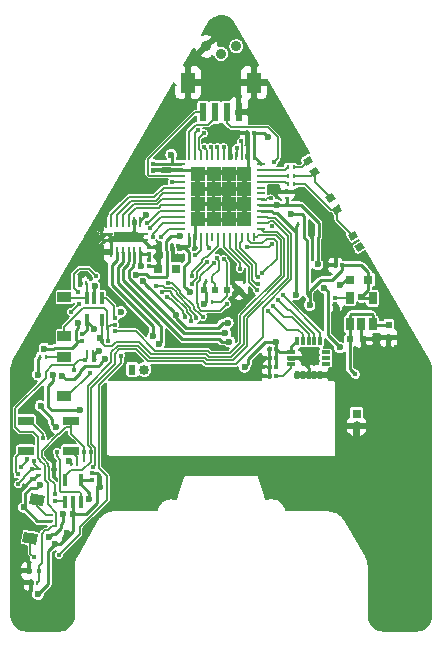
<source format=gbl>
G04 #@! TF.FileFunction,Copper,L4,Bot,Signal*
%FSLAX46Y46*%
G04 Gerber Fmt 4.6, Leading zero omitted, Abs format (unit mm)*
G04 Created by KiCad (PCBNEW 4.0.7) date Thu Oct 19 14:43:40 2017*
%MOMM*%
%LPD*%
G01*
G04 APERTURE LIST*
%ADD10C,0.100000*%
%ADD11R,0.700000X0.250000*%
%ADD12R,0.250000X0.700000*%
%ADD13R,1.287500X1.287500*%
%ADD14R,0.280000X0.430000*%
%ADD15R,0.430000X0.280000*%
%ADD16R,0.350000X0.300000*%
%ADD17R,0.300000X0.800000*%
%ADD18R,0.800000X0.300000*%
%ADD19R,0.800000X0.750000*%
%ADD20R,0.300000X0.350000*%
%ADD21R,0.600000X0.500000*%
%ADD22R,0.500000X0.600000*%
%ADD23R,1.350000X0.750000*%
%ADD24R,0.900000X0.250000*%
%ADD25R,0.280000X0.900000*%
%ADD26R,2.000000X0.900000*%
%ADD27C,0.500000*%
%ADD28R,0.600000X0.850000*%
%ADD29O,0.850000X0.850000*%
%ADD30R,0.750000X0.750000*%
%ADD31O,0.800000X0.800000*%
%ADD32C,0.900000*%
%ADD33R,0.600000X1.550000*%
%ADD34R,1.200000X1.800000*%
%ADD35R,0.400000X0.450000*%
%ADD36R,0.450000X0.400000*%
%ADD37C,0.600000*%
%ADD38R,0.380000X1.090000*%
%ADD39R,0.650000X1.060000*%
%ADD40R,0.600000X0.600000*%
%ADD41R,1.200000X0.900000*%
%ADD42C,0.400000*%
%ADD43C,0.254000*%
%ADD44C,0.152400*%
G04 APERTURE END LIST*
D10*
D11*
X209775000Y-133775000D03*
X209775000Y-134275000D03*
X209775000Y-134775000D03*
X209775000Y-135275000D03*
X209775000Y-135775000D03*
X209775000Y-136275000D03*
X209775000Y-136775000D03*
X209775000Y-137275000D03*
X209775000Y-137775000D03*
X209775000Y-138275000D03*
X209775000Y-138775000D03*
X209775000Y-139275000D03*
D12*
X209125000Y-139925000D03*
X208625000Y-139925000D03*
X208125000Y-139925000D03*
X207625000Y-139925000D03*
X207125000Y-139925000D03*
X206625000Y-139925000D03*
X206125000Y-139925000D03*
X205625000Y-139925000D03*
X205125000Y-139925000D03*
X204625000Y-139925000D03*
X204125000Y-139925000D03*
X203625000Y-139925000D03*
D11*
X202975000Y-139275000D03*
X202975000Y-138775000D03*
X202975000Y-138275000D03*
X202975000Y-137775000D03*
X202975000Y-137275000D03*
X202975000Y-136775000D03*
X202975000Y-136275000D03*
X202975000Y-135775000D03*
X202975000Y-135275000D03*
X202975000Y-134775000D03*
X202975000Y-134275000D03*
X202975000Y-133775000D03*
D12*
X203625000Y-133125000D03*
X204125000Y-133125000D03*
X204625000Y-133125000D03*
X205125000Y-133125000D03*
X205625000Y-133125000D03*
X206125000Y-133125000D03*
X206625000Y-133125000D03*
X207125000Y-133125000D03*
X207625000Y-133125000D03*
X208125000Y-133125000D03*
X208625000Y-133125000D03*
X209125000Y-133125000D03*
D13*
X204443750Y-138456250D03*
X204443750Y-137168750D03*
X204443750Y-135881250D03*
X204443750Y-134593750D03*
X205731250Y-138456250D03*
X205731250Y-137168750D03*
X205731250Y-135881250D03*
X205731250Y-134593750D03*
X207018750Y-138456250D03*
X207018750Y-137168750D03*
X207018750Y-135881250D03*
X207018750Y-134593750D03*
X208306250Y-138456250D03*
X208306250Y-137168750D03*
X208306250Y-135881250D03*
X208306250Y-134593750D03*
D14*
X213361800Y-138886200D03*
X212841800Y-138886200D03*
D15*
X190978600Y-159616600D03*
X190978600Y-160136600D03*
D16*
X200275000Y-140800600D03*
X200275000Y-141360600D03*
D14*
X194782600Y-158809800D03*
X195302600Y-158809800D03*
D17*
X212766400Y-148765600D03*
X213266400Y-148765600D03*
X213766400Y-148765600D03*
X214266400Y-148765600D03*
X214766400Y-148765600D03*
D18*
X215216400Y-149715600D03*
X215216400Y-150215600D03*
X215216400Y-150715600D03*
D17*
X214766400Y-151665600D03*
X214266400Y-151665600D03*
X213766400Y-151665600D03*
X213266400Y-151665600D03*
X212766400Y-151665600D03*
D18*
X212316400Y-150715600D03*
X212316400Y-150215600D03*
X212316400Y-149715600D03*
D19*
X201023600Y-142630000D03*
X202523600Y-142630000D03*
X217305000Y-143569800D03*
X218805000Y-143569800D03*
D16*
X200630600Y-133739400D03*
X200630600Y-134299400D03*
D20*
X202739400Y-140725000D03*
X202179400Y-140725000D03*
X209140200Y-131123800D03*
X208580200Y-131123800D03*
X216607800Y-142350600D03*
X216047800Y-142350600D03*
D16*
X200275000Y-142427400D03*
X200275000Y-141867400D03*
D21*
X217301800Y-148599000D03*
X218401800Y-148599000D03*
D22*
X220544200Y-147388600D03*
X220544200Y-148488600D03*
D16*
X216001600Y-145669600D03*
X216001600Y-145109600D03*
D20*
X210459800Y-150173800D03*
X211019800Y-150173800D03*
X211019800Y-150935800D03*
X210459800Y-150935800D03*
X211019800Y-149411800D03*
X210459800Y-149411800D03*
X210459800Y-151697800D03*
X211019800Y-151697800D03*
D16*
X194585400Y-148166600D03*
X194585400Y-148726600D03*
X197358000Y-146836800D03*
X197358000Y-147396800D03*
D20*
X196265200Y-148802200D03*
X196825200Y-148802200D03*
D16*
X195449000Y-160512200D03*
X195449000Y-159952200D03*
X192273800Y-162280200D03*
X192273800Y-161720200D03*
D20*
X195322600Y-158149400D03*
X194762600Y-158149400D03*
D10*
G36*
X217076891Y-139773878D02*
X217683109Y-139423878D01*
X217983109Y-139943494D01*
X217376891Y-140293494D01*
X217076891Y-139773878D01*
X217076891Y-139773878D01*
G37*
G36*
X217626891Y-140726506D02*
X218233109Y-140376506D01*
X218533109Y-140896122D01*
X217926891Y-141246122D01*
X217626891Y-140726506D01*
X217626891Y-140726506D01*
G37*
G36*
X213266891Y-133423878D02*
X213873109Y-133073878D01*
X214173109Y-133593494D01*
X213566891Y-133943494D01*
X213266891Y-133423878D01*
X213266891Y-133423878D01*
G37*
G36*
X213816891Y-134376506D02*
X214423109Y-134026506D01*
X214723109Y-134546122D01*
X214116891Y-134896122D01*
X213816891Y-134376506D01*
X213816891Y-134376506D01*
G37*
G36*
X215171891Y-136598878D02*
X215778109Y-136248878D01*
X216078109Y-136768494D01*
X215471891Y-137118494D01*
X215171891Y-136598878D01*
X215171891Y-136598878D01*
G37*
G36*
X215721891Y-137551506D02*
X216328109Y-137201506D01*
X216628109Y-137721122D01*
X216021891Y-138071122D01*
X215721891Y-137551506D01*
X215721891Y-137551506D01*
G37*
D23*
X189840600Y-158047800D03*
X193640600Y-158047800D03*
X193640600Y-155507800D03*
X189840600Y-155507800D03*
D24*
X199722400Y-139704000D03*
X199722400Y-140204000D03*
X196822400Y-140204000D03*
D25*
X198022400Y-141204000D03*
X198522400Y-141204000D03*
X197522400Y-141204000D03*
X197022400Y-141204000D03*
X199022400Y-141204000D03*
X199522400Y-141204000D03*
X199522400Y-138704000D03*
X199022400Y-138704000D03*
X197022400Y-138704000D03*
X197522400Y-138704000D03*
X198522400Y-138704000D03*
X198022400Y-138704000D03*
D26*
X198272400Y-139954000D03*
D24*
X196822400Y-139704000D03*
D27*
X198972400Y-139954000D03*
X198272400Y-139954000D03*
X197572400Y-139954000D03*
D28*
X198831200Y-151180800D03*
D29*
X199831200Y-151180800D03*
D30*
X217830400Y-154940000D03*
D31*
X217830400Y-155940000D03*
D32*
X205105000Y-123825000D03*
X207645000Y-123825000D03*
X206375000Y-124460000D03*
D33*
X207849600Y-129387600D03*
X206849600Y-129387600D03*
X205849600Y-129387600D03*
X204849600Y-129387600D03*
D34*
X203549600Y-126887600D03*
X209149600Y-126887600D03*
D15*
X211908200Y-136147000D03*
X211908200Y-136667000D03*
D35*
X190900000Y-168215000D03*
X190100000Y-168215000D03*
X190500000Y-167065000D03*
X194824400Y-150351800D03*
X195624400Y-150351800D03*
X195224400Y-151501800D03*
D36*
X190350600Y-159629000D03*
X190350600Y-160429000D03*
X189200600Y-160029000D03*
D14*
X212502400Y-135483600D03*
X211982400Y-135483600D03*
X212502400Y-134061200D03*
X211982400Y-134061200D03*
X212507827Y-134775679D03*
X211987827Y-134775679D03*
X194985800Y-149665800D03*
X195505800Y-149665800D03*
D15*
X191918200Y-164038200D03*
X191918200Y-163518200D03*
D14*
X205073600Y-145440400D03*
X205593600Y-145440400D03*
X205095000Y-143671400D03*
X205615000Y-143671400D03*
X190781400Y-169223800D03*
X190261400Y-169223800D03*
X191023400Y-150123000D03*
X191543400Y-150123000D03*
X194427000Y-143874600D03*
X194947000Y-143874600D03*
X196805200Y-148183600D03*
X196285200Y-148183600D03*
X193639400Y-159155400D03*
X194159400Y-159155400D03*
X192223000Y-159612600D03*
X192743000Y-159612600D03*
D37*
X196134800Y-148472000D03*
D38*
X195630800Y-145140000D03*
X194980800Y-145140000D03*
X196280800Y-145140000D03*
X194980800Y-146960000D03*
X196280800Y-146960000D03*
X193823400Y-162361400D03*
X194473400Y-162361400D03*
X193173400Y-162361400D03*
X194473400Y-160541400D03*
X193173400Y-160541400D03*
D39*
X219186800Y-147353200D03*
X218236800Y-147353200D03*
X217286800Y-147353200D03*
X217286800Y-145153200D03*
X219186800Y-145153200D03*
D40*
X206875000Y-144475200D03*
X204875000Y-144475200D03*
D37*
X207875000Y-144475200D03*
D40*
X205875000Y-144475200D03*
D10*
G36*
X190726224Y-166002285D02*
X189544455Y-165793908D01*
X189700738Y-164907581D01*
X190882507Y-165115958D01*
X190726224Y-166002285D01*
X190726224Y-166002285D01*
G37*
G36*
X191299262Y-162752419D02*
X190117493Y-162544042D01*
X190273776Y-161657715D01*
X191455545Y-161866092D01*
X191299262Y-162752419D01*
X191299262Y-162752419D01*
G37*
D41*
X193090800Y-153440400D03*
X193090800Y-150140400D03*
X193090800Y-148335000D03*
X193090800Y-145035000D03*
D37*
X204950388Y-145634055D03*
X203716188Y-144620948D03*
X202902484Y-140904327D03*
X212295520Y-138030554D03*
X210321447Y-131489657D03*
X213856144Y-145739021D03*
X208347546Y-150941190D03*
X202142600Y-133003400D03*
X199987808Y-138063776D03*
X218243210Y-145052695D03*
X210967540Y-148882916D03*
X204875000Y-144475200D03*
D42*
X209446426Y-143377139D03*
X210358800Y-146211400D03*
X209390337Y-144462176D03*
X210714400Y-145779600D03*
X209518478Y-143924832D03*
X211164680Y-145327110D03*
X209863031Y-143014374D03*
X211575032Y-144899657D03*
D37*
X196006952Y-149649824D03*
X202954417Y-141710419D03*
X205888200Y-149224000D03*
X201367000Y-130707400D03*
X211146000Y-135990600D03*
X213305000Y-136422400D03*
X204443750Y-137168750D03*
X205734382Y-135588407D03*
X205731250Y-138456250D03*
X204443750Y-134593750D03*
X206555274Y-130927074D03*
X213992010Y-139616326D03*
X215205210Y-140801200D03*
X212295226Y-132819574D03*
X210824817Y-130252687D03*
X193035800Y-170941000D03*
X191715000Y-172312600D03*
X189733800Y-164184600D03*
X216429400Y-144052400D03*
X221280800Y-149361000D03*
X221509400Y-150224600D03*
X221941200Y-151240600D03*
X222169800Y-152307400D03*
X222195200Y-153298000D03*
X223236600Y-153272600D03*
X223211200Y-152358200D03*
X223008000Y-151240600D03*
X222703200Y-150224600D03*
X222195200Y-149361000D03*
X221738000Y-148599000D03*
X218893200Y-152332800D03*
X218867800Y-151697800D03*
X218867800Y-150885000D03*
X218867800Y-150097600D03*
X218867800Y-149386400D03*
X212492400Y-159419400D03*
X213406800Y-160435400D03*
X213965600Y-159368600D03*
X215210200Y-159444800D03*
X217470800Y-157870000D03*
X219528200Y-159241600D03*
X219579000Y-160232200D03*
X219045600Y-161070400D03*
X218258200Y-161603800D03*
X217369200Y-161908600D03*
X208504600Y-137321400D03*
X214600600Y-146846400D03*
X198032385Y-147184938D03*
X198903400Y-134197200D03*
X198166800Y-135314800D03*
X197506400Y-136407000D03*
X196820600Y-137423000D03*
X196338000Y-138540600D03*
X196185600Y-141537800D03*
X196185600Y-140775800D03*
X196185600Y-139251800D03*
X196187600Y-140013800D03*
X212289200Y-131885800D03*
X211552600Y-131073000D03*
X190165800Y-157169598D03*
X188895800Y-156854000D03*
X189835600Y-154466400D03*
X191323611Y-155685608D03*
X192851941Y-157182603D03*
X194636200Y-141766400D03*
X194583601Y-143208706D03*
X217305000Y-143569800D03*
X216226200Y-147303600D03*
X213737000Y-150148400D03*
X204466000Y-151469200D03*
X202637200Y-131936600D03*
X201087800Y-141537800D03*
X189132853Y-162263282D03*
X191743468Y-158294944D03*
X190216600Y-170849400D03*
X191987588Y-148732185D03*
X207875000Y-144475200D03*
D42*
X201822294Y-143832461D03*
X204812289Y-146718790D03*
X200558511Y-139962819D03*
X200875879Y-144088499D03*
X204258200Y-146835853D03*
X200067741Y-138762547D03*
X201391741Y-144619711D03*
X203778151Y-147109166D03*
X200367845Y-139226331D03*
X201805219Y-145000775D03*
X203332821Y-146773343D03*
X201236583Y-139990902D03*
X204188339Y-141480807D03*
X202523600Y-142630000D03*
X197877349Y-150026463D03*
X203881600Y-143229600D03*
X192629400Y-166877000D03*
D37*
X199720733Y-143711458D03*
X202557348Y-146548072D03*
X193014890Y-163409612D03*
X191758629Y-165375140D03*
X212721000Y-144839800D03*
X206929800Y-147227400D03*
X195635392Y-147768931D03*
X195204295Y-162176560D03*
X199152776Y-143143502D03*
X211069800Y-137275000D03*
X214524200Y-142289800D03*
X202840200Y-139903202D03*
X193282983Y-164996554D03*
X192093259Y-151620482D03*
X196128923Y-161135412D03*
X194425153Y-154641664D03*
X192329825Y-165939839D03*
X191405772Y-149404788D03*
X190849464Y-170220916D03*
X216404000Y-149310200D03*
X215083200Y-144255600D03*
X194247240Y-147240698D03*
X195650485Y-144110603D03*
X193821350Y-163405703D03*
X196499140Y-150284567D03*
X193516275Y-158931625D03*
X190987610Y-160917894D03*
X192893547Y-151688958D03*
X197865662Y-146299248D03*
X199596780Y-142429279D03*
X191073178Y-154258406D03*
X192362971Y-156053052D03*
X189669236Y-162861147D03*
X190851600Y-151621600D03*
D42*
X217728800Y-151596200D03*
X197349057Y-147899206D03*
X195534745Y-159398994D03*
X217530000Y-139858686D03*
X216175000Y-137636314D03*
X218080000Y-140811314D03*
X213720000Y-133508686D03*
X215625000Y-136683686D03*
X214270000Y-134461314D03*
X194263856Y-144647995D03*
X195804600Y-143290400D03*
X194331400Y-145601800D03*
X193625574Y-146313000D03*
X189945994Y-158775204D03*
X189406911Y-159476598D03*
X192439586Y-158151370D03*
X191275412Y-156973616D03*
D37*
X199838725Y-151185162D03*
X201140398Y-148982700D03*
X207045957Y-148816220D03*
X198817917Y-151197315D03*
X200617038Y-148373402D03*
X206704907Y-148089011D03*
D42*
X206028792Y-141728993D03*
X206039877Y-132368144D03*
X206570740Y-141835999D03*
X206592630Y-132368144D03*
X205717400Y-142185275D03*
X205482848Y-132368144D03*
X206853600Y-145627200D03*
X203868376Y-143934402D03*
X205172938Y-142091894D03*
X204926496Y-132368135D03*
X204897800Y-131174600D03*
X204438166Y-130868177D03*
X210561800Y-136701800D03*
X210815800Y-133653800D03*
X208072600Y-131875800D03*
X193874200Y-151240600D03*
X210628428Y-139069737D03*
X210663400Y-140562600D03*
X210663400Y-140562600D03*
X208580600Y-140816600D03*
X205329400Y-140867400D03*
X207666200Y-132434600D03*
X189175471Y-160892602D03*
X190479406Y-158918815D03*
X207935116Y-142648019D03*
X202202810Y-135282449D03*
D43*
X204950388Y-145563612D02*
X204950388Y-145634055D01*
X205073600Y-145440400D02*
X204950388Y-145563612D01*
X203326748Y-140904327D02*
X203624022Y-141201601D01*
X202902484Y-140904327D02*
X203326748Y-140904327D01*
X203624022Y-141201601D02*
X203624022Y-142059220D01*
X203416189Y-144320949D02*
X203716188Y-144620948D01*
X203253801Y-144158561D02*
X203416189Y-144320949D01*
X203253801Y-142429441D02*
X203253801Y-144158561D01*
X203624022Y-142059220D02*
X203253801Y-142429441D01*
X202739400Y-140725000D02*
X202902484Y-140888084D01*
X202902484Y-140888084D02*
X202902484Y-140904327D01*
X209775000Y-133775000D02*
X209125000Y-133125000D01*
X202975000Y-133775000D02*
X202175000Y-133775000D01*
X202175000Y-133775000D02*
X202139400Y-133739400D01*
X203625000Y-139925000D02*
X203625000Y-140725000D01*
X213662791Y-140289985D02*
X213361800Y-139988994D01*
X213361800Y-139988994D02*
X213361800Y-138886200D01*
X213211354Y-138030554D02*
X213361800Y-138181000D01*
X213361800Y-138181000D02*
X213361800Y-138886200D01*
X212295520Y-138030554D02*
X213211354Y-138030554D01*
X213856144Y-144999879D02*
X213856144Y-145314757D01*
X213662791Y-144806526D02*
X213856144Y-144999879D01*
X213662791Y-140289985D02*
X213662791Y-144806526D01*
X209140200Y-131123800D02*
X209955590Y-131123800D01*
X209955590Y-131123800D02*
X210321447Y-131489657D01*
X213856144Y-145314757D02*
X213856144Y-145739021D01*
X208647545Y-150641191D02*
X208347546Y-150941190D01*
X208647545Y-150304693D02*
X208647545Y-150641191D01*
X210069322Y-148882916D02*
X208647545Y-150304693D01*
X210967540Y-148882916D02*
X210069322Y-148882916D01*
X202175000Y-133775000D02*
X202175000Y-133035800D01*
X202175000Y-133035800D02*
X202142600Y-133003400D01*
X199522400Y-138529184D02*
X199987808Y-138063776D01*
X199522400Y-138704000D02*
X199522400Y-138529184D01*
X216607800Y-142350600D02*
X216607800Y-142779600D01*
X214780703Y-143625399D02*
X213856144Y-144549958D01*
X216607800Y-142779600D02*
X215762001Y-143625399D01*
X215762001Y-143625399D02*
X214780703Y-143625399D01*
X213856144Y-144549958D02*
X213856144Y-145314757D01*
X219186800Y-145153200D02*
X218343715Y-145153200D01*
X218343715Y-145153200D02*
X218243210Y-145052695D01*
X218805000Y-144490905D02*
X218243210Y-145052695D01*
X218805000Y-143569800D02*
X218805000Y-144490905D01*
X211019800Y-148982800D02*
X210967540Y-148882916D01*
X211019800Y-149411800D02*
X211019800Y-148982800D01*
X216607800Y-142350600D02*
X218214800Y-142350600D01*
X218214800Y-142350600D02*
X218805000Y-142940800D01*
X218805000Y-142940800D02*
X218805000Y-143569800D01*
X204875000Y-144475200D02*
X204875000Y-143891400D01*
X204875000Y-143891400D02*
X205095000Y-143671400D01*
X205073600Y-145440400D02*
X205073600Y-144673800D01*
X205073600Y-144673800D02*
X204875000Y-144475200D01*
X212316400Y-149715600D02*
X212316400Y-149215600D01*
X212316400Y-149215600D02*
X212766400Y-148765600D01*
X209125000Y-133299374D02*
X209125000Y-132325000D01*
X209140200Y-131123800D02*
X209140200Y-132309800D01*
X209140200Y-132309800D02*
X209125000Y-132325000D01*
X202739400Y-140725000D02*
X203625000Y-140725000D01*
X200630600Y-133739400D02*
X202139400Y-133739400D01*
X211019800Y-150173800D02*
X211019800Y-150935800D01*
X211019800Y-149411800D02*
X211019800Y-150173800D01*
X212316400Y-149715600D02*
X211323600Y-149715600D01*
X211323600Y-149715600D02*
X211019800Y-149411800D01*
D44*
X207929810Y-140503601D02*
X207929810Y-140856770D01*
X209310138Y-143240851D02*
X209446426Y-143377139D01*
X209310138Y-142237097D02*
X209310138Y-143240851D01*
X208125000Y-139925000D02*
X208125000Y-140308411D01*
X207929810Y-140856770D02*
X209310138Y-142237097D01*
X208125000Y-140308411D02*
X207929810Y-140503601D01*
X213266400Y-148213200D02*
X213266400Y-148765600D01*
X210358800Y-146211400D02*
X211977086Y-147829686D01*
X211977086Y-147829686D02*
X212882886Y-147829686D01*
X212882886Y-147829686D02*
X213266400Y-148213200D01*
X207125000Y-139925000D02*
X207125000Y-140914093D01*
X208700516Y-143772355D02*
X209390337Y-144462176D01*
X208700516Y-142489609D02*
X208700516Y-143772355D01*
X207125000Y-140914093D02*
X208700516Y-142489609D01*
X213766400Y-148765600D02*
X213766400Y-148213200D01*
X211707020Y-146772220D02*
X210714400Y-145779600D01*
X212325420Y-146772220D02*
X211707020Y-146772220D01*
X213766400Y-148213200D02*
X212325420Y-146772220D01*
X207625000Y-140983026D02*
X209005327Y-142363353D01*
X209005327Y-142363353D02*
X209005327Y-143641758D01*
X209288401Y-143924832D02*
X209518478Y-143924832D01*
X209005327Y-143641758D02*
X209288401Y-143924832D01*
X207625000Y-139925000D02*
X207625000Y-140983026D01*
X214266400Y-148765600D02*
X214266400Y-148213200D01*
X212018771Y-146181201D02*
X211164680Y-145327110D01*
X214266400Y-148213200D02*
X212234401Y-146181201D01*
X212234401Y-146181201D02*
X212018771Y-146181201D01*
X211092002Y-141785403D02*
X209863031Y-143014374D01*
X210203670Y-140133998D02*
X210869130Y-140133998D01*
X208910119Y-140511789D02*
X209825879Y-140511789D01*
X209825879Y-140511789D02*
X210203670Y-140133998D01*
X211092002Y-140356870D02*
X211092002Y-141785403D01*
X210869130Y-140133998D02*
X211092002Y-140356870D01*
X208625000Y-139925000D02*
X208625000Y-140226670D01*
X208625000Y-140226670D02*
X208910119Y-140511789D01*
X214766400Y-148091025D02*
X211575032Y-144899657D01*
X214766400Y-148765600D02*
X214766400Y-148091025D01*
D43*
X195624400Y-149872800D02*
X195847376Y-149649824D01*
X195624400Y-150351800D02*
X195624400Y-149872800D01*
X195847376Y-149649824D02*
X196006952Y-149649824D01*
X202259199Y-141439465D02*
X202530153Y-141710419D01*
X202530153Y-141710419D02*
X202954417Y-141710419D01*
X202259199Y-140804799D02*
X202259199Y-141439465D01*
X202179400Y-140725000D02*
X202259199Y-140804799D01*
X208625000Y-133125000D02*
X208625000Y-134275000D01*
X208625000Y-134275000D02*
X208306250Y-134593750D01*
X211908200Y-136147000D02*
X211302400Y-136147000D01*
X211302400Y-136147000D02*
X211146000Y-135990600D01*
X211908200Y-136147000D02*
X213029600Y-136147000D01*
X213029600Y-136147000D02*
X213305000Y-136422400D01*
X207250000Y-137104025D02*
X206034381Y-135888406D01*
X207250000Y-137400000D02*
X207250000Y-137104025D01*
X206034381Y-135888406D02*
X205734382Y-135588407D01*
X202975000Y-134275000D02*
X204125000Y-134275000D01*
X204125000Y-134275000D02*
X204443750Y-134593750D01*
X204125000Y-139925000D02*
X204125000Y-138775000D01*
X204125000Y-138775000D02*
X204443750Y-138456250D01*
X207125000Y-131496800D02*
X206555274Y-130927074D01*
X208580200Y-131123800D02*
X206752000Y-131123800D01*
X206752000Y-131123800D02*
X206555274Y-130927074D01*
X207125000Y-132325000D02*
X207125000Y-131496800D01*
X216047800Y-141643790D02*
X215205210Y-140801200D01*
X216047800Y-142350600D02*
X216047800Y-141643790D01*
X207849600Y-129387600D02*
X209959730Y-129387600D01*
X209959730Y-129387600D02*
X210824817Y-130252687D01*
X192223000Y-159088700D02*
X191743468Y-158609168D01*
X191743468Y-158609168D02*
X191743468Y-158294944D01*
X192223000Y-159765000D02*
X192223000Y-159088700D01*
X192551942Y-157482602D02*
X192851941Y-157182603D01*
X192323654Y-157482602D02*
X192551942Y-157482602D01*
X191743468Y-158294944D02*
X191743468Y-158062788D01*
X191743468Y-158062788D02*
X192323654Y-157482602D01*
X189175000Y-162221135D02*
X188921000Y-162475135D01*
X190241800Y-172312600D02*
X191715000Y-172312600D01*
X188921000Y-170991800D02*
X190241800Y-172312600D01*
X188921000Y-162475135D02*
X188921000Y-170991800D01*
X189132853Y-162263282D02*
X189175000Y-162221135D01*
X189175000Y-162221135D02*
X188971800Y-162424335D01*
X188971800Y-163422600D02*
X189733800Y-164184600D01*
X188971800Y-162424335D02*
X188971800Y-163422600D01*
X217305000Y-143569800D02*
X216912000Y-143569800D01*
X216912000Y-143569800D02*
X216429400Y-144052400D01*
X221509400Y-150224600D02*
X221509400Y-149589600D01*
X221509400Y-149589600D02*
X221280800Y-149361000D01*
X222169800Y-152307400D02*
X222169800Y-151469200D01*
X222169800Y-151469200D02*
X221941200Y-151240600D01*
X223236600Y-153272600D02*
X222220600Y-153272600D01*
X222220600Y-153272600D02*
X222195200Y-153298000D01*
X223008000Y-151240600D02*
X223008000Y-152155000D01*
X223008000Y-152155000D02*
X223211200Y-152358200D01*
X222195200Y-149361000D02*
X222195200Y-149716600D01*
X222195200Y-149716600D02*
X222703200Y-150224600D01*
X220544200Y-148488600D02*
X221627600Y-148488600D01*
X221627600Y-148488600D02*
X221738000Y-148599000D01*
X218867800Y-151697800D02*
X218867800Y-152307400D01*
X218867800Y-152307400D02*
X218893200Y-152332800D01*
X218867800Y-150097600D02*
X218867800Y-150885000D01*
X218401800Y-148599000D02*
X218401800Y-148920400D01*
X218401800Y-148920400D02*
X218867800Y-149386400D01*
X213406800Y-160435400D02*
X213406800Y-160333800D01*
X213406800Y-160333800D02*
X212492400Y-159419400D01*
X215210200Y-159444800D02*
X214041800Y-159444800D01*
X214041800Y-159444800D02*
X213965600Y-159368600D01*
X217830400Y-155940000D02*
X217830400Y-157510400D01*
X217830400Y-157510400D02*
X217470800Y-157870000D01*
X219045600Y-161070400D02*
X219045600Y-160765600D01*
X219045600Y-160765600D02*
X219579000Y-160232200D01*
X217369200Y-161908600D02*
X217953400Y-161908600D01*
X217953400Y-161908600D02*
X218258200Y-161603800D01*
X194636200Y-141766400D02*
X194336201Y-142066399D01*
X194336201Y-142066399D02*
X194336201Y-142222894D01*
X194336201Y-142222894D02*
X194154305Y-142222895D01*
X194154305Y-142222895D02*
X193460993Y-142916207D01*
X193460993Y-142916207D02*
X193460993Y-143221007D01*
X207250000Y-137400000D02*
X208426000Y-137400000D01*
X208426000Y-137400000D02*
X208504600Y-137321400D01*
X196465000Y-143990139D02*
X196465000Y-142241464D01*
X196465000Y-142241464D02*
X196185600Y-141962064D01*
X196185600Y-141962064D02*
X196185600Y-141537800D01*
X198495863Y-146601745D02*
X198495863Y-146021002D01*
X198032385Y-147184938D02*
X198446200Y-146771123D01*
X198446200Y-146771123D02*
X198446200Y-146651408D01*
X198446200Y-146651408D02*
X198495863Y-146601745D01*
X195505800Y-149665800D02*
X195505800Y-150233200D01*
X195505800Y-150233200D02*
X195624400Y-150351800D01*
X197506400Y-136407000D02*
X197506400Y-135975200D01*
X197506400Y-135975200D02*
X198166800Y-135314800D01*
X196338000Y-138540600D02*
X196338000Y-137905600D01*
X196338000Y-137905600D02*
X196820600Y-137423000D01*
X196185600Y-140775800D02*
X196185600Y-141537800D01*
X196187600Y-140013800D02*
X196187600Y-139253800D01*
X196187600Y-139253800D02*
X196185600Y-139251800D01*
X196497400Y-139704000D02*
X196187600Y-140013800D01*
X196187600Y-140013800D02*
X194636200Y-141565200D01*
X196822400Y-140204000D02*
X196377800Y-140204000D01*
X196377800Y-140204000D02*
X196187600Y-140013800D01*
X196822400Y-140204000D02*
X196497400Y-140204000D01*
X196497400Y-140204000D02*
X194935000Y-141766400D01*
X194935000Y-141766400D02*
X194636200Y-141766400D01*
X196822400Y-139704000D02*
X196497400Y-139704000D01*
X194636200Y-141565200D02*
X194636200Y-141766400D01*
X197572400Y-139954000D02*
X197072400Y-139954000D01*
X197072400Y-139954000D02*
X196822400Y-139704000D01*
X211552600Y-131073000D02*
X211552600Y-131149200D01*
X211552600Y-131149200D02*
X212289200Y-131885800D01*
X190350600Y-160429000D02*
X190476066Y-160429000D01*
X190768466Y-160136600D02*
X190978600Y-160136600D01*
X190476066Y-160429000D02*
X190768466Y-160136600D01*
X190350600Y-160429000D02*
X190325600Y-160429000D01*
X189132853Y-161685056D02*
X189132853Y-162263282D01*
X189871600Y-160946309D02*
X189132853Y-161685056D01*
X189871600Y-160883000D02*
X189871600Y-160946309D01*
X190325600Y-160429000D02*
X189871600Y-160883000D01*
X200275000Y-142427400D02*
X200821000Y-142427400D01*
X200821000Y-142427400D02*
X201023600Y-142630000D01*
X200630600Y-134299400D02*
X200655000Y-134275000D01*
X200655000Y-134275000D02*
X202175000Y-134275000D01*
X218236800Y-147353200D02*
X218236800Y-148434000D01*
X218236800Y-148434000D02*
X218401800Y-148599000D01*
X195652200Y-150324000D02*
X195624400Y-150351800D01*
X188895800Y-156854000D02*
X189850202Y-156854000D01*
X189850202Y-156854000D02*
X190165800Y-157169598D01*
X188895800Y-156854000D02*
X189353000Y-157311200D01*
X191323611Y-155685608D02*
X191023612Y-155385609D01*
X191023612Y-155151153D02*
X190338859Y-154466400D01*
X191023612Y-155385609D02*
X191023612Y-155151153D01*
X190338859Y-154466400D02*
X189835600Y-154466400D01*
X191743468Y-158294944D02*
X191861600Y-158413076D01*
X191861600Y-158413076D02*
X191861600Y-158581200D01*
X194687000Y-141715600D02*
X194687000Y-141690200D01*
X194636200Y-141766400D02*
X194687000Y-141715600D01*
X199722400Y-140204000D02*
X199472400Y-139954000D01*
X199472400Y-139954000D02*
X198272400Y-139954000D01*
X199722400Y-139704000D02*
X199472400Y-139954000D01*
X199472400Y-139954000D02*
X198272400Y-139954000D01*
X196822400Y-140204000D02*
X197072400Y-139954000D01*
X197072400Y-139954000D02*
X198272400Y-139954000D01*
X197072400Y-139954000D02*
X198272400Y-139954000D01*
X194427000Y-143365307D02*
X194583601Y-143208706D01*
X194427000Y-143874600D02*
X194427000Y-143365307D01*
X210459800Y-151697800D02*
X209114200Y-151697800D01*
X210459800Y-150173800D02*
X210055800Y-150173800D01*
X209114200Y-151697800D02*
X204694600Y-151697800D01*
X210055800Y-150173800D02*
X209114200Y-151115400D01*
X209114200Y-151115400D02*
X209114200Y-151697800D01*
X208580200Y-131123800D02*
X208625000Y-131168600D01*
X208625000Y-131168600D02*
X208625000Y-132325000D01*
X216226200Y-147303600D02*
X216226200Y-145894200D01*
X216226200Y-145894200D02*
X216001600Y-145669600D01*
X212316400Y-150215600D02*
X213669800Y-150215600D01*
X213669800Y-150215600D02*
X213737000Y-150148400D01*
X204694600Y-151697800D02*
X204466000Y-151469200D01*
X212316400Y-150215600D02*
X212970400Y-150215600D01*
X212970400Y-150215600D02*
X213766400Y-151011600D01*
X213766400Y-151011600D02*
X213766400Y-151665600D01*
X200275000Y-140800600D02*
X200275000Y-140756600D01*
X200275000Y-140756600D02*
X199722400Y-140204000D01*
X196822400Y-140204000D02*
X198022400Y-140204000D01*
X198022400Y-140204000D02*
X198272400Y-139954000D01*
X199722400Y-140204000D02*
X198522400Y-140204000D01*
X198522400Y-140204000D02*
X198272400Y-139954000D01*
X199722400Y-139704000D02*
X198522400Y-139704000D01*
X198522400Y-139704000D02*
X198272400Y-139954000D01*
X199022400Y-138704000D02*
X199022400Y-139408000D01*
X199022400Y-139408000D02*
X198476400Y-139954000D01*
X198476400Y-139954000D02*
X198272400Y-139954000D01*
X197022400Y-141204000D02*
X197022400Y-140404000D01*
X197022400Y-140404000D02*
X196822400Y-140204000D01*
X202637200Y-131936600D02*
X202937199Y-132236599D01*
X202937199Y-132236599D02*
X202937199Y-133042837D01*
X200275000Y-140800600D02*
X200774864Y-140800600D01*
X200774864Y-140800600D02*
X201087800Y-141113536D01*
X201087800Y-141113536D02*
X201087800Y-141537800D01*
X201023600Y-141602000D02*
X201087800Y-141537800D01*
X201023600Y-142630000D02*
X201023600Y-141602000D01*
X189048200Y-162178629D02*
X189048200Y-161959400D01*
X189132853Y-162263282D02*
X189048200Y-162178629D01*
X191987588Y-148732185D02*
X191924585Y-148732185D01*
X191924585Y-148732185D02*
X191740600Y-148548200D01*
X208455201Y-134510839D02*
X208389161Y-134444799D01*
X204294799Y-134510839D02*
X204294799Y-138560839D01*
X204360839Y-134444799D02*
X204294799Y-134510839D01*
D44*
X211019800Y-151697800D02*
X211636600Y-151697800D01*
X211636600Y-151697800D02*
X212316400Y-151018000D01*
X212316400Y-151018000D02*
X212316400Y-150715600D01*
X202233868Y-143832461D02*
X202105136Y-143832461D01*
X204066176Y-146038424D02*
X204066176Y-145831442D01*
X202917065Y-144515658D02*
X202233868Y-143832461D01*
X202917065Y-144682331D02*
X202917065Y-144515658D01*
X204546019Y-146518267D02*
X204066176Y-146038424D01*
X204812289Y-146718790D02*
X204611766Y-146518267D01*
X204611766Y-146518267D02*
X204546019Y-146518267D01*
X202105136Y-143832461D02*
X201822294Y-143832461D01*
X204066176Y-145831442D02*
X202917065Y-144682331D01*
X200558511Y-139962819D02*
X200558511Y-139679977D01*
X200558511Y-139679977D02*
X201463488Y-138775000D01*
X201463488Y-138775000D02*
X202975000Y-138775000D01*
X201456917Y-144088499D02*
X201158721Y-144088499D01*
X202237694Y-144267354D02*
X201635772Y-144267354D01*
X202612254Y-144808587D02*
X202612254Y-144641914D01*
X202612254Y-144641914D02*
X202237694Y-144267354D01*
X203761365Y-146164680D02*
X203761365Y-145957698D01*
X204258200Y-146835853D02*
X204258200Y-146661515D01*
X204258200Y-146661515D02*
X203761365Y-146164680D01*
X203761365Y-145957698D02*
X202612254Y-144808587D01*
X201158721Y-144088499D02*
X200875879Y-144088499D01*
X201635772Y-144267354D02*
X201456917Y-144088499D01*
X201157797Y-137775000D02*
X202975000Y-137775000D01*
X200170250Y-138762547D02*
X200067741Y-138762547D01*
X201157797Y-137775000D02*
X200170250Y-138762547D01*
X203456554Y-146290936D02*
X203456554Y-146083954D01*
X201439287Y-144572165D02*
X201391741Y-144619711D01*
X202244288Y-144777395D02*
X202039058Y-144572165D01*
X202039058Y-144572165D02*
X201439287Y-144572165D01*
X203778151Y-146612533D02*
X203456554Y-146290936D01*
X203778151Y-147109166D02*
X203778151Y-146612533D01*
X202244288Y-144871688D02*
X202244288Y-144777395D01*
X203456554Y-146083954D02*
X202244288Y-144871688D01*
X201272600Y-138275000D02*
X202975000Y-138275000D01*
X201272600Y-138275000D02*
X200367845Y-139179755D01*
X200367845Y-139179755D02*
X200367845Y-139226331D01*
X202142307Y-145200774D02*
X203151743Y-146210210D01*
X203151743Y-146417192D02*
X203332821Y-146598270D01*
X203151743Y-146210210D02*
X203151743Y-146417192D01*
X202005218Y-145200774D02*
X202142307Y-145200774D01*
X201805219Y-145000775D02*
X202005218Y-145200774D01*
X203332821Y-146598270D02*
X203332821Y-146773343D01*
X201952485Y-139275000D02*
X201236583Y-139990902D01*
X202975000Y-139275000D02*
X201952485Y-139275000D01*
X204388338Y-141280808D02*
X204188339Y-141480807D01*
X204625000Y-141044146D02*
X204388338Y-141280808D01*
X204625000Y-139925000D02*
X204625000Y-141044146D01*
X197877349Y-150026463D02*
X197877349Y-150643551D01*
X196006012Y-152514888D02*
X196006012Y-159505462D01*
X196006012Y-159505462D02*
X196708324Y-160207774D01*
X197877349Y-150643551D02*
X196006012Y-152514888D01*
X194389653Y-165116747D02*
X192629400Y-166877000D01*
X196708324Y-160207774D02*
X196708324Y-162193361D01*
X196708324Y-162193361D02*
X194389653Y-164512032D01*
X194389653Y-164512032D02*
X194389653Y-165116747D01*
X204967209Y-141663293D02*
X205165065Y-141663293D01*
X204744337Y-141886165D02*
X204967209Y-141663293D01*
X204744337Y-142084021D02*
X204744337Y-141886165D01*
X203881600Y-142946758D02*
X204744337Y-142084021D01*
X203881600Y-143229600D02*
X203881600Y-142946758D01*
X205165065Y-141663293D02*
X206125000Y-140703358D01*
X206125000Y-140703358D02*
X206125000Y-139925000D01*
X206126416Y-140206107D02*
X206126416Y-139923265D01*
D43*
X202557348Y-146548072D02*
X202257348Y-146248073D01*
X200020732Y-144011457D02*
X199720733Y-143711458D01*
X202257348Y-146248073D02*
X200020732Y-144011457D01*
X202557348Y-146792732D02*
X202557348Y-146548072D01*
X203403983Y-147639368D02*
X202557348Y-146792732D01*
X206083693Y-147639368D02*
X203403983Y-147639368D01*
X206929800Y-147227400D02*
X206495661Y-147227400D01*
X206495661Y-147227400D02*
X206083693Y-147639368D01*
X210637102Y-137775000D02*
X209775000Y-137775000D01*
X210767303Y-137905201D02*
X210637102Y-137775000D01*
X211075855Y-137905201D02*
X210767303Y-137905201D01*
X212721000Y-139550346D02*
X211075855Y-137905201D01*
X212721000Y-139007000D02*
X212721000Y-139550346D01*
X212841800Y-138886200D02*
X212721000Y-139007000D01*
X212721000Y-144839800D02*
X212721000Y-139550346D01*
X192313932Y-165075141D02*
X192819012Y-164570061D01*
X192819012Y-164249430D02*
X193014890Y-164053552D01*
X192819012Y-164570061D02*
X192819012Y-164249430D01*
X192058628Y-165075141D02*
X192313932Y-165075141D01*
X191758629Y-165375140D02*
X192058628Y-165075141D01*
X193014890Y-164053552D02*
X193014890Y-163409612D01*
X194610400Y-148166600D02*
X194980800Y-147796200D01*
X194980800Y-147796200D02*
X194980800Y-146960000D01*
X194585400Y-148166600D02*
X194610400Y-148166600D01*
X194980800Y-146960000D02*
X194980800Y-147114339D01*
X194980800Y-147114339D02*
X195635392Y-147768931D01*
X194473400Y-160896400D02*
X195204295Y-161627295D01*
X195204295Y-161627295D02*
X195204295Y-162176560D01*
X194473400Y-160541400D02*
X194473400Y-160896400D01*
X195449000Y-160512200D02*
X194502600Y-160512200D01*
X194502600Y-160512200D02*
X194473400Y-160541400D01*
X202840200Y-139903202D02*
X202081836Y-139903202D01*
X201699199Y-141082799D02*
X201753801Y-141137401D01*
X201699199Y-140285839D02*
X201699199Y-141082799D01*
X201557559Y-143335201D02*
X200277174Y-143335201D01*
X201714341Y-143308621D02*
X201584139Y-143308621D01*
X201753801Y-143269161D02*
X201714341Y-143308621D01*
X200021270Y-143079297D02*
X199216981Y-143079297D01*
X201584139Y-143308621D02*
X201557559Y-143335201D01*
X201753801Y-141137401D02*
X201753801Y-143269161D01*
X202081836Y-139903202D02*
X201699199Y-140285839D01*
X200277174Y-143335201D02*
X200021270Y-143079297D01*
X199216981Y-143079297D02*
X199152776Y-143143502D01*
X211694200Y-137275000D02*
X211069800Y-137275000D01*
X211069800Y-137275000D02*
X209571000Y-137275000D01*
X214622211Y-139918823D02*
X214524200Y-140016834D01*
X214524200Y-140016834D02*
X214524200Y-142289800D01*
X214622211Y-138794819D02*
X214622211Y-139918823D01*
X213102392Y-137275000D02*
X214622211Y-138794819D01*
X211694200Y-137275000D02*
X213102392Y-137275000D01*
X192959638Y-165319899D02*
X193282983Y-164996554D01*
X192959638Y-165731178D02*
X192959638Y-165319899D01*
X191703388Y-152536857D02*
X192093259Y-152146986D01*
X191703388Y-154343943D02*
X191703388Y-152536857D01*
X192093259Y-152146986D02*
X192093259Y-151620482D01*
X194425153Y-154641664D02*
X192001109Y-154641664D01*
X192001109Y-154641664D02*
X191703388Y-154343943D01*
X196128923Y-160203123D02*
X196128923Y-161135412D01*
X195878000Y-159952200D02*
X196128923Y-160203123D01*
X195449000Y-159952200D02*
X195878000Y-159952200D01*
X191688674Y-169381706D02*
X191688674Y-166580990D01*
X192959638Y-165731178D02*
X192959638Y-165734290D01*
X192754089Y-165939839D02*
X192329825Y-165939839D01*
X190849464Y-170220916D02*
X191688674Y-169381706D01*
X191688674Y-166580990D02*
X192329825Y-165939839D01*
X192959638Y-165734290D02*
X192754089Y-165939839D01*
X194156400Y-148726600D02*
X194156400Y-148913762D01*
X192182050Y-149404788D02*
X191405772Y-149404788D01*
X192226639Y-149360199D02*
X192182050Y-149404788D01*
X193709963Y-149360199D02*
X192226639Y-149360199D01*
X194156400Y-148913762D02*
X193709963Y-149360199D01*
X193821350Y-163405703D02*
X194907850Y-163405703D01*
X194907850Y-163405703D02*
X195834496Y-162479057D01*
X195834496Y-162479057D02*
X195834496Y-161046066D01*
X195834496Y-161046066D02*
X195954201Y-160926361D01*
X195954201Y-160926361D02*
X195954201Y-160028401D01*
X195954201Y-160028401D02*
X195878000Y-159952200D01*
X215083200Y-144255600D02*
X215383199Y-144555599D01*
X215383199Y-144555599D02*
X215383199Y-148289399D01*
X215383199Y-148289399D02*
X216404000Y-149310200D01*
X194059782Y-148629982D02*
X194059782Y-147852420D01*
X194059782Y-147852420D02*
X194247240Y-147664962D01*
X194156400Y-148726600D02*
X194059782Y-148629982D01*
X194247240Y-147664962D02*
X194247240Y-147240698D01*
X193821350Y-164869466D02*
X192959638Y-165731178D01*
X193821350Y-163405703D02*
X193821350Y-164869466D01*
X193821350Y-163405703D02*
X193821350Y-162363450D01*
X193821350Y-162363450D02*
X193823400Y-162361400D01*
X195630800Y-145140000D02*
X195630800Y-144130288D01*
X195630800Y-144130288D02*
X195650485Y-144110603D01*
X194585400Y-148726600D02*
X194156400Y-148726600D01*
X211908200Y-136667000D02*
X211908200Y-137061000D01*
X211908200Y-137061000D02*
X211694200Y-137275000D01*
X194840097Y-150907001D02*
X195976034Y-150907001D01*
X192893547Y-151688958D02*
X193193546Y-151988957D01*
X196199141Y-150584566D02*
X196499140Y-150284567D01*
X196199141Y-150683894D02*
X196199141Y-150584566D01*
X193193546Y-151988957D02*
X193910541Y-151988957D01*
X193910541Y-151988957D02*
X194404401Y-151495097D01*
X194404401Y-151495097D02*
X194404401Y-151342697D01*
X194404401Y-151342697D02*
X194840097Y-150907001D01*
X195976034Y-150907001D02*
X196199141Y-150683894D01*
X193639400Y-159155400D02*
X193639400Y-159054750D01*
X193639400Y-159054750D02*
X193516275Y-158931625D01*
X190687611Y-161217893D02*
X190987610Y-160917894D01*
X189669236Y-162861147D02*
X189787283Y-162743100D01*
X190246609Y-161217893D02*
X190687611Y-161217893D01*
X189787283Y-161677219D02*
X190246609Y-161217893D01*
X189787283Y-162743100D02*
X189787283Y-161677219D01*
X191918200Y-164038200D02*
X191781400Y-164038200D01*
X191781400Y-164038200D02*
X191740600Y-163997400D01*
X199522400Y-141204000D02*
X199522400Y-142354899D01*
X199522400Y-142354899D02*
X199596780Y-142429279D01*
X200275000Y-141360600D02*
X200275000Y-141867400D01*
X191073178Y-154360326D02*
X191073178Y-154258406D01*
X192062972Y-155753053D02*
X192062972Y-155350120D01*
X192362971Y-156053052D02*
X192062972Y-155753053D01*
X192062972Y-155350120D02*
X191073178Y-154360326D01*
X190805489Y-163997400D02*
X189669236Y-162861147D01*
X191740600Y-163997400D02*
X190805489Y-163997400D01*
X190851600Y-151621600D02*
X190851600Y-150294800D01*
X190851600Y-150294800D02*
X191023400Y-150123000D01*
X200275000Y-141360600D02*
X199679000Y-141360600D01*
X199679000Y-141360600D02*
X199522400Y-141204000D01*
X217286800Y-147353200D02*
X217286800Y-148584000D01*
X217286800Y-148584000D02*
X217301800Y-148599000D01*
X219110599Y-146492999D02*
X219186800Y-146569200D01*
X219186800Y-146569200D02*
X219186800Y-147353200D01*
X217286800Y-147353200D02*
X217286800Y-146569200D01*
X217363001Y-146492999D02*
X219110599Y-146492999D01*
X217286800Y-146569200D02*
X217363001Y-146492999D01*
X220544200Y-147388600D02*
X219222200Y-147388600D01*
X219222200Y-147388600D02*
X219186800Y-147353200D01*
X217242200Y-149162600D02*
X217242200Y-151109600D01*
X217242200Y-151109600D02*
X217728800Y-151596200D01*
X217301800Y-148599000D02*
X217301800Y-149103000D01*
X217301800Y-149103000D02*
X217242200Y-149162600D01*
D44*
X216001600Y-145109600D02*
X217243200Y-145109600D01*
X217243200Y-145109600D02*
X217286800Y-145153200D01*
X200798522Y-149578038D02*
X199119690Y-147899206D01*
X207079883Y-149803401D02*
X205457687Y-149803401D01*
X207975977Y-148907307D02*
X207079883Y-149803401D01*
X207975977Y-146590490D02*
X207975977Y-148907307D01*
X211396813Y-140230614D02*
X211396813Y-143169654D01*
X210995386Y-139829187D02*
X211396813Y-140230614D01*
X209498213Y-139829187D02*
X210995386Y-139829187D01*
X199119690Y-147899206D02*
X197631899Y-147899206D01*
X209125000Y-139925000D02*
X209402400Y-139925000D01*
X209402400Y-139925000D02*
X209498213Y-139829187D01*
X211396813Y-143169654D02*
X207975977Y-146590490D01*
X205457687Y-149803401D02*
X205232324Y-149578038D01*
X197631899Y-147899206D02*
X197349057Y-147899206D01*
X205232324Y-149578038D02*
X200798522Y-149578038D01*
X196623200Y-145140000D02*
X197279409Y-145796209D01*
X196280800Y-145140000D02*
X196623200Y-145140000D01*
X197279409Y-146758209D02*
X197358000Y-146836800D01*
X197279409Y-145796209D02*
X197279409Y-146758209D01*
X197030600Y-147396800D02*
X197358000Y-147396800D01*
X196805200Y-147622200D02*
X197030600Y-147396800D01*
X196805200Y-147816200D02*
X196805200Y-147622200D01*
X194679331Y-145964401D02*
X196431683Y-145964401D01*
X196431683Y-145964401D02*
X196699401Y-146232119D01*
X193090800Y-147552932D02*
X194679331Y-145964401D01*
X193090800Y-148335000D02*
X193090800Y-147552932D01*
X196699401Y-146232119D02*
X196699401Y-147710401D01*
X196699401Y-147710401D02*
X196805200Y-147816200D01*
X196825200Y-148802200D02*
X196825200Y-148203600D01*
X196825200Y-148203600D02*
X196805200Y-148183600D01*
X196805200Y-148183600D02*
X196805200Y-147816200D01*
X205331431Y-150108212D02*
X205106068Y-149882849D01*
X197158081Y-149205801D02*
X196562736Y-149205801D01*
X209998338Y-139498338D02*
X211095604Y-139498338D01*
X209775000Y-139275000D02*
X209998338Y-139498338D01*
X205106068Y-149882849D02*
X200437897Y-149882849D01*
X208280788Y-146716746D02*
X208280788Y-149033563D01*
X196562736Y-149205801D02*
X196265200Y-148908265D01*
X197489546Y-148874336D02*
X197158081Y-149205801D01*
X207206139Y-150108212D02*
X205331431Y-150108212D01*
X208280788Y-149033563D02*
X207206139Y-150108212D01*
X199429384Y-148874336D02*
X197489546Y-148874336D01*
X200437897Y-149882849D02*
X199429384Y-148874336D01*
X211701624Y-140104358D02*
X211701624Y-143295910D01*
X211095604Y-139498338D02*
X211701624Y-140104358D01*
X211701624Y-143295910D02*
X208280788Y-146716746D01*
X196265200Y-148908265D02*
X196265200Y-148802200D01*
X196285200Y-148548200D02*
X196285200Y-148782200D01*
X196285200Y-148782200D02*
X196265200Y-148802200D01*
X196285200Y-148183600D02*
X196285200Y-148548200D01*
X195957000Y-148472000D02*
X196285200Y-148548200D01*
X196280800Y-146960000D02*
X196280800Y-148179200D01*
X196280800Y-148179200D02*
X196285200Y-148183600D01*
X209775000Y-138275000D02*
X210277400Y-138275000D01*
X197383352Y-150693716D02*
X195372589Y-152704479D01*
X195701201Y-159232538D02*
X195534745Y-159398994D01*
X212311246Y-143548422D02*
X209900313Y-145959355D01*
X212311246Y-139715341D02*
X212311246Y-143548422D01*
X209900313Y-148467201D02*
X207649680Y-150717834D01*
X210277400Y-138275000D02*
X210314012Y-138311612D01*
X200185385Y-150492471D02*
X199176872Y-149483958D01*
X195372589Y-152704479D02*
X195372589Y-157478256D01*
X210314012Y-138311612D02*
X210907517Y-138311612D01*
X210907517Y-138311612D02*
X212311246Y-139715341D01*
X209900313Y-145959355D02*
X209900313Y-148467201D01*
X207649680Y-150717834D02*
X205078919Y-150717834D01*
X205078919Y-150717834D02*
X204853556Y-150492471D01*
X204853556Y-150492471D02*
X200185385Y-150492471D01*
X199176872Y-149483958D02*
X197742058Y-149483958D01*
X197742058Y-149483958D02*
X197383352Y-149842664D01*
X197383352Y-149842664D02*
X197383352Y-150693716D01*
X195372589Y-157478256D02*
X195701201Y-157806868D01*
X195701201Y-157806868D02*
X195701201Y-159232538D01*
X192273800Y-162280200D02*
X193092200Y-162280200D01*
X193092200Y-162280200D02*
X193173400Y-162361400D01*
X193173400Y-162361400D02*
X193173400Y-162275600D01*
X193640600Y-156608400D02*
X193640600Y-156035200D01*
X194762600Y-158149400D02*
X194762600Y-157730400D01*
X194762600Y-157730400D02*
X193640600Y-156608400D01*
X191337057Y-158724324D02*
X191337057Y-158777508D01*
X191159226Y-158546493D02*
X191337057Y-158724324D01*
X191779399Y-160421103D02*
X192273800Y-160915504D01*
X191337057Y-158777508D02*
X191727012Y-159167463D01*
X191159226Y-158052600D02*
X191159226Y-158546493D01*
X192634776Y-156631267D02*
X192580559Y-156631267D01*
X193640600Y-156035200D02*
X193230843Y-156035200D01*
X191727012Y-159167463D02*
X191727012Y-159374763D01*
X191727012Y-159374763D02*
X191779399Y-159427150D01*
X192273800Y-160915504D02*
X192273800Y-161720200D01*
X193230843Y-156035200D02*
X192634776Y-156631267D01*
X191779399Y-159427150D02*
X191779399Y-160421103D01*
X192580559Y-156631267D02*
X191159226Y-158052600D01*
X193640600Y-155507800D02*
X193640600Y-156035200D01*
X194782600Y-158809800D02*
X194782600Y-158169400D01*
X194782600Y-158169400D02*
X194762600Y-158149400D01*
X197615802Y-149179147D02*
X197078541Y-149716408D01*
X212006435Y-139841597D02*
X212006435Y-143422166D01*
X195322600Y-157859334D02*
X195322600Y-158149400D01*
X197078541Y-150539030D02*
X195067778Y-152549793D01*
X208585599Y-149159819D02*
X207332395Y-150413023D01*
X197078541Y-149716408D02*
X197078541Y-150539030D01*
X207332395Y-150413023D02*
X205205175Y-150413023D01*
X200311641Y-150187660D02*
X199303128Y-149179147D01*
X204979812Y-150187660D02*
X200311641Y-150187660D01*
X205205175Y-150413023D02*
X204979812Y-150187660D01*
X208585599Y-146843002D02*
X208585599Y-149159819D01*
X212006435Y-143422166D02*
X208585599Y-146843002D01*
X210781261Y-138616423D02*
X212006435Y-139841597D01*
X210472707Y-138616423D02*
X210781261Y-138616423D01*
X210314130Y-138775000D02*
X210472707Y-138616423D01*
X195067778Y-157604512D02*
X195322600Y-157859334D01*
X199303128Y-149179147D02*
X197615802Y-149179147D01*
X209775000Y-138775000D02*
X210314130Y-138775000D01*
X195067778Y-152549793D02*
X195067778Y-157604512D01*
X193642801Y-159716999D02*
X193173400Y-160186400D01*
X195302600Y-158977556D02*
X194563157Y-159716999D01*
X194563157Y-159716999D02*
X193642801Y-159716999D01*
X195302600Y-158809800D02*
X195302600Y-158977556D01*
X193173400Y-160186400D02*
X193173400Y-160541400D01*
X195322600Y-158149400D02*
X195322600Y-158789800D01*
X195322600Y-158789800D02*
X195302600Y-158809800D01*
X212502400Y-135483600D02*
X213494566Y-135483600D01*
X213494566Y-135483600D02*
X215647280Y-137636314D01*
X215647280Y-137636314D02*
X216175000Y-137636314D01*
X216175000Y-137636314D02*
X216175000Y-138503686D01*
X216175000Y-138503686D02*
X217530000Y-139858686D01*
X212502400Y-134061200D02*
X213167486Y-134061200D01*
X213167486Y-134061200D02*
X213720000Y-133508686D01*
X215625000Y-136683686D02*
X214270000Y-135328686D01*
X214270000Y-135328686D02*
X214270000Y-134461314D01*
X212507827Y-134775679D02*
X213955635Y-134775679D01*
X213955635Y-134775679D02*
X214270000Y-134461314D01*
X190213481Y-165454933D02*
X190213481Y-166778481D01*
X190213481Y-166778481D02*
X190500000Y-167065000D01*
X191918200Y-163518200D02*
X191781400Y-163518200D01*
X191781400Y-163518200D02*
X191740600Y-163477400D01*
X190786519Y-162762008D02*
X191501911Y-163477400D01*
X190786519Y-162205067D02*
X190786519Y-162762008D01*
X191501911Y-163477400D02*
X191740600Y-163477400D01*
X193867402Y-144251541D02*
X194263856Y-144647995D01*
X194322646Y-142629304D02*
X193867402Y-143084548D01*
X195143504Y-142629304D02*
X194322646Y-142629304D01*
X195804600Y-143290400D02*
X195143504Y-142629304D01*
X193867402Y-143084548D02*
X193867402Y-144251541D01*
X193625574Y-146307626D02*
X194331400Y-145601800D01*
X193625574Y-146313000D02*
X193625574Y-146307626D01*
X193090800Y-153440400D02*
X193310800Y-153440400D01*
X193310800Y-153440400D02*
X195224400Y-151526800D01*
X195224400Y-151526800D02*
X195224400Y-151501800D01*
X193090800Y-150140400D02*
X191560800Y-150140400D01*
X191560800Y-150140400D02*
X191543400Y-150123000D01*
X194980800Y-145140000D02*
X193195800Y-145140000D01*
X193195800Y-145140000D02*
X193090800Y-145035000D01*
X194980800Y-145140000D02*
X194980800Y-143908400D01*
X194980800Y-143908400D02*
X194947000Y-143874600D01*
X189406911Y-159476598D02*
X189945994Y-158937515D01*
X189945994Y-158937515D02*
X189945994Y-158775204D01*
X188978301Y-158610099D02*
X189540600Y-158047800D01*
X189175600Y-160029000D02*
X188978301Y-159831701D01*
X189200600Y-160029000D02*
X189175600Y-160029000D01*
X188978301Y-159831701D02*
X188978301Y-158610099D01*
X189540600Y-158047800D02*
X189840600Y-158047800D01*
X194159400Y-159155400D02*
X194159400Y-158566600D01*
X194159400Y-158566600D02*
X193640600Y-158047800D01*
X193727800Y-158135000D02*
X193640600Y-158047800D01*
X192743000Y-161447000D02*
X192743000Y-159612600D01*
X192743000Y-159612600D02*
X192743000Y-158846649D01*
X192439586Y-158151370D02*
X192439586Y-158543235D01*
X192439586Y-158543235D02*
X192743000Y-158846649D01*
X192832999Y-161536999D02*
X192743000Y-161447000D01*
X192832999Y-161536999D02*
X194346399Y-161536999D01*
X194473400Y-161664000D02*
X194473400Y-162361400D01*
X194346399Y-161536999D02*
X194473400Y-161664000D01*
X191275412Y-156642612D02*
X191275412Y-156973616D01*
X190140600Y-155507800D02*
X191275412Y-156642612D01*
X189840600Y-155507800D02*
X190140600Y-155507800D01*
D43*
X201279928Y-148843170D02*
X201140398Y-148982700D01*
X201124871Y-147381671D02*
X201279928Y-147536728D01*
X201279928Y-147536728D02*
X201279928Y-148843170D01*
X197607800Y-142476915D02*
X197607800Y-143839755D01*
X197607800Y-143839755D02*
X201124871Y-147356826D01*
X201124871Y-147356826D02*
X201124871Y-147381671D01*
X198022400Y-141204000D02*
X198022400Y-142062315D01*
X198022400Y-142062315D02*
X197607800Y-142476915D01*
X198022400Y-141204000D02*
X197992601Y-141233799D01*
X203065229Y-148593799D02*
X206190697Y-148593799D01*
X198479610Y-142064582D02*
X198479610Y-142267783D01*
X198522400Y-141204000D02*
X198522400Y-142021792D01*
X198522400Y-142021792D02*
X198479610Y-142064582D01*
X198065011Y-142682381D02*
X198065011Y-143593581D01*
X198479610Y-142267783D02*
X198065011Y-142682381D01*
X198065011Y-143593581D02*
X203065229Y-148593799D01*
X206190697Y-148593799D02*
X206413118Y-148816220D01*
X206413118Y-148816220D02*
X206621693Y-148816220D01*
X206621693Y-148816220D02*
X207045957Y-148816220D01*
X198817917Y-151194083D02*
X198817917Y-151197315D01*
X198831200Y-151180800D02*
X198817917Y-151194083D01*
X200617038Y-147949138D02*
X200617038Y-148373402D01*
X197125189Y-144003736D02*
X200617038Y-147495585D01*
X197522400Y-141915723D02*
X197125189Y-142312933D01*
X197522400Y-141204000D02*
X197522400Y-141915723D01*
X197125189Y-142312933D02*
X197125189Y-144003736D01*
X200617038Y-147495585D02*
X200617038Y-147949138D01*
X206273075Y-148096579D02*
X206280643Y-148089011D01*
X198522222Y-142871763D02*
X198522222Y-143404200D01*
X206280643Y-148089011D02*
X206704907Y-148089011D01*
X198936821Y-142253964D02*
X198936820Y-142457166D01*
X198936820Y-142457166D02*
X198522222Y-142871763D01*
X199022400Y-141204000D02*
X199022400Y-142168385D01*
X199022400Y-142168385D02*
X198936821Y-142253964D01*
X198522222Y-143404200D02*
X203214601Y-148096579D01*
X203214601Y-148096579D02*
X206273075Y-148096579D01*
D44*
X200712123Y-136558290D02*
X198565710Y-136558290D01*
X197022400Y-138101600D02*
X197022400Y-138704000D01*
X202975000Y-135775000D02*
X201495413Y-135775000D01*
X201495413Y-135775000D02*
X200712123Y-136558290D01*
X198565710Y-136558290D02*
X197022400Y-138101600D01*
X197522400Y-138101600D02*
X197522400Y-138704000D01*
X200826727Y-136874753D02*
X198749247Y-136874753D01*
X198749247Y-136874753D02*
X197522400Y-138101600D01*
X202975000Y-136275000D02*
X201426480Y-136275000D01*
X201426480Y-136275000D02*
X200826727Y-136874753D01*
X201063225Y-137484375D02*
X199139625Y-137484375D01*
X199139625Y-137484375D02*
X198522400Y-138101600D01*
X201074877Y-137472723D02*
X201063225Y-137484375D01*
X201090891Y-137472723D02*
X201074877Y-137472723D01*
X202975000Y-137275000D02*
X201288614Y-137275000D01*
X198522400Y-138101600D02*
X198522400Y-138704000D01*
X201288614Y-137275000D02*
X201090891Y-137472723D01*
X201357547Y-136775000D02*
X200952983Y-137179564D01*
X200952983Y-137179564D02*
X198944436Y-137179564D01*
X202975000Y-136775000D02*
X201357547Y-136775000D01*
X198944436Y-137179564D02*
X198022400Y-138101600D01*
X198022400Y-138101600D02*
X198022400Y-138704000D01*
X206146002Y-141979545D02*
X206028792Y-141862335D01*
X206146002Y-142772998D02*
X206146002Y-141979545D01*
X205615000Y-143671400D02*
X205615000Y-143304000D01*
X205615000Y-143304000D02*
X206146002Y-142772998D01*
X206028792Y-141862335D02*
X206028792Y-141728993D01*
X206125000Y-132453267D02*
X206039877Y-132368144D01*
X206125000Y-133125000D02*
X206125000Y-132453267D01*
X205875000Y-144475200D02*
X205875000Y-143931400D01*
X205875000Y-143931400D02*
X205615000Y-143671400D01*
X206770739Y-142035998D02*
X206570740Y-141835999D01*
X206875000Y-144475200D02*
X206875000Y-142140259D01*
X206875000Y-142140259D02*
X206770739Y-142035998D01*
X206625000Y-132400514D02*
X206592630Y-132368144D01*
X206625000Y-133125000D02*
X206625000Y-132400514D01*
X205593600Y-145440400D02*
X206362200Y-145440400D01*
X206362200Y-145440400D02*
X206875000Y-144927600D01*
X206875000Y-144927600D02*
X206875000Y-144475200D01*
X204615012Y-143287663D02*
X205517401Y-142385274D01*
X204295599Y-144141509D02*
X204296977Y-144140131D01*
X206853600Y-145627200D02*
X206267344Y-146213456D01*
X204296977Y-144140131D02*
X204296977Y-143879620D01*
X204615012Y-143561585D02*
X204615012Y-143287663D01*
X204295598Y-145576428D02*
X204295599Y-144141509D01*
X204370987Y-145912168D02*
X204370987Y-145651817D01*
X206267344Y-146213456D02*
X204672275Y-146213456D01*
X205517401Y-142385274D02*
X205717400Y-142185275D01*
X204672275Y-146213456D02*
X204370987Y-145912168D01*
X204370987Y-145651817D02*
X204295598Y-145576428D01*
X204296977Y-143879620D02*
X204615012Y-143561585D01*
X205625000Y-132510296D02*
X205482848Y-132368144D01*
X205625000Y-133125000D02*
X205625000Y-132510296D01*
X204310201Y-143409929D02*
X203868376Y-143851754D01*
X205172938Y-142091894D02*
X204310201Y-142954631D01*
X203868376Y-143851754D02*
X203868376Y-143934402D01*
X204310201Y-142954631D02*
X204310201Y-143409929D01*
X204926496Y-132424096D02*
X204926496Y-132368135D01*
X205125000Y-133125000D02*
X205125000Y-132622600D01*
X205125000Y-132622600D02*
X204926496Y-132424096D01*
X204625000Y-132700969D02*
X204625000Y-133125000D01*
X204462760Y-132538729D02*
X204625000Y-132700969D01*
X204897800Y-131174600D02*
X204462760Y-131609640D01*
X204462760Y-131609640D02*
X204462760Y-132538729D01*
X204438166Y-130868177D02*
X204125000Y-131181343D01*
X204125000Y-131181343D02*
X204125000Y-133125000D01*
X210177358Y-136803400D02*
X209803400Y-136803400D01*
X209803400Y-136803400D02*
X209775000Y-136775000D01*
X210561800Y-136701800D02*
X210278958Y-136701800D01*
X210278958Y-136701800D02*
X210177358Y-136803400D01*
X211171400Y-131520200D02*
X211171400Y-133298200D01*
X211171400Y-133298200D02*
X210815800Y-133653800D01*
X210320599Y-130669399D02*
X211171400Y-131520200D01*
X207203999Y-130669399D02*
X210320599Y-130669399D01*
X206849600Y-129387600D02*
X206849600Y-130315000D01*
X206849600Y-130315000D02*
X207203999Y-130669399D01*
X203625000Y-131051068D02*
X203625000Y-133125000D01*
X205273399Y-130438801D02*
X205849600Y-129862600D01*
X204237267Y-130438801D02*
X205273399Y-130438801D01*
X205849600Y-129862600D02*
X205849600Y-129387600D01*
X203625000Y-131051068D02*
X204237267Y-130438801D01*
X200278278Y-134775000D02*
X202975000Y-134775000D01*
X200278278Y-134775000D02*
X200176199Y-134672921D01*
X200176199Y-134672921D02*
X200176199Y-133365879D01*
X200176199Y-133365879D02*
X204154478Y-129387600D01*
X204154478Y-129387600D02*
X204849600Y-129387600D01*
X208072600Y-131875800D02*
X208125000Y-131928200D01*
X208125000Y-131928200D02*
X208125000Y-133125000D01*
X190900000Y-167837600D02*
X190900000Y-168215000D01*
X191179227Y-167558373D02*
X190900000Y-167837600D01*
X191697953Y-164795738D02*
X191480515Y-164795738D01*
X191473112Y-160545882D02*
X191684155Y-160756925D01*
X192036090Y-164457601D02*
X191697953Y-164795738D01*
X190846802Y-158665136D02*
X191032246Y-158850580D01*
X192356721Y-164457601D02*
X192036090Y-164457601D01*
X192412601Y-164401721D02*
X192356721Y-164457601D01*
X192412601Y-163291931D02*
X192412601Y-164401721D01*
X191684155Y-160756925D02*
X191684155Y-162563485D01*
X191422201Y-159293719D02*
X191422201Y-159766818D01*
X191179227Y-165097026D02*
X191179227Y-167558373D01*
X191032246Y-158903764D02*
X191422201Y-159293719D01*
X191032246Y-158850580D02*
X191032246Y-158903764D01*
X190402907Y-156447589D02*
X190846802Y-156891484D01*
X190846802Y-156891484D02*
X190846802Y-158665136D01*
X191473112Y-159817729D02*
X191473112Y-160545882D01*
X191513858Y-151898595D02*
X188936999Y-154475454D01*
X188936999Y-154475454D02*
X188936999Y-156056999D01*
X188936999Y-156056999D02*
X189327589Y-156447589D01*
X191422201Y-159766818D02*
X191473112Y-159817729D01*
X189327589Y-156447589D02*
X190402907Y-156447589D01*
X191513858Y-151351988D02*
X191513858Y-151898595D01*
X192046845Y-150819001D02*
X191513858Y-151351988D01*
X193873681Y-150819001D02*
X192046845Y-150819001D01*
X191480515Y-164795738D02*
X191179227Y-165097026D01*
X191684155Y-162563485D02*
X192412601Y-163291931D01*
X193874200Y-151240600D02*
X193874200Y-150819520D01*
X193874200Y-150819520D02*
X193873681Y-150819001D01*
X194340882Y-150351800D02*
X194824400Y-150351800D01*
X193873681Y-150819001D02*
X194340882Y-150351800D01*
X194985800Y-149665800D02*
X194985800Y-150190400D01*
X194985800Y-150190400D02*
X194824400Y-150351800D01*
X194824400Y-150351800D02*
X194824400Y-150376800D01*
X190900000Y-168215000D02*
X190900000Y-169105200D01*
X190900000Y-169105200D02*
X190781400Y-169223800D01*
X208580600Y-140816600D02*
X210409400Y-140816600D01*
X210409400Y-140816600D02*
X210663400Y-140562600D01*
X205125000Y-139925000D02*
X205125000Y-140663000D01*
X205125000Y-140663000D02*
X205329400Y-140867400D01*
X207666200Y-132434600D02*
X207666200Y-133083800D01*
X207666200Y-133083800D02*
X207625000Y-133125000D01*
X189686969Y-160381104D02*
X189175471Y-160892602D01*
X189686969Y-160267631D02*
X189686969Y-160381104D01*
X190350600Y-159629000D02*
X190325600Y-159629000D01*
X190325600Y-159629000D02*
X189686969Y-160267631D01*
X190978600Y-159616600D02*
X190903600Y-159616600D01*
X190903600Y-159616600D02*
X190479406Y-159192406D01*
X190479406Y-159192406D02*
X190479406Y-158918815D01*
X190350600Y-159629000D02*
X190363000Y-159616600D01*
X190363000Y-159616600D02*
X190978600Y-159616600D01*
X190350600Y-159629000D02*
X190439800Y-159718200D01*
X211768600Y-134275000D02*
X209850409Y-134275000D01*
X211768600Y-134275000D02*
X211982400Y-134061200D01*
X211987148Y-134775000D02*
X209850409Y-134775000D01*
X211987148Y-134775000D02*
X211987827Y-134775679D01*
X211773800Y-135275000D02*
X209850409Y-135275000D01*
X211773800Y-135275000D02*
X211982400Y-135483600D01*
X206625000Y-139925000D02*
X206625000Y-140845160D01*
X206625000Y-140845160D02*
X207935116Y-142155276D01*
X207935116Y-142155276D02*
X207935116Y-142648019D01*
X202975000Y-135275000D02*
X202210259Y-135275000D01*
X202210259Y-135275000D02*
X202202810Y-135282449D01*
G36*
X206533582Y-121272115D02*
X206774384Y-121326822D01*
X206999975Y-121427263D01*
X207201760Y-121569605D01*
X207374320Y-121750812D01*
X207475813Y-121901283D01*
X209497761Y-125403400D01*
X209473450Y-125403400D01*
X209327400Y-125549450D01*
X209327400Y-126709800D01*
X210187750Y-126709800D01*
X210228490Y-126669060D01*
X213801434Y-132857579D01*
X213758256Y-132874947D01*
X213152038Y-133224947D01*
X213121963Y-133245663D01*
X213078051Y-133293094D01*
X213049092Y-133350882D01*
X213037379Y-133414449D01*
X213043838Y-133478763D01*
X213067960Y-133538731D01*
X213137850Y-133659784D01*
X213041234Y-133756400D01*
X212852667Y-133756400D01*
X212850082Y-133748052D01*
X212814516Y-133694079D01*
X212765322Y-133652151D01*
X212706395Y-133625588D01*
X212642400Y-133616494D01*
X212362400Y-133616494D01*
X212325996Y-133619397D01*
X212264252Y-133638518D01*
X212244278Y-133651680D01*
X212186395Y-133625588D01*
X212122400Y-133616494D01*
X211842400Y-133616494D01*
X211805996Y-133619397D01*
X211744252Y-133638518D01*
X211690279Y-133674084D01*
X211648351Y-133723278D01*
X211621788Y-133782205D01*
X211612694Y-133846200D01*
X211612694Y-133970200D01*
X211105076Y-133970200D01*
X211141818Y-133935211D01*
X211190269Y-133866528D01*
X211224456Y-133789742D01*
X211243078Y-133707778D01*
X211243789Y-133656863D01*
X211386926Y-133513726D01*
X211404793Y-133491975D01*
X211422895Y-133470402D01*
X211423668Y-133468996D01*
X211424684Y-133467759D01*
X211437994Y-133442935D01*
X211451552Y-133418273D01*
X211452036Y-133416748D01*
X211452794Y-133415334D01*
X211461030Y-133388396D01*
X211469539Y-133361571D01*
X211469718Y-133359978D01*
X211470186Y-133358446D01*
X211473031Y-133330441D01*
X211476170Y-133302456D01*
X211476192Y-133299322D01*
X211476198Y-133299264D01*
X211476193Y-133299210D01*
X211476200Y-133298200D01*
X211476200Y-131520200D01*
X211473453Y-131492188D01*
X211470999Y-131464131D01*
X211470551Y-131462590D01*
X211470395Y-131460997D01*
X211462254Y-131434032D01*
X211454402Y-131407007D01*
X211453666Y-131405587D01*
X211453202Y-131404050D01*
X211439959Y-131379144D01*
X211427026Y-131354194D01*
X211426028Y-131352943D01*
X211425274Y-131351526D01*
X211407454Y-131329677D01*
X211389914Y-131307704D01*
X211387717Y-131305476D01*
X211387677Y-131305427D01*
X211387631Y-131305389D01*
X211386926Y-131304674D01*
X210536125Y-130453873D01*
X210514374Y-130436006D01*
X210492801Y-130417904D01*
X210491395Y-130417131D01*
X210490158Y-130416115D01*
X210465299Y-130402785D01*
X210440672Y-130389247D01*
X210439152Y-130388765D01*
X210437733Y-130388004D01*
X210410720Y-130379746D01*
X210383970Y-130371260D01*
X210382380Y-130371082D01*
X210380844Y-130370612D01*
X210352800Y-130367764D01*
X210324855Y-130364629D01*
X210321720Y-130364607D01*
X210321662Y-130364601D01*
X210321608Y-130364606D01*
X210320599Y-130364599D01*
X208698263Y-130364599D01*
X208711350Y-130333005D01*
X208733800Y-130220138D01*
X208733800Y-129711450D01*
X208587750Y-129565400D01*
X207999600Y-129565400D01*
X207999600Y-129585400D01*
X207699600Y-129585400D01*
X207699600Y-129565400D01*
X207651800Y-129565400D01*
X207651800Y-129209800D01*
X207699600Y-129209800D01*
X207699600Y-128174450D01*
X207553550Y-128028400D01*
X207492061Y-128028400D01*
X207379195Y-128050851D01*
X207272877Y-128094889D01*
X207177194Y-128158822D01*
X207095822Y-128240194D01*
X207032432Y-128335064D01*
X206549600Y-128335064D01*
X206505616Y-128338571D01*
X206431015Y-128361674D01*
X206365804Y-128404645D01*
X206350406Y-128422711D01*
X206298117Y-128378145D01*
X206226920Y-128346052D01*
X206149600Y-128335064D01*
X205549600Y-128335064D01*
X205505616Y-128338571D01*
X205431015Y-128361674D01*
X205365804Y-128404645D01*
X205350406Y-128422711D01*
X205298117Y-128378145D01*
X205226920Y-128346052D01*
X205149600Y-128335064D01*
X204549600Y-128335064D01*
X204505616Y-128338571D01*
X204431015Y-128361674D01*
X204365804Y-128404645D01*
X204315145Y-128464083D01*
X204283052Y-128535280D01*
X204272064Y-128612600D01*
X204272064Y-129082800D01*
X204154478Y-129082800D01*
X204126466Y-129085547D01*
X204098409Y-129088001D01*
X204096868Y-129088449D01*
X204095275Y-129088605D01*
X204068310Y-129096746D01*
X204041285Y-129104598D01*
X204039865Y-129105334D01*
X204038328Y-129105798D01*
X204013422Y-129119041D01*
X203988472Y-129131974D01*
X203987221Y-129132972D01*
X203985804Y-129133726D01*
X203963955Y-129151546D01*
X203941982Y-129169086D01*
X203939754Y-129171283D01*
X203939705Y-129171323D01*
X203939667Y-129171369D01*
X203938952Y-129172074D01*
X199960673Y-133150353D01*
X199942806Y-133172104D01*
X199924704Y-133193677D01*
X199923931Y-133195083D01*
X199922915Y-133196320D01*
X199909585Y-133221179D01*
X199896047Y-133245806D01*
X199895565Y-133247326D01*
X199894804Y-133248745D01*
X199886546Y-133275758D01*
X199878060Y-133302508D01*
X199877882Y-133304098D01*
X199877412Y-133305634D01*
X199874564Y-133333678D01*
X199871429Y-133361623D01*
X199871407Y-133364758D01*
X199871401Y-133364816D01*
X199871406Y-133364870D01*
X199871399Y-133365879D01*
X199871399Y-134672921D01*
X199874146Y-134700933D01*
X199876600Y-134728990D01*
X199877048Y-134730531D01*
X199877204Y-134732124D01*
X199885345Y-134759089D01*
X199893197Y-134786114D01*
X199893933Y-134787534D01*
X199894397Y-134789071D01*
X199907640Y-134813977D01*
X199920573Y-134838927D01*
X199921571Y-134840178D01*
X199922325Y-134841595D01*
X199940164Y-134863469D01*
X199957685Y-134885416D01*
X199959880Y-134887643D01*
X199959922Y-134887694D01*
X199959969Y-134887733D01*
X199960673Y-134888447D01*
X200062752Y-134990526D01*
X200084508Y-135008397D01*
X200106076Y-135026495D01*
X200107481Y-135027268D01*
X200108720Y-135028285D01*
X200133577Y-135041613D01*
X200158205Y-135055152D01*
X200159728Y-135055635D01*
X200161145Y-135056395D01*
X200188143Y-135064649D01*
X200214907Y-135073139D01*
X200216497Y-135073317D01*
X200218033Y-135073787D01*
X200246122Y-135076640D01*
X200274022Y-135079770D01*
X200277146Y-135079792D01*
X200277215Y-135079799D01*
X200277279Y-135079793D01*
X200278278Y-135079800D01*
X201823337Y-135079800D01*
X201792296Y-135152226D01*
X201774820Y-135234442D01*
X201773646Y-135318487D01*
X201788820Y-135401159D01*
X201816155Y-135470200D01*
X201495413Y-135470200D01*
X201467401Y-135472947D01*
X201439344Y-135475401D01*
X201437803Y-135475849D01*
X201436210Y-135476005D01*
X201409245Y-135484146D01*
X201382220Y-135491998D01*
X201380800Y-135492734D01*
X201379263Y-135493198D01*
X201354357Y-135506441D01*
X201329407Y-135519374D01*
X201328156Y-135520372D01*
X201326739Y-135521126D01*
X201304890Y-135538946D01*
X201282917Y-135556486D01*
X201280689Y-135558683D01*
X201280640Y-135558723D01*
X201280602Y-135558769D01*
X201279887Y-135559474D01*
X200585871Y-136253490D01*
X198565710Y-136253490D01*
X198537698Y-136256237D01*
X198509641Y-136258691D01*
X198508100Y-136259139D01*
X198506507Y-136259295D01*
X198479542Y-136267436D01*
X198452517Y-136275288D01*
X198451097Y-136276024D01*
X198449560Y-136276488D01*
X198424654Y-136289731D01*
X198399704Y-136302664D01*
X198398453Y-136303662D01*
X198397036Y-136304416D01*
X198375162Y-136322255D01*
X198353215Y-136339776D01*
X198350988Y-136341971D01*
X198350937Y-136342013D01*
X198350898Y-136342060D01*
X198350184Y-136342764D01*
X196806874Y-137886074D01*
X196789007Y-137907825D01*
X196770905Y-137929398D01*
X196770132Y-137930804D01*
X196769116Y-137932041D01*
X196755786Y-137956900D01*
X196742248Y-137981527D01*
X196741766Y-137983047D01*
X196741005Y-137984466D01*
X196732747Y-138011479D01*
X196724261Y-138038229D01*
X196724083Y-138039819D01*
X196723613Y-138041355D01*
X196720765Y-138069399D01*
X196717710Y-138096631D01*
X196688351Y-138131078D01*
X196661788Y-138190005D01*
X196652694Y-138254000D01*
X196652694Y-138994800D01*
X196644598Y-138994800D01*
X196644598Y-139140848D01*
X196498550Y-138994800D01*
X196314861Y-138994800D01*
X196201995Y-139017251D01*
X196095677Y-139061289D01*
X195999994Y-139125222D01*
X195918622Y-139206594D01*
X195854688Y-139302278D01*
X195810650Y-139408595D01*
X195792516Y-139499766D01*
X195934250Y-139641500D01*
X195983716Y-139641500D01*
X195918622Y-139706594D01*
X195854688Y-139802278D01*
X195823728Y-139877022D01*
X195792516Y-139908234D01*
X195801619Y-139954000D01*
X195792516Y-139999766D01*
X195823728Y-140030978D01*
X195854688Y-140105722D01*
X195918622Y-140201406D01*
X195983716Y-140266500D01*
X195934250Y-140266500D01*
X195792516Y-140408234D01*
X195810650Y-140499405D01*
X195854688Y-140605722D01*
X195918622Y-140701406D01*
X195999994Y-140782778D01*
X196095677Y-140846711D01*
X196201995Y-140890749D01*
X196314861Y-140913200D01*
X196331250Y-140913200D01*
X196444250Y-141026200D01*
X196952400Y-141026200D01*
X196952400Y-141006200D01*
X197092400Y-141006200D01*
X197092400Y-141026200D01*
X197152694Y-141026200D01*
X197152694Y-141036933D01*
X197148863Y-141043902D01*
X197124881Y-141119505D01*
X197116040Y-141198326D01*
X197116000Y-141204000D01*
X197116000Y-141381800D01*
X197092400Y-141381800D01*
X197092400Y-141401800D01*
X196952400Y-141401800D01*
X196952400Y-141381800D01*
X196444250Y-141381800D01*
X196298200Y-141527850D01*
X196298200Y-141711538D01*
X196320650Y-141824405D01*
X196364688Y-141930722D01*
X196428622Y-142026406D01*
X196509994Y-142107778D01*
X196605677Y-142171711D01*
X196711995Y-142215749D01*
X196730526Y-142219435D01*
X196727670Y-142228438D01*
X196727432Y-142230560D01*
X196726807Y-142232604D01*
X196723008Y-142270006D01*
X196718829Y-142307259D01*
X196718800Y-142311428D01*
X196718791Y-142311513D01*
X196718798Y-142311592D01*
X196718789Y-142312933D01*
X196718789Y-144003736D01*
X196722450Y-144041078D01*
X196725724Y-144078493D01*
X196726320Y-144080546D01*
X196726529Y-144082673D01*
X196737380Y-144118614D01*
X196747852Y-144154660D01*
X196748835Y-144156557D01*
X196749453Y-144158603D01*
X196767091Y-144191775D01*
X196784354Y-144225077D01*
X196785686Y-144226745D01*
X196786690Y-144228634D01*
X196810440Y-144257755D01*
X196833837Y-144287064D01*
X196836767Y-144290035D01*
X196836819Y-144290099D01*
X196836878Y-144290148D01*
X196837821Y-144291104D01*
X200210638Y-147663921D01*
X200210638Y-147960396D01*
X200171045Y-147999169D01*
X200106850Y-148092924D01*
X200062088Y-148197361D01*
X200038463Y-148308504D01*
X200037383Y-148385847D01*
X199335216Y-147683680D01*
X199313465Y-147665813D01*
X199291892Y-147647711D01*
X199290486Y-147646938D01*
X199289249Y-147645922D01*
X199264390Y-147632592D01*
X199239763Y-147619054D01*
X199238243Y-147618572D01*
X199236824Y-147617811D01*
X199209811Y-147609553D01*
X199183061Y-147601067D01*
X199181471Y-147600889D01*
X199179935Y-147600419D01*
X199151891Y-147597571D01*
X199123946Y-147594436D01*
X199120811Y-147594414D01*
X199120753Y-147594408D01*
X199120699Y-147594413D01*
X199119690Y-147594406D01*
X197755941Y-147594406D01*
X197762706Y-147546800D01*
X197762706Y-147246800D01*
X197759803Y-147210396D01*
X197740682Y-147148652D01*
X197720270Y-147117676D01*
X197727049Y-147109722D01*
X197753612Y-147050795D01*
X197762706Y-146986800D01*
X197762706Y-146869875D01*
X197796727Y-146877355D01*
X197910328Y-146879735D01*
X198022228Y-146860004D01*
X198128164Y-146818914D01*
X198224102Y-146758030D01*
X198306387Y-146679671D01*
X198371885Y-146586822D01*
X198418100Y-146483020D01*
X198443274Y-146372217D01*
X198445086Y-146242435D01*
X198423016Y-146130973D01*
X198379717Y-146025920D01*
X198316837Y-145931279D01*
X198236772Y-145850653D01*
X198142572Y-145787114D01*
X198037824Y-145743082D01*
X197926519Y-145720234D01*
X197812895Y-145719441D01*
X197701282Y-145740733D01*
X197595930Y-145783298D01*
X197583726Y-145791284D01*
X197581462Y-145768193D01*
X197579008Y-145740141D01*
X197578560Y-145738600D01*
X197578404Y-145737006D01*
X197570259Y-145710029D01*
X197562411Y-145683016D01*
X197561675Y-145681596D01*
X197561211Y-145680059D01*
X197547952Y-145655122D01*
X197535035Y-145630203D01*
X197534037Y-145628952D01*
X197533283Y-145627535D01*
X197515468Y-145605692D01*
X197497924Y-145583714D01*
X197495726Y-145581485D01*
X197495686Y-145581436D01*
X197495640Y-145581398D01*
X197494935Y-145580683D01*
X196838726Y-144924474D01*
X196816975Y-144906607D01*
X196795402Y-144888505D01*
X196793996Y-144887732D01*
X196792759Y-144886716D01*
X196767900Y-144873386D01*
X196743273Y-144859848D01*
X196741753Y-144859366D01*
X196740334Y-144858605D01*
X196713321Y-144850347D01*
X196700506Y-144846281D01*
X196700506Y-144595000D01*
X196697603Y-144558596D01*
X196678482Y-144496852D01*
X196642916Y-144442879D01*
X196593722Y-144400951D01*
X196534795Y-144374388D01*
X196470800Y-144365294D01*
X196171348Y-144365294D01*
X196202923Y-144294375D01*
X196228097Y-144183572D01*
X196229909Y-144053790D01*
X196207839Y-143942328D01*
X196164540Y-143837275D01*
X196101660Y-143742634D01*
X196021595Y-143662008D01*
X196020318Y-143661146D01*
X196069749Y-143629776D01*
X196130618Y-143571811D01*
X196179069Y-143503128D01*
X196213256Y-143426342D01*
X196231878Y-143344378D01*
X196233219Y-143248374D01*
X196216893Y-143165922D01*
X196184863Y-143088211D01*
X196138348Y-143018201D01*
X196079122Y-142958560D01*
X196009439Y-142911558D01*
X195931954Y-142878986D01*
X195849618Y-142862085D01*
X195807040Y-142861788D01*
X195359030Y-142413778D01*
X195337279Y-142395911D01*
X195315706Y-142377809D01*
X195314300Y-142377036D01*
X195313063Y-142376020D01*
X195288204Y-142362690D01*
X195263577Y-142349152D01*
X195262057Y-142348670D01*
X195260638Y-142347909D01*
X195233625Y-142339651D01*
X195206875Y-142331165D01*
X195205285Y-142330987D01*
X195203749Y-142330517D01*
X195175705Y-142327669D01*
X195147760Y-142324534D01*
X195144625Y-142324512D01*
X195144567Y-142324506D01*
X195144513Y-142324511D01*
X195143504Y-142324504D01*
X194322646Y-142324504D01*
X194294634Y-142327251D01*
X194266577Y-142329705D01*
X194265036Y-142330153D01*
X194263443Y-142330309D01*
X194236478Y-142338450D01*
X194209453Y-142346302D01*
X194208033Y-142347038D01*
X194206496Y-142347502D01*
X194181590Y-142360745D01*
X194156640Y-142373678D01*
X194155389Y-142374676D01*
X194153972Y-142375430D01*
X194132123Y-142393250D01*
X194110150Y-142410790D01*
X194107922Y-142412987D01*
X194107873Y-142413027D01*
X194107835Y-142413073D01*
X194107120Y-142413778D01*
X193651876Y-142869022D01*
X193634009Y-142890773D01*
X193615907Y-142912346D01*
X193615134Y-142913752D01*
X193614118Y-142914989D01*
X193600788Y-142939848D01*
X193587250Y-142964475D01*
X193586768Y-142965995D01*
X193586007Y-142967414D01*
X193577749Y-142994427D01*
X193569263Y-143021177D01*
X193569085Y-143022767D01*
X193568615Y-143024303D01*
X193565767Y-143052347D01*
X193562632Y-143080292D01*
X193562610Y-143083427D01*
X193562604Y-143083485D01*
X193562609Y-143083539D01*
X193562602Y-143084548D01*
X193562602Y-144251541D01*
X193565349Y-144279553D01*
X193567803Y-144307610D01*
X193568251Y-144309151D01*
X193568407Y-144310744D01*
X193576545Y-144337698D01*
X193581657Y-144355294D01*
X192490800Y-144355294D01*
X192454396Y-144358197D01*
X192392652Y-144377318D01*
X192338679Y-144412884D01*
X192296751Y-144462078D01*
X192270188Y-144521005D01*
X192261094Y-144585000D01*
X192261094Y-145485000D01*
X192263997Y-145521404D01*
X192283118Y-145583148D01*
X192318684Y-145637121D01*
X192367878Y-145679049D01*
X192426805Y-145705612D01*
X192490800Y-145714706D01*
X193690800Y-145714706D01*
X193727204Y-145711803D01*
X193788948Y-145692682D01*
X193842921Y-145657116D01*
X193884849Y-145607922D01*
X193903223Y-145567161D01*
X193902773Y-145599375D01*
X193617831Y-145884317D01*
X193586541Y-145884098D01*
X193503977Y-145899848D01*
X193426044Y-145931335D01*
X193355712Y-145977359D01*
X193295659Y-146036168D01*
X193248171Y-146105521D01*
X193215060Y-146182777D01*
X193197584Y-146264993D01*
X193196410Y-146349038D01*
X193211584Y-146431710D01*
X193242525Y-146509860D01*
X193288058Y-146580512D01*
X193346446Y-146640975D01*
X193415466Y-146688945D01*
X193490816Y-146721864D01*
X192875274Y-147337406D01*
X192857407Y-147359157D01*
X192839305Y-147380730D01*
X192838532Y-147382136D01*
X192837516Y-147383373D01*
X192824186Y-147408232D01*
X192810648Y-147432859D01*
X192810166Y-147434379D01*
X192809405Y-147435798D01*
X192801147Y-147462811D01*
X192792661Y-147489561D01*
X192792483Y-147491151D01*
X192792013Y-147492687D01*
X192789165Y-147520729D01*
X192786030Y-147548676D01*
X192786008Y-147551811D01*
X192786002Y-147551869D01*
X192786007Y-147551923D01*
X192786000Y-147552932D01*
X192786000Y-147655294D01*
X192490800Y-147655294D01*
X192454396Y-147658197D01*
X192392652Y-147677318D01*
X192338679Y-147712884D01*
X192296751Y-147762078D01*
X192270188Y-147821005D01*
X192261094Y-147885000D01*
X192261094Y-148785000D01*
X192263997Y-148821404D01*
X192283118Y-148883148D01*
X192318684Y-148937121D01*
X192338252Y-148953799D01*
X192226639Y-148953799D01*
X192189301Y-148957460D01*
X192151881Y-148960734D01*
X192149828Y-148961331D01*
X192147702Y-148961539D01*
X192111773Y-148972386D01*
X192075715Y-148982862D01*
X192073818Y-148983845D01*
X192071772Y-148984463D01*
X192045583Y-148998388D01*
X191818783Y-148998388D01*
X191776882Y-148956193D01*
X191682682Y-148892654D01*
X191577934Y-148848622D01*
X191466629Y-148825774D01*
X191353005Y-148824981D01*
X191241392Y-148846273D01*
X191136040Y-148888838D01*
X191040961Y-148951055D01*
X190959779Y-149030555D01*
X190895584Y-149124310D01*
X190850822Y-149228747D01*
X190827197Y-149339890D01*
X190825611Y-149453505D01*
X190846123Y-149565265D01*
X190871054Y-149628234D01*
X190838907Y-149630797D01*
X190763441Y-149654167D01*
X190697475Y-149697636D01*
X190646230Y-149757763D01*
X190613764Y-149829785D01*
X190602649Y-149908000D01*
X190602649Y-149969015D01*
X190564232Y-150007432D01*
X190540432Y-150036407D01*
X190516274Y-150065197D01*
X190515243Y-150067072D01*
X190513888Y-150068722D01*
X190496173Y-150101760D01*
X190478063Y-150134702D01*
X190477417Y-150136738D01*
X190476407Y-150138622D01*
X190465428Y-150174533D01*
X190454081Y-150210305D01*
X190453843Y-150212428D01*
X190453218Y-150214472D01*
X190449420Y-150251863D01*
X190445240Y-150289126D01*
X190445211Y-150293296D01*
X190445202Y-150293381D01*
X190445209Y-150293460D01*
X190445200Y-150294800D01*
X190445200Y-151208594D01*
X190405607Y-151247367D01*
X190341412Y-151341122D01*
X190296650Y-151445559D01*
X190273025Y-151556702D01*
X190271439Y-151670317D01*
X190291951Y-151782077D01*
X190333779Y-151887724D01*
X190395331Y-151983234D01*
X190474263Y-152064970D01*
X190567567Y-152129818D01*
X190671689Y-152175308D01*
X190781869Y-152199532D01*
X188721473Y-154259928D01*
X188703606Y-154281679D01*
X188685504Y-154303252D01*
X188684731Y-154304658D01*
X188683715Y-154305895D01*
X188670385Y-154330754D01*
X188656847Y-154355381D01*
X188656365Y-154356901D01*
X188655604Y-154358320D01*
X188647346Y-154385333D01*
X188638860Y-154412083D01*
X188638682Y-154413673D01*
X188638212Y-154415209D01*
X188635364Y-154443253D01*
X188632229Y-154471198D01*
X188632207Y-154474333D01*
X188632201Y-154474391D01*
X188632206Y-154474445D01*
X188632199Y-154475454D01*
X188632199Y-156056999D01*
X188634946Y-156085011D01*
X188637400Y-156113068D01*
X188637848Y-156114609D01*
X188638004Y-156116202D01*
X188646145Y-156143167D01*
X188653997Y-156170192D01*
X188654733Y-156171612D01*
X188655197Y-156173149D01*
X188668440Y-156198055D01*
X188681373Y-156223005D01*
X188682371Y-156224256D01*
X188683125Y-156225673D01*
X188700964Y-156247547D01*
X188718485Y-156269494D01*
X188720680Y-156271721D01*
X188720722Y-156271772D01*
X188720769Y-156271811D01*
X188721473Y-156272525D01*
X189112063Y-156663115D01*
X189133793Y-156680964D01*
X189155387Y-156699084D01*
X189156796Y-156699859D01*
X189158031Y-156700873D01*
X189182849Y-156714181D01*
X189207516Y-156727741D01*
X189209039Y-156728224D01*
X189210456Y-156728984D01*
X189237454Y-156737238D01*
X189264218Y-156745728D01*
X189265808Y-156745906D01*
X189267344Y-156746376D01*
X189295433Y-156749229D01*
X189323333Y-156752359D01*
X189326457Y-156752381D01*
X189326526Y-156752388D01*
X189326590Y-156752382D01*
X189327589Y-156752389D01*
X190276655Y-156752389D01*
X190542002Y-157017736D01*
X190542002Y-157446846D01*
X190515600Y-157443094D01*
X189165600Y-157443094D01*
X189129196Y-157445997D01*
X189067452Y-157465118D01*
X189013479Y-157500684D01*
X188971551Y-157549878D01*
X188944988Y-157608805D01*
X188935894Y-157672800D01*
X188935894Y-158221454D01*
X188762775Y-158394573D01*
X188744908Y-158416324D01*
X188726806Y-158437897D01*
X188726033Y-158439303D01*
X188725017Y-158440540D01*
X188711687Y-158465399D01*
X188698149Y-158490026D01*
X188697667Y-158491546D01*
X188696906Y-158492965D01*
X188688648Y-158519978D01*
X188680162Y-158546728D01*
X188679984Y-158548318D01*
X188679514Y-158549854D01*
X188676666Y-158577898D01*
X188673531Y-158605843D01*
X188673509Y-158608978D01*
X188673503Y-158609036D01*
X188673508Y-158609090D01*
X188673501Y-158610099D01*
X188673501Y-159831701D01*
X188676248Y-159859713D01*
X188678702Y-159887770D01*
X188679150Y-159889311D01*
X188679306Y-159890904D01*
X188687447Y-159917869D01*
X188695299Y-159944894D01*
X188696035Y-159946314D01*
X188696499Y-159947851D01*
X188709742Y-159972757D01*
X188722675Y-159997707D01*
X188723673Y-159998958D01*
X188724427Y-160000375D01*
X188742266Y-160022249D01*
X188745894Y-160026793D01*
X188745894Y-160229000D01*
X188748797Y-160265404D01*
X188767918Y-160327148D01*
X188803484Y-160381121D01*
X188852678Y-160423049D01*
X188911605Y-160449612D01*
X188975600Y-160458706D01*
X189178315Y-160458706D01*
X189173065Y-160463956D01*
X189136438Y-160463700D01*
X189053874Y-160479450D01*
X188975941Y-160510937D01*
X188905609Y-160556961D01*
X188845556Y-160615770D01*
X188798068Y-160685123D01*
X188764957Y-160762379D01*
X188747481Y-160844595D01*
X188746307Y-160928640D01*
X188761481Y-161011312D01*
X188792422Y-161089462D01*
X188837955Y-161160114D01*
X188896343Y-161220577D01*
X188965363Y-161268547D01*
X189042385Y-161302197D01*
X189124477Y-161320246D01*
X189208512Y-161322007D01*
X189291288Y-161307411D01*
X189369652Y-161277016D01*
X189440620Y-161231978D01*
X189501489Y-161174013D01*
X189549940Y-161105330D01*
X189584127Y-161028544D01*
X189602749Y-160946580D01*
X189603460Y-160895665D01*
X189603646Y-160895479D01*
X189607889Y-160905723D01*
X189671822Y-161001406D01*
X189753194Y-161082778D01*
X189785441Y-161104325D01*
X189499915Y-161389851D01*
X189476115Y-161418826D01*
X189451957Y-161447616D01*
X189450926Y-161449491D01*
X189449571Y-161451141D01*
X189431839Y-161484211D01*
X189413746Y-161517121D01*
X189413100Y-161519157D01*
X189412090Y-161521041D01*
X189401111Y-161556952D01*
X189389764Y-161592724D01*
X189389526Y-161594847D01*
X189388901Y-161596891D01*
X189385103Y-161634282D01*
X189380923Y-161671545D01*
X189380894Y-161675715D01*
X189380885Y-161675800D01*
X189380892Y-161675879D01*
X189380883Y-161677219D01*
X189380883Y-162357382D01*
X189304425Y-162407414D01*
X189223243Y-162486914D01*
X189159048Y-162580669D01*
X189114286Y-162685106D01*
X189090661Y-162796249D01*
X189089075Y-162909864D01*
X189109587Y-163021624D01*
X189151415Y-163127271D01*
X189212967Y-163222781D01*
X189291899Y-163304517D01*
X189385203Y-163369365D01*
X189489325Y-163414855D01*
X189600301Y-163439254D01*
X189674154Y-163440801D01*
X190518121Y-164284768D01*
X190547118Y-164308587D01*
X190575886Y-164332726D01*
X190577758Y-164333755D01*
X190579410Y-164335112D01*
X190612502Y-164352856D01*
X190645391Y-164370937D01*
X190647427Y-164371583D01*
X190649311Y-164372593D01*
X190685222Y-164383572D01*
X190720994Y-164394919D01*
X190723117Y-164395157D01*
X190725161Y-164395782D01*
X190762508Y-164399575D01*
X190799815Y-164403760D01*
X190803996Y-164403789D01*
X190804070Y-164403797D01*
X190804139Y-164403790D01*
X190805489Y-164403800D01*
X191539388Y-164403800D01*
X191552963Y-164415370D01*
X191617967Y-164444672D01*
X191571701Y-164490938D01*
X191480515Y-164490938D01*
X191452499Y-164493685D01*
X191424447Y-164496139D01*
X191422906Y-164496587D01*
X191421312Y-164496743D01*
X191394335Y-164504888D01*
X191367322Y-164512736D01*
X191365902Y-164513472D01*
X191364365Y-164513936D01*
X191339459Y-164527179D01*
X191314509Y-164540112D01*
X191313258Y-164541110D01*
X191311841Y-164541864D01*
X191289998Y-164559679D01*
X191268020Y-164577223D01*
X191265791Y-164579421D01*
X191265742Y-164579461D01*
X191265704Y-164579507D01*
X191264989Y-164580212D01*
X190963701Y-164881500D01*
X190949625Y-164898636D01*
X190922395Y-164889742D01*
X189740626Y-164681365D01*
X189704271Y-164677902D01*
X189640144Y-164686011D01*
X189580815Y-164711664D01*
X189530982Y-164752830D01*
X189494590Y-164806250D01*
X189474522Y-164867693D01*
X189318239Y-165754020D01*
X189314776Y-165790375D01*
X189322885Y-165854502D01*
X189348538Y-165913831D01*
X189389704Y-165963664D01*
X189443124Y-166000056D01*
X189504567Y-166020124D01*
X189908681Y-166091380D01*
X189908681Y-166778481D01*
X189911428Y-166806493D01*
X189913882Y-166834550D01*
X189914330Y-166836091D01*
X189914486Y-166837684D01*
X189922627Y-166864649D01*
X189930479Y-166891674D01*
X189931215Y-166893094D01*
X189931679Y-166894631D01*
X189944922Y-166919537D01*
X189957855Y-166944487D01*
X189958853Y-166945738D01*
X189959607Y-166947155D01*
X189977446Y-166969029D01*
X189994967Y-166990976D01*
X189997162Y-166993203D01*
X189997204Y-166993254D01*
X189997251Y-166993293D01*
X189997955Y-166994007D01*
X190070294Y-167066346D01*
X190070294Y-167290000D01*
X190073197Y-167326404D01*
X190092318Y-167388148D01*
X190127884Y-167442121D01*
X190177078Y-167484049D01*
X190236005Y-167510612D01*
X190240587Y-167511263D01*
X190200000Y-167551850D01*
X190200000Y-168102500D01*
X190297800Y-168102500D01*
X190297800Y-168327500D01*
X190200000Y-168327500D01*
X190200000Y-168412800D01*
X190000000Y-168412800D01*
X190000000Y-168327500D01*
X189461850Y-168327500D01*
X189315800Y-168473550D01*
X189315800Y-168497538D01*
X189338250Y-168610405D01*
X189382288Y-168716722D01*
X189446222Y-168812406D01*
X189527594Y-168893778D01*
X189546166Y-168906187D01*
X189537200Y-168951262D01*
X189537200Y-168970250D01*
X189683250Y-169116300D01*
X190191400Y-169116300D01*
X190191400Y-169026000D01*
X190331400Y-169026000D01*
X190331400Y-169116300D01*
X190401400Y-169116300D01*
X190401400Y-169331300D01*
X190331400Y-169331300D01*
X190331400Y-169876950D01*
X190361878Y-169907428D01*
X190339276Y-169940438D01*
X190294514Y-170044875D01*
X190270889Y-170156018D01*
X190269303Y-170269633D01*
X190289815Y-170381393D01*
X190331643Y-170487040D01*
X190393195Y-170582550D01*
X190472127Y-170664286D01*
X190565431Y-170729134D01*
X190669553Y-170774624D01*
X190780529Y-170799023D01*
X190894130Y-170801403D01*
X191006030Y-170781672D01*
X191111966Y-170740582D01*
X191207904Y-170679698D01*
X191290189Y-170601339D01*
X191355687Y-170508490D01*
X191401902Y-170404688D01*
X191427076Y-170293885D01*
X191428150Y-170216966D01*
X191976042Y-169669074D01*
X191999842Y-169640099D01*
X192024000Y-169611309D01*
X192025031Y-169609434D01*
X192026386Y-169607784D01*
X192044118Y-169574714D01*
X192062211Y-169541804D01*
X192062857Y-169539768D01*
X192063867Y-169537884D01*
X192074846Y-169501973D01*
X192086193Y-169466201D01*
X192086431Y-169464078D01*
X192087056Y-169462034D01*
X192090849Y-169424687D01*
X192095034Y-169387380D01*
X192095063Y-169383199D01*
X192095071Y-169383125D01*
X192095064Y-169383056D01*
X192095074Y-169381706D01*
X192095074Y-166749326D01*
X192325109Y-166519291D01*
X192374491Y-166520326D01*
X192398020Y-166516177D01*
X192359538Y-166541359D01*
X192299485Y-166600168D01*
X192251997Y-166669521D01*
X192218886Y-166746777D01*
X192201410Y-166828993D01*
X192200236Y-166913038D01*
X192215410Y-166995710D01*
X192246351Y-167073860D01*
X192291884Y-167144512D01*
X192350272Y-167204975D01*
X192419292Y-167252945D01*
X192496314Y-167286595D01*
X192578406Y-167304644D01*
X192662441Y-167306405D01*
X192745217Y-167291809D01*
X192823581Y-167261414D01*
X192894549Y-167216376D01*
X192955418Y-167158411D01*
X193003869Y-167089728D01*
X193038056Y-167012942D01*
X193056678Y-166930978D01*
X193057389Y-166880063D01*
X194605179Y-165332273D01*
X194623028Y-165310543D01*
X194641148Y-165288949D01*
X194641923Y-165287540D01*
X194642937Y-165286305D01*
X194656245Y-165261487D01*
X194669805Y-165236820D01*
X194670288Y-165235297D01*
X194671048Y-165233880D01*
X194679307Y-165206865D01*
X194687792Y-165180118D01*
X194687970Y-165178528D01*
X194688440Y-165176992D01*
X194691293Y-165148903D01*
X194694423Y-165121003D01*
X194694445Y-165117879D01*
X194694452Y-165117810D01*
X194694446Y-165117746D01*
X194694453Y-165116747D01*
X194694453Y-164638284D01*
X196923850Y-162408887D01*
X196941717Y-162387136D01*
X196959819Y-162365563D01*
X196960592Y-162364157D01*
X196961608Y-162362920D01*
X196974938Y-162338061D01*
X196988476Y-162313434D01*
X196988958Y-162311914D01*
X196989719Y-162310495D01*
X196997977Y-162283482D01*
X197006463Y-162256732D01*
X197006641Y-162255142D01*
X197007111Y-162253606D01*
X197009959Y-162225562D01*
X197013094Y-162197617D01*
X197013116Y-162194482D01*
X197013122Y-162194424D01*
X197013117Y-162194370D01*
X197013124Y-162193361D01*
X197013124Y-160207774D01*
X197010377Y-160179762D01*
X197007923Y-160151705D01*
X197007475Y-160150164D01*
X197007319Y-160148571D01*
X196999178Y-160121606D01*
X196991326Y-160094581D01*
X196990590Y-160093161D01*
X196990126Y-160091624D01*
X196976883Y-160066718D01*
X196963950Y-160041768D01*
X196962952Y-160040517D01*
X196962198Y-160039100D01*
X196944378Y-160017251D01*
X196926838Y-159995278D01*
X196924641Y-159993050D01*
X196924601Y-159993001D01*
X196924555Y-159992963D01*
X196923850Y-159992248D01*
X196310812Y-159379210D01*
X196310812Y-152641140D01*
X196642671Y-152309281D01*
X196641423Y-152320407D01*
X196641412Y-152321982D01*
X196641406Y-152322038D01*
X196641411Y-152322094D01*
X196641400Y-152323669D01*
X196641400Y-158323669D01*
X196643549Y-158345585D01*
X196645538Y-158367441D01*
X196645769Y-158368226D01*
X196645849Y-158369042D01*
X196652211Y-158390115D01*
X196658410Y-158411177D01*
X196658789Y-158411902D01*
X196659026Y-158412687D01*
X196669339Y-158432082D01*
X196679532Y-158451580D01*
X196680047Y-158452220D01*
X196680430Y-158452941D01*
X196694326Y-158469980D01*
X196708099Y-158487110D01*
X196708724Y-158487635D01*
X196709244Y-158488272D01*
X196726188Y-158502288D01*
X196743024Y-158516416D01*
X196743745Y-158516812D01*
X196744373Y-158517332D01*
X196763662Y-158527762D01*
X196782975Y-158538379D01*
X196783756Y-158538627D01*
X196784476Y-158539016D01*
X196805507Y-158545526D01*
X196826432Y-158552164D01*
X196827243Y-158552255D01*
X196828028Y-158552498D01*
X196849923Y-158554799D01*
X196871738Y-158557246D01*
X196873313Y-158557257D01*
X196873369Y-158557263D01*
X196873425Y-158557258D01*
X196875000Y-158557269D01*
X215875000Y-158557269D01*
X215896916Y-158555120D01*
X215918772Y-158553131D01*
X215919557Y-158552900D01*
X215920373Y-158552820D01*
X215941446Y-158546458D01*
X215962508Y-158540259D01*
X215963233Y-158539880D01*
X215964018Y-158539643D01*
X215983413Y-158529330D01*
X216002911Y-158519137D01*
X216003551Y-158518622D01*
X216004272Y-158518239D01*
X216021311Y-158504343D01*
X216038441Y-158490570D01*
X216038966Y-158489945D01*
X216039603Y-158489425D01*
X216053619Y-158472481D01*
X216067747Y-158455645D01*
X216068143Y-158454924D01*
X216068663Y-158454296D01*
X216079093Y-158435007D01*
X216089710Y-158415694D01*
X216089958Y-158414913D01*
X216090347Y-158414193D01*
X216096857Y-158393162D01*
X216103495Y-158372237D01*
X216103586Y-158371426D01*
X216103829Y-158370641D01*
X216106130Y-158348746D01*
X216108577Y-158326931D01*
X216108588Y-158325356D01*
X216108594Y-158325300D01*
X216108589Y-158325244D01*
X216108600Y-158323669D01*
X216108600Y-156267041D01*
X216902125Y-156267041D01*
X216942751Y-156365143D01*
X217042748Y-156530146D01*
X217173014Y-156672470D01*
X217328543Y-156786646D01*
X217503358Y-156868285D01*
X217652600Y-156761967D01*
X217652600Y-156117800D01*
X218008200Y-156117800D01*
X218008200Y-156761967D01*
X218157442Y-156868285D01*
X218332257Y-156786646D01*
X218487786Y-156672470D01*
X218618052Y-156530146D01*
X218718049Y-156365143D01*
X218758675Y-156267041D01*
X218649474Y-156117800D01*
X218008200Y-156117800D01*
X217652600Y-156117800D01*
X217011326Y-156117800D01*
X216902125Y-156267041D01*
X216108600Y-156267041D01*
X216108600Y-155612959D01*
X216902125Y-155612959D01*
X217011326Y-155762200D01*
X217652600Y-155762200D01*
X217652600Y-155742200D01*
X218008200Y-155742200D01*
X218008200Y-155762200D01*
X218649474Y-155762200D01*
X218758675Y-155612959D01*
X218718049Y-155514857D01*
X218618052Y-155349854D01*
X218487786Y-155207530D01*
X218486151Y-155206330D01*
X218486151Y-154565000D01*
X218482603Y-154520507D01*
X218459233Y-154445041D01*
X218415764Y-154379075D01*
X218355637Y-154327830D01*
X218283615Y-154295364D01*
X218205400Y-154284249D01*
X217455400Y-154284249D01*
X217410907Y-154287797D01*
X217335441Y-154311167D01*
X217269475Y-154354636D01*
X217218230Y-154414763D01*
X217185764Y-154486785D01*
X217174649Y-154565000D01*
X217174649Y-155206330D01*
X217173014Y-155207530D01*
X217042748Y-155349854D01*
X216942751Y-155514857D01*
X216902125Y-155612959D01*
X216108600Y-155612959D01*
X216108600Y-152323669D01*
X216106451Y-152301753D01*
X216104462Y-152279897D01*
X216104231Y-152279112D01*
X216104151Y-152278296D01*
X216097789Y-152257223D01*
X216091590Y-152236161D01*
X216091211Y-152235436D01*
X216090974Y-152234651D01*
X216080661Y-152215256D01*
X216070468Y-152195758D01*
X216069953Y-152195118D01*
X216069570Y-152194397D01*
X216055674Y-152177358D01*
X216041901Y-152160228D01*
X216041276Y-152159703D01*
X216040756Y-152159066D01*
X216023812Y-152145050D01*
X216006976Y-152130922D01*
X216006255Y-152130526D01*
X216005627Y-152130006D01*
X215986338Y-152119576D01*
X215967025Y-152108959D01*
X215966244Y-152108711D01*
X215965524Y-152108322D01*
X215944493Y-152101812D01*
X215923568Y-152095174D01*
X215922757Y-152095083D01*
X215921972Y-152094840D01*
X215900077Y-152092539D01*
X215878262Y-152090092D01*
X215876687Y-152090081D01*
X215876631Y-152090075D01*
X215876575Y-152090080D01*
X215875000Y-152090069D01*
X215500600Y-152090069D01*
X215500600Y-151989450D01*
X215354550Y-151843400D01*
X212616400Y-151843400D01*
X212616400Y-151487800D01*
X215354550Y-151487800D01*
X215500600Y-151341750D01*
X215500600Y-151208062D01*
X215478172Y-151095306D01*
X215616400Y-151095306D01*
X215652804Y-151092403D01*
X215714548Y-151073282D01*
X215768521Y-151037716D01*
X215810449Y-150988522D01*
X215837012Y-150929595D01*
X215846106Y-150865600D01*
X215846106Y-150565600D01*
X215843203Y-150529196D01*
X215824082Y-150467452D01*
X215821627Y-150463726D01*
X215837012Y-150429595D01*
X215846106Y-150365600D01*
X215846106Y-150065600D01*
X215843203Y-150029196D01*
X215824082Y-149967452D01*
X215821627Y-149963726D01*
X215837012Y-149929595D01*
X215846106Y-149865600D01*
X215846106Y-149565600D01*
X215843203Y-149529196D01*
X215824082Y-149467452D01*
X215788516Y-149413479D01*
X215739322Y-149371551D01*
X215680395Y-149344988D01*
X215616400Y-149335894D01*
X215070074Y-149335894D01*
X215110449Y-149288522D01*
X215137012Y-149229595D01*
X215146106Y-149165600D01*
X215146106Y-148627042D01*
X215824584Y-149305520D01*
X215823839Y-149358917D01*
X215844351Y-149470677D01*
X215886179Y-149576324D01*
X215947731Y-149671834D01*
X216026663Y-149753570D01*
X216119967Y-149818418D01*
X216224089Y-149863908D01*
X216335065Y-149888307D01*
X216448666Y-149890687D01*
X216560566Y-149870956D01*
X216666502Y-149829866D01*
X216762440Y-149768982D01*
X216835800Y-149699122D01*
X216835800Y-151109600D01*
X216839461Y-151146942D01*
X216842735Y-151184357D01*
X216843331Y-151186410D01*
X216843540Y-151188537D01*
X216854391Y-151224478D01*
X216864863Y-151260524D01*
X216865846Y-151262421D01*
X216866464Y-151264467D01*
X216884102Y-151297639D01*
X216901365Y-151330941D01*
X216902697Y-151332609D01*
X216903701Y-151334498D01*
X216927451Y-151363619D01*
X216950848Y-151392928D01*
X216953778Y-151395899D01*
X216953830Y-151395963D01*
X216953889Y-151396012D01*
X216954832Y-151396968D01*
X217260997Y-151703133D01*
X217265741Y-151728980D01*
X217300350Y-151816393D01*
X217351279Y-151895419D01*
X217416588Y-151963048D01*
X217493788Y-152016704D01*
X217579940Y-152054343D01*
X217671762Y-152074531D01*
X217765757Y-152076500D01*
X217858344Y-152060175D01*
X217945997Y-152026176D01*
X218025376Y-151975801D01*
X218093460Y-151910966D01*
X218147653Y-151834142D01*
X218185893Y-151748254D01*
X218206721Y-151656576D01*
X218208221Y-151549192D01*
X218189960Y-151456968D01*
X218154134Y-151370046D01*
X218102106Y-151291739D01*
X218035860Y-151225028D01*
X217957918Y-151172456D01*
X217871248Y-151136023D01*
X217836156Y-151128820D01*
X217648600Y-150941264D01*
X217648600Y-149312129D01*
X217657244Y-149296008D01*
X217675337Y-149263098D01*
X217675983Y-149261062D01*
X217676993Y-149259178D01*
X217679054Y-149252438D01*
X217729394Y-149302778D01*
X217825077Y-149366711D01*
X217931395Y-149410749D01*
X218044261Y-149433200D01*
X218105750Y-149433200D01*
X218251800Y-149287150D01*
X218251800Y-148724000D01*
X218551800Y-148724000D01*
X218551800Y-149287150D01*
X218697850Y-149433200D01*
X218759339Y-149433200D01*
X218872205Y-149410749D01*
X218978523Y-149366711D01*
X219074206Y-149302778D01*
X219155578Y-149221406D01*
X219219512Y-149125722D01*
X219263550Y-149019405D01*
X219286000Y-148906538D01*
X219286000Y-148870050D01*
X219200600Y-148784650D01*
X219710000Y-148784650D01*
X219710000Y-148846139D01*
X219732451Y-148959005D01*
X219776489Y-149065323D01*
X219840422Y-149161006D01*
X219921794Y-149242378D01*
X220017478Y-149306312D01*
X220123795Y-149350350D01*
X220236662Y-149372800D01*
X220273150Y-149372800D01*
X220419200Y-149226750D01*
X220419200Y-148638600D01*
X220669200Y-148638600D01*
X220669200Y-149226750D01*
X220815250Y-149372800D01*
X220851738Y-149372800D01*
X220964605Y-149350350D01*
X221070922Y-149306312D01*
X221166606Y-149242378D01*
X221247978Y-149161006D01*
X221311911Y-149065323D01*
X221355949Y-148959005D01*
X221378400Y-148846139D01*
X221378400Y-148784650D01*
X221232350Y-148638600D01*
X220669200Y-148638600D01*
X220419200Y-148638600D01*
X219856050Y-148638600D01*
X219710000Y-148784650D01*
X219200600Y-148784650D01*
X219139950Y-148724000D01*
X218551800Y-148724000D01*
X218251800Y-148724000D01*
X218204000Y-148724000D01*
X218204000Y-148474000D01*
X218251800Y-148474000D01*
X218251800Y-148467400D01*
X218414602Y-148467400D01*
X218414602Y-148401200D01*
X218479150Y-148401200D01*
X218545350Y-148467400D01*
X218551800Y-148467400D01*
X218551800Y-148474000D01*
X219139950Y-148474000D01*
X219286000Y-148327950D01*
X219286000Y-148291462D01*
X219263550Y-148178595D01*
X219257484Y-148163951D01*
X219511800Y-148163951D01*
X219556293Y-148160403D01*
X219631759Y-148137033D01*
X219697725Y-148093564D01*
X219723467Y-148063361D01*
X219710000Y-148131061D01*
X219710000Y-148192550D01*
X219856050Y-148338600D01*
X220419200Y-148338600D01*
X220419200Y-148290800D01*
X220669200Y-148290800D01*
X220669200Y-148338600D01*
X221232350Y-148338600D01*
X221378400Y-148192550D01*
X221378400Y-148131061D01*
X221355949Y-148018195D01*
X221311911Y-147911877D01*
X221247978Y-147816194D01*
X221166606Y-147734822D01*
X221074951Y-147673580D01*
X221074951Y-147088600D01*
X221071403Y-147044107D01*
X221048033Y-146968641D01*
X221004564Y-146902675D01*
X220944437Y-146851430D01*
X220872415Y-146818964D01*
X220794200Y-146807849D01*
X220294200Y-146807849D01*
X220249707Y-146811397D01*
X220174241Y-146834767D01*
X220108275Y-146878236D01*
X220057030Y-146938363D01*
X220037269Y-146982200D01*
X219792551Y-146982200D01*
X219792551Y-146823200D01*
X219789003Y-146778707D01*
X219765633Y-146703241D01*
X219722164Y-146637275D01*
X219662037Y-146586030D01*
X219591743Y-146554343D01*
X219589535Y-146531818D01*
X219586265Y-146494442D01*
X219585668Y-146492388D01*
X219585460Y-146490263D01*
X219574617Y-146454348D01*
X219564137Y-146418275D01*
X219563153Y-146416377D01*
X219562536Y-146414333D01*
X219544918Y-146381200D01*
X219527635Y-146347858D01*
X219526302Y-146346188D01*
X219525299Y-146344302D01*
X219501567Y-146315203D01*
X219478152Y-146285872D01*
X219475219Y-146282897D01*
X219475170Y-146282837D01*
X219475115Y-146282791D01*
X219474168Y-146281831D01*
X219397967Y-146205631D01*
X219368992Y-146181831D01*
X219340202Y-146157673D01*
X219338327Y-146156642D01*
X219336677Y-146155287D01*
X219303607Y-146137555D01*
X219270697Y-146119462D01*
X219268661Y-146118816D01*
X219266777Y-146117806D01*
X219230866Y-146106827D01*
X219195094Y-146095480D01*
X219192971Y-146095242D01*
X219190927Y-146094617D01*
X219153536Y-146090819D01*
X219116273Y-146086639D01*
X219112103Y-146086610D01*
X219112018Y-146086601D01*
X219111939Y-146086608D01*
X219110599Y-146086599D01*
X217363001Y-146086599D01*
X217325619Y-146090264D01*
X217288243Y-146093534D01*
X217286189Y-146094131D01*
X217284064Y-146094339D01*
X217248149Y-146105182D01*
X217212076Y-146115662D01*
X217210178Y-146116646D01*
X217208134Y-146117263D01*
X217175001Y-146134881D01*
X217141659Y-146152164D01*
X217139989Y-146153497D01*
X217138103Y-146154500D01*
X217109004Y-146178232D01*
X217079673Y-146201647D01*
X217076698Y-146204580D01*
X217076638Y-146204629D01*
X217076592Y-146204684D01*
X217075632Y-146205631D01*
X216999432Y-146281832D01*
X216975632Y-146310807D01*
X216951474Y-146339597D01*
X216950443Y-146341472D01*
X216949088Y-146343122D01*
X216931356Y-146376192D01*
X216913263Y-146409102D01*
X216912617Y-146411138D01*
X216911607Y-146413022D01*
X216900628Y-146448933D01*
X216889281Y-146484705D01*
X216889043Y-146486828D01*
X216888418Y-146488872D01*
X216884620Y-146526263D01*
X216881150Y-146557194D01*
X216841841Y-146569367D01*
X216775875Y-146612836D01*
X216724630Y-146672963D01*
X216692164Y-146744985D01*
X216681049Y-146823200D01*
X216681049Y-147883200D01*
X216684597Y-147927693D01*
X216707967Y-148003159D01*
X216751436Y-148069125D01*
X216811563Y-148120370D01*
X216830583Y-148128944D01*
X216815875Y-148138636D01*
X216764630Y-148198763D01*
X216732164Y-148270785D01*
X216721049Y-148349000D01*
X216721049Y-148825140D01*
X216680910Y-148798066D01*
X216576162Y-148754034D01*
X216464857Y-148731186D01*
X216399264Y-148730728D01*
X215789599Y-148121063D01*
X215789599Y-146403800D01*
X216234138Y-146403800D01*
X216235150Y-146403800D01*
X216234982Y-146403632D01*
X216234138Y-146403800D01*
X215789599Y-146403800D01*
X215789599Y-146382251D01*
X215914100Y-146257750D01*
X215914100Y-145744600D01*
X215826600Y-145744600D01*
X215826600Y-145594600D01*
X215914100Y-145594600D01*
X215914100Y-145519600D01*
X216089100Y-145519600D01*
X216089100Y-145594600D01*
X216176600Y-145594600D01*
X216176600Y-145744600D01*
X216089100Y-145744600D01*
X216089100Y-146257750D01*
X216234982Y-146403632D01*
X216347005Y-146381350D01*
X216453322Y-146337312D01*
X216549006Y-146273378D01*
X216630378Y-146192006D01*
X216694311Y-146096323D01*
X216738349Y-145990005D01*
X216758558Y-145888408D01*
X216760800Y-145890650D01*
X216760800Y-145877139D01*
X216758558Y-145888408D01*
X216717552Y-145847402D01*
X216760800Y-145847402D01*
X216760800Y-145791488D01*
X216789684Y-145835321D01*
X216838878Y-145877249D01*
X216897805Y-145903812D01*
X216961800Y-145912906D01*
X217611800Y-145912906D01*
X217648204Y-145910003D01*
X217709948Y-145890882D01*
X217763921Y-145855316D01*
X217805849Y-145806122D01*
X217832412Y-145747195D01*
X217841506Y-145683200D01*
X217841506Y-145470832D01*
X217865873Y-145496065D01*
X217959177Y-145560913D01*
X218063299Y-145606403D01*
X218174275Y-145630802D01*
X218287876Y-145633182D01*
X218399776Y-145613451D01*
X218505712Y-145572361D01*
X218525820Y-145559600D01*
X218581049Y-145559600D01*
X218581049Y-145683200D01*
X218584597Y-145727693D01*
X218607967Y-145803159D01*
X218651436Y-145869125D01*
X218711563Y-145920370D01*
X218783585Y-145952836D01*
X218861800Y-145963951D01*
X219511800Y-145963951D01*
X219556293Y-145960403D01*
X219631759Y-145937033D01*
X219697725Y-145893564D01*
X219748970Y-145833437D01*
X219781436Y-145761415D01*
X219792551Y-145683200D01*
X219792551Y-144623200D01*
X219789003Y-144578707D01*
X219765633Y-144503241D01*
X219722164Y-144437275D01*
X219662037Y-144386030D01*
X219590015Y-144353564D01*
X219511800Y-144342449D01*
X219211400Y-144342449D01*
X219211400Y-144225041D01*
X219249493Y-144222003D01*
X219324959Y-144198633D01*
X219390925Y-144155164D01*
X219442170Y-144095037D01*
X219474636Y-144023015D01*
X219485751Y-143944800D01*
X219485751Y-143194800D01*
X219482203Y-143150307D01*
X219458833Y-143074841D01*
X219415364Y-143008875D01*
X219355237Y-142957630D01*
X219283215Y-142925164D01*
X219208830Y-142914593D01*
X219207739Y-142903458D01*
X219204465Y-142866043D01*
X219203869Y-142863990D01*
X219203660Y-142861863D01*
X219192809Y-142825922D01*
X219182337Y-142789876D01*
X219181354Y-142787979D01*
X219180736Y-142785933D01*
X219163098Y-142752761D01*
X219145835Y-142719459D01*
X219144503Y-142717791D01*
X219143499Y-142715902D01*
X219119741Y-142686771D01*
X219096352Y-142657472D01*
X219093422Y-142654501D01*
X219093370Y-142654437D01*
X219093311Y-142654388D01*
X219092368Y-142653432D01*
X218502168Y-142063232D01*
X218473193Y-142039432D01*
X218444403Y-142015274D01*
X218442528Y-142014243D01*
X218440878Y-142012888D01*
X218407808Y-141995156D01*
X218374898Y-141977063D01*
X218372862Y-141976417D01*
X218370978Y-141975407D01*
X218335067Y-141964428D01*
X218299295Y-141953081D01*
X218297172Y-141952843D01*
X218295128Y-141952218D01*
X218257737Y-141948420D01*
X218220474Y-141944240D01*
X218216304Y-141944211D01*
X218216219Y-141944202D01*
X218216140Y-141944209D01*
X218214800Y-141944200D01*
X216914807Y-141944200D01*
X216908037Y-141938430D01*
X216836015Y-141905964D01*
X216757800Y-141894849D01*
X216712820Y-141894849D01*
X216651578Y-141803194D01*
X216570206Y-141721822D01*
X216474523Y-141657889D01*
X216368205Y-141613851D01*
X216266608Y-141593642D01*
X216122800Y-141737450D01*
X216122800Y-142263100D01*
X216177049Y-142263100D01*
X216177049Y-142438100D01*
X216122800Y-142438100D01*
X216122800Y-142525600D01*
X215972800Y-142525600D01*
X215972800Y-142438100D01*
X215459650Y-142438100D01*
X215313768Y-142583982D01*
X215336050Y-142696005D01*
X215380088Y-142802322D01*
X215444022Y-142898006D01*
X215525394Y-142979378D01*
X215621077Y-143043311D01*
X215725924Y-143086740D01*
X215593665Y-143218999D01*
X214780703Y-143218999D01*
X214743361Y-143222660D01*
X214705946Y-143225934D01*
X214703893Y-143226530D01*
X214701766Y-143226739D01*
X214665825Y-143237590D01*
X214629779Y-143248062D01*
X214627882Y-143249045D01*
X214625836Y-143249663D01*
X214592664Y-143267301D01*
X214559362Y-143284564D01*
X214557694Y-143285896D01*
X214555805Y-143286900D01*
X214526684Y-143310650D01*
X214497375Y-143334047D01*
X214494404Y-143336977D01*
X214494340Y-143337029D01*
X214494291Y-143337088D01*
X214493335Y-143338031D01*
X214069191Y-143762175D01*
X214069191Y-142652739D01*
X214146863Y-142733170D01*
X214240167Y-142798018D01*
X214344289Y-142843508D01*
X214455265Y-142867907D01*
X214568866Y-142870287D01*
X214680766Y-142850556D01*
X214786702Y-142809466D01*
X214882640Y-142748582D01*
X214964925Y-142670223D01*
X215025643Y-142584150D01*
X215313600Y-142584150D01*
X215313768Y-142583982D01*
X215313600Y-142583138D01*
X215313600Y-142584150D01*
X215025643Y-142584150D01*
X215030423Y-142577374D01*
X215076638Y-142473572D01*
X215101812Y-142362769D01*
X215103624Y-142232987D01*
X215081554Y-142121525D01*
X215080127Y-142118062D01*
X215313600Y-142118062D01*
X215313768Y-142117218D01*
X215459650Y-142263100D01*
X215972800Y-142263100D01*
X215972800Y-141737450D01*
X215828992Y-141593642D01*
X215727395Y-141613851D01*
X215621077Y-141657889D01*
X215525394Y-141721822D01*
X215444022Y-141803194D01*
X215380088Y-141898878D01*
X215336050Y-142005195D01*
X215313768Y-142117218D01*
X215313600Y-142117050D01*
X215313600Y-142118062D01*
X215080127Y-142118062D01*
X215038255Y-142016472D01*
X214975375Y-141921831D01*
X214930600Y-141876742D01*
X214930600Y-141591400D01*
X215826750Y-141591400D01*
X215828992Y-141593642D01*
X215840261Y-141591400D01*
X216255339Y-141591400D01*
X216266608Y-141593642D01*
X216268850Y-141591400D01*
X216255339Y-141591400D01*
X215840261Y-141591400D01*
X215826750Y-141591400D01*
X214930600Y-141591400D01*
X214930600Y-140180601D01*
X214933418Y-140177170D01*
X214957537Y-140148426D01*
X214958566Y-140146554D01*
X214959923Y-140144902D01*
X214977667Y-140111810D01*
X214995748Y-140078921D01*
X214996394Y-140076884D01*
X214997404Y-140075001D01*
X215008370Y-140039131D01*
X215019730Y-140003318D01*
X215019969Y-140001190D01*
X215020592Y-139999151D01*
X215024381Y-139961850D01*
X215028571Y-139924497D01*
X215028600Y-139920317D01*
X215028608Y-139920243D01*
X215028601Y-139920174D01*
X215028611Y-139918823D01*
X215028611Y-138794819D01*
X215024950Y-138757477D01*
X215021676Y-138720062D01*
X215021080Y-138718009D01*
X215020871Y-138715882D01*
X215010020Y-138679941D01*
X214999548Y-138643895D01*
X214998565Y-138641998D01*
X214997947Y-138639952D01*
X214980330Y-138606819D01*
X214963047Y-138573478D01*
X214961712Y-138571806D01*
X214960710Y-138569921D01*
X214936982Y-138540828D01*
X214913563Y-138511491D01*
X214910633Y-138508520D01*
X214910581Y-138508456D01*
X214910522Y-138508407D01*
X214909579Y-138507451D01*
X213389760Y-136987632D01*
X213360785Y-136963832D01*
X213331995Y-136939674D01*
X213330120Y-136938643D01*
X213328470Y-136937288D01*
X213295400Y-136919556D01*
X213262490Y-136901463D01*
X213260454Y-136900817D01*
X213258570Y-136899807D01*
X213222659Y-136888828D01*
X213186887Y-136877481D01*
X213184764Y-136877243D01*
X213182720Y-136876618D01*
X213145329Y-136872820D01*
X213108066Y-136868640D01*
X213103896Y-136868611D01*
X213103811Y-136868602D01*
X213103732Y-136868609D01*
X213102392Y-136868600D01*
X212395197Y-136868600D01*
X212403951Y-136807000D01*
X212403951Y-136802020D01*
X212495606Y-136740778D01*
X212576978Y-136659406D01*
X212640911Y-136563723D01*
X212684949Y-136457405D01*
X212704329Y-136359979D01*
X212707400Y-136363050D01*
X212707400Y-136344539D01*
X212704329Y-136359979D01*
X212561350Y-136217000D01*
X212015700Y-136217000D01*
X212015700Y-136246249D01*
X211800700Y-136246249D01*
X211800700Y-136217000D01*
X211255050Y-136217000D01*
X211112071Y-136359979D01*
X211131451Y-136457405D01*
X211175489Y-136563723D01*
X211239422Y-136659406D01*
X211320794Y-136740778D01*
X211412449Y-136802020D01*
X211412449Y-136807000D01*
X211412467Y-136807220D01*
X211346710Y-136762866D01*
X211241962Y-136718834D01*
X211130657Y-136695986D01*
X211017033Y-136695193D01*
X210989852Y-136700378D01*
X210990419Y-136659774D01*
X210974093Y-136577322D01*
X210942063Y-136499611D01*
X210895548Y-136429601D01*
X210836322Y-136369960D01*
X210826078Y-136363050D01*
X211109000Y-136363050D01*
X211112071Y-136359979D01*
X211109000Y-136344539D01*
X211109000Y-136363050D01*
X210826078Y-136363050D01*
X210766639Y-136322958D01*
X210689154Y-136290386D01*
X210606818Y-136273485D01*
X210522767Y-136272898D01*
X210440203Y-136288648D01*
X210362270Y-136320135D01*
X210354706Y-136325085D01*
X210354706Y-136150000D01*
X210351803Y-136113596D01*
X210332682Y-136051852D01*
X210315986Y-136026515D01*
X210319049Y-136022922D01*
X210345612Y-135963995D01*
X210347677Y-135949461D01*
X211109000Y-135949461D01*
X211112071Y-135934021D01*
X211109000Y-135930950D01*
X211109000Y-135949461D01*
X210347677Y-135949461D01*
X210354706Y-135900000D01*
X210354706Y-135650000D01*
X210351803Y-135613596D01*
X210341337Y-135579800D01*
X211294216Y-135579800D01*
X211239422Y-135634594D01*
X211175489Y-135730277D01*
X211131451Y-135836595D01*
X211112071Y-135934021D01*
X211255050Y-136077000D01*
X211800700Y-136077000D01*
X211800700Y-136007000D01*
X212015700Y-136007000D01*
X212015700Y-136077000D01*
X212561350Y-136077000D01*
X212704329Y-135934021D01*
X212707400Y-135949461D01*
X212707400Y-135930950D01*
X212704329Y-135934021D01*
X212701233Y-135918457D01*
X212740548Y-135906282D01*
X212794521Y-135870716D01*
X212836449Y-135821522D01*
X212851380Y-135788400D01*
X213368314Y-135788400D01*
X215431754Y-137851840D01*
X215453505Y-137869707D01*
X215475078Y-137887809D01*
X215476484Y-137888582D01*
X215477721Y-137889598D01*
X215502545Y-137902908D01*
X215527207Y-137916466D01*
X215528732Y-137916950D01*
X215530146Y-137917708D01*
X215557084Y-137925944D01*
X215583909Y-137934453D01*
X215585502Y-137934632D01*
X215587034Y-137935100D01*
X215615039Y-137937945D01*
X215643024Y-137941084D01*
X215646158Y-137941106D01*
X215646216Y-137941112D01*
X215646270Y-137941107D01*
X215647280Y-137941114D01*
X215681590Y-137941114D01*
X215822960Y-138185975D01*
X215843676Y-138216050D01*
X215870200Y-138240606D01*
X215870200Y-138503686D01*
X215872947Y-138531698D01*
X215875401Y-138559755D01*
X215875849Y-138561296D01*
X215876005Y-138562889D01*
X215884146Y-138589854D01*
X215891998Y-138616879D01*
X215892734Y-138618299D01*
X215893198Y-138619836D01*
X215906441Y-138644742D01*
X215919374Y-138669692D01*
X215920372Y-138670943D01*
X215921126Y-138672360D01*
X215938965Y-138694234D01*
X215956486Y-138716181D01*
X215958681Y-138718408D01*
X215958723Y-138718459D01*
X215958770Y-138718498D01*
X215959474Y-138719212D01*
X216886484Y-139646222D01*
X216859092Y-139700882D01*
X216847379Y-139764449D01*
X216853838Y-139828763D01*
X216877960Y-139888731D01*
X217177960Y-140408347D01*
X217198676Y-140438422D01*
X217246107Y-140482334D01*
X217303895Y-140511293D01*
X217367462Y-140523006D01*
X217431776Y-140516547D01*
X217491744Y-140492425D01*
X218029997Y-140181665D01*
X218050291Y-140216815D01*
X217512038Y-140527575D01*
X217481963Y-140548291D01*
X217438051Y-140595722D01*
X217409092Y-140653510D01*
X217397379Y-140717077D01*
X217403838Y-140781391D01*
X217427960Y-140841359D01*
X217727960Y-141360975D01*
X217748676Y-141391050D01*
X217796107Y-141434962D01*
X217853895Y-141463921D01*
X217917462Y-141475634D01*
X217981776Y-141469175D01*
X218041744Y-141445053D01*
X218579997Y-141134293D01*
X223966042Y-150463197D01*
X224072792Y-150698549D01*
X224130016Y-150942567D01*
X224141400Y-151114008D01*
X224141400Y-172015984D01*
X224116179Y-172273190D01*
X224044805Y-172509585D01*
X223928870Y-172727622D01*
X223772798Y-172918983D01*
X223582529Y-173076386D01*
X223365305Y-173193837D01*
X223129405Y-173266858D01*
X222872881Y-173293818D01*
X220136413Y-173293818D01*
X219879241Y-173268602D01*
X219642837Y-173197228D01*
X219424805Y-173081298D01*
X219233440Y-172925223D01*
X219076034Y-172734953D01*
X218958584Y-172517732D01*
X218885563Y-172281836D01*
X218858600Y-172025299D01*
X218858600Y-167867164D01*
X218858002Y-167861063D01*
X218858280Y-167854939D01*
X218858086Y-167851683D01*
X218844910Y-167653304D01*
X218842050Y-167636025D01*
X218839975Y-167618624D01*
X218839252Y-167615443D01*
X218772404Y-167330429D01*
X218765587Y-167310404D01*
X218759039Y-167290251D01*
X218757712Y-167287271D01*
X218636777Y-167020668D01*
X218631872Y-167012172D01*
X218627952Y-167003200D01*
X218626341Y-167000364D01*
X216869179Y-163956869D01*
X216867748Y-163954870D01*
X216866688Y-163952658D01*
X216864979Y-163949880D01*
X216809498Y-163861092D01*
X216801039Y-163850108D01*
X216793448Y-163838507D01*
X216791386Y-163835979D01*
X216604782Y-163610412D01*
X216589743Y-163595478D01*
X216574946Y-163580367D01*
X216572432Y-163578287D01*
X216345568Y-163393261D01*
X216327938Y-163381548D01*
X216310464Y-163369583D01*
X216307595Y-163368031D01*
X216049112Y-163230594D01*
X216029516Y-163222517D01*
X216010078Y-163214186D01*
X216006962Y-163213221D01*
X215726708Y-163128607D01*
X215705923Y-163124492D01*
X215685230Y-163120093D01*
X215681986Y-163119752D01*
X215390635Y-163091184D01*
X215380834Y-163091184D01*
X215371099Y-163090092D01*
X215367837Y-163090069D01*
X211837075Y-163090069D01*
X211827175Y-163029415D01*
X211821741Y-163008949D01*
X211816595Y-162988415D01*
X211815476Y-162985351D01*
X211747224Y-162802509D01*
X211737917Y-162783485D01*
X211728881Y-162764345D01*
X211727188Y-162761556D01*
X211624721Y-162595453D01*
X211611897Y-162578602D01*
X211599314Y-162561578D01*
X211597112Y-162559172D01*
X211464333Y-162416135D01*
X211448485Y-162402099D01*
X211432832Y-162387841D01*
X211430205Y-162385909D01*
X211272172Y-162271385D01*
X211253892Y-162260690D01*
X211235775Y-162249748D01*
X211232822Y-162248363D01*
X211055555Y-162166716D01*
X211035535Y-162159771D01*
X211015647Y-162152560D01*
X211012485Y-162151776D01*
X211012482Y-162151775D01*
X211012480Y-162151775D01*
X210822732Y-162106115D01*
X210801720Y-162103188D01*
X210780836Y-162099981D01*
X210777577Y-162099825D01*
X210582573Y-162091890D01*
X210561435Y-162093098D01*
X210540282Y-162094010D01*
X210537056Y-162094491D01*
X210344225Y-162124584D01*
X210323710Y-162129878D01*
X210303152Y-162134878D01*
X210300081Y-162135975D01*
X210172306Y-162182657D01*
X209598885Y-160257001D01*
X209594710Y-160246762D01*
X209591590Y-160236161D01*
X209586124Y-160225705D01*
X209581671Y-160214785D01*
X209575592Y-160205559D01*
X209570468Y-160195758D01*
X209563075Y-160186563D01*
X209556586Y-160176715D01*
X209548828Y-160168843D01*
X209541901Y-160160228D01*
X209532862Y-160152643D01*
X209524584Y-160144244D01*
X209515447Y-160138030D01*
X209506976Y-160130922D01*
X209496638Y-160125239D01*
X209486885Y-160118606D01*
X209476711Y-160114284D01*
X209467025Y-160108959D01*
X209455781Y-160105392D01*
X209444924Y-160100780D01*
X209434103Y-160098516D01*
X209423568Y-160095174D01*
X209411849Y-160093859D01*
X209400300Y-160091443D01*
X209389242Y-160091324D01*
X209378262Y-160090092D01*
X209375000Y-160090069D01*
X203375000Y-160090069D01*
X203363984Y-160091149D01*
X203352923Y-160091115D01*
X203341359Y-160093368D01*
X203329627Y-160094518D01*
X203319032Y-160097717D01*
X203308173Y-160099832D01*
X203297266Y-160104288D01*
X203285982Y-160107695D01*
X203276211Y-160112891D01*
X203265969Y-160117075D01*
X203256131Y-160123567D01*
X203245728Y-160129099D01*
X203237156Y-160136090D01*
X203227917Y-160142187D01*
X203219529Y-160150466D01*
X203210397Y-160157913D01*
X203203344Y-160166439D01*
X203195469Y-160174211D01*
X203188846Y-160183964D01*
X203181337Y-160193042D01*
X203176077Y-160202771D01*
X203169858Y-160211929D01*
X203165257Y-160222781D01*
X203159653Y-160233145D01*
X203156380Y-160243717D01*
X203152062Y-160253902D01*
X203151109Y-160257022D01*
X202578795Y-162179636D01*
X202563797Y-162173331D01*
X202560674Y-162172388D01*
X202373450Y-162117285D01*
X202352661Y-162113320D01*
X202331914Y-162109061D01*
X202328667Y-162108742D01*
X202134304Y-162091053D01*
X202113094Y-162091201D01*
X202091960Y-162091054D01*
X202088713Y-162091372D01*
X201894616Y-162111773D01*
X201873862Y-162116033D01*
X201853081Y-162119997D01*
X201849960Y-162120939D01*
X201849954Y-162120941D01*
X201663520Y-162178652D01*
X201643990Y-162186862D01*
X201624371Y-162194788D01*
X201621491Y-162196319D01*
X201449814Y-162289145D01*
X201432251Y-162300992D01*
X201414545Y-162312578D01*
X201412017Y-162314640D01*
X201261639Y-162439043D01*
X201246702Y-162454085D01*
X201231594Y-162468880D01*
X201229515Y-162471393D01*
X201106164Y-162622636D01*
X201094429Y-162640299D01*
X201082486Y-162657741D01*
X201080934Y-162660610D01*
X200989310Y-162832931D01*
X200981238Y-162852515D01*
X200972902Y-162871965D01*
X200971937Y-162875081D01*
X200915528Y-163061917D01*
X200911411Y-163082710D01*
X200909847Y-163090069D01*
X197382163Y-163090069D01*
X197379721Y-163090308D01*
X197377273Y-163090120D01*
X197374012Y-163090211D01*
X197269384Y-163093864D01*
X197255638Y-163095698D01*
X197241799Y-163096472D01*
X197238578Y-163096993D01*
X196949930Y-163145813D01*
X196929459Y-163151375D01*
X196908991Y-163156630D01*
X196905934Y-163157766D01*
X196632264Y-163261722D01*
X196613276Y-163271148D01*
X196594206Y-163280284D01*
X196591428Y-163281993D01*
X196343162Y-163437125D01*
X196326382Y-163450047D01*
X196309434Y-163462726D01*
X196307040Y-163464943D01*
X196093635Y-163665343D01*
X196079680Y-163681284D01*
X196065523Y-163697006D01*
X196063605Y-163699645D01*
X195893188Y-163937678D01*
X195888282Y-163946175D01*
X195882472Y-163954056D01*
X195880821Y-163956869D01*
X194123658Y-167000364D01*
X194121125Y-167005947D01*
X194117823Y-167011111D01*
X194116363Y-167014028D01*
X194028583Y-167192420D01*
X194022421Y-167208814D01*
X194015517Y-167224922D01*
X194014552Y-167228038D01*
X193929938Y-167508292D01*
X193925823Y-167529077D01*
X193921424Y-167549770D01*
X193921083Y-167553014D01*
X193892515Y-167844365D01*
X193892515Y-167854167D01*
X193891423Y-167863902D01*
X193891400Y-167867164D01*
X193891400Y-172015989D01*
X193866181Y-172273181D01*
X193794805Y-172509587D01*
X193678876Y-172727616D01*
X193522799Y-172918983D01*
X193332529Y-173076387D01*
X193115310Y-173193835D01*
X192879414Y-173266856D01*
X192622875Y-173293818D01*
X189886411Y-173293818D01*
X189629247Y-173268604D01*
X189392846Y-173197232D01*
X189174814Y-173081304D01*
X188983445Y-172925229D01*
X188826040Y-172734961D01*
X188708590Y-172517745D01*
X188635564Y-172281843D01*
X188608600Y-172025307D01*
X188608600Y-170023000D01*
X190045350Y-170023000D01*
X190063861Y-170023000D01*
X190048421Y-170019929D01*
X190045350Y-170023000D01*
X188608600Y-170023000D01*
X188608600Y-169477350D01*
X189537200Y-169477350D01*
X189537200Y-169496338D01*
X189559650Y-169609205D01*
X189603688Y-169715522D01*
X189667622Y-169811206D01*
X189748994Y-169892578D01*
X189844677Y-169956511D01*
X189950995Y-170000549D01*
X190048421Y-170019929D01*
X190191400Y-169876950D01*
X190191400Y-169331300D01*
X189683250Y-169331300D01*
X189537200Y-169477350D01*
X188608600Y-169477350D01*
X188608600Y-167932462D01*
X189315800Y-167932462D01*
X189315800Y-167956450D01*
X189461850Y-168102500D01*
X190000000Y-168102500D01*
X190000000Y-167551850D01*
X189853950Y-167405800D01*
X189842461Y-167405800D01*
X189729595Y-167428251D01*
X189623277Y-167472289D01*
X189527594Y-167536222D01*
X189446222Y-167617594D01*
X189382288Y-167713278D01*
X189338250Y-167819595D01*
X189315800Y-167932462D01*
X188608600Y-167932462D01*
X188608600Y-151117733D01*
X188633808Y-150860542D01*
X188706240Y-150620604D01*
X188782136Y-150466354D01*
X194586702Y-140412550D01*
X195788200Y-140412550D01*
X195792516Y-140408234D01*
X195788200Y-140386538D01*
X195788200Y-140412550D01*
X194586702Y-140412550D01*
X194812496Y-140021462D01*
X195788200Y-140021462D01*
X195792516Y-139999766D01*
X195788200Y-139995450D01*
X195788200Y-140021462D01*
X194812496Y-140021462D01*
X194875376Y-139912550D01*
X195788200Y-139912550D01*
X195792516Y-139908234D01*
X195788200Y-139886538D01*
X195788200Y-139912550D01*
X194875376Y-139912550D01*
X195101170Y-139521462D01*
X195788200Y-139521462D01*
X195792516Y-139499766D01*
X195788200Y-139495450D01*
X195788200Y-139521462D01*
X195101170Y-139521462D01*
X202365400Y-126939451D01*
X202365400Y-127065402D01*
X202511448Y-127065402D01*
X202365400Y-127211450D01*
X202365400Y-127845138D01*
X202387850Y-127958005D01*
X202431888Y-128064322D01*
X202495822Y-128160006D01*
X202577194Y-128241378D01*
X202672877Y-128305311D01*
X202779195Y-128349349D01*
X202892061Y-128371800D01*
X203225750Y-128371800D01*
X203371800Y-128225750D01*
X203371800Y-127065400D01*
X203727400Y-127065400D01*
X203727400Y-128225750D01*
X203873450Y-128371800D01*
X204207139Y-128371800D01*
X204320005Y-128349349D01*
X204426323Y-128305311D01*
X204522006Y-128241378D01*
X204603378Y-128160006D01*
X204667312Y-128064322D01*
X204711350Y-127958005D01*
X204733800Y-127845138D01*
X204733800Y-127211450D01*
X207965400Y-127211450D01*
X207965400Y-127845138D01*
X207987850Y-127958005D01*
X208031888Y-128064322D01*
X208063066Y-128110984D01*
X207999600Y-128174450D01*
X207999600Y-129209800D01*
X208587750Y-129209800D01*
X208733800Y-129063750D01*
X208733800Y-128555062D01*
X208711350Y-128442195D01*
X208682191Y-128371800D01*
X208825750Y-128371800D01*
X208971800Y-128225750D01*
X208971800Y-127065400D01*
X209327400Y-127065400D01*
X209327400Y-128225750D01*
X209473450Y-128371800D01*
X209807139Y-128371800D01*
X209920005Y-128349349D01*
X210026323Y-128305311D01*
X210122006Y-128241378D01*
X210203378Y-128160006D01*
X210267312Y-128064322D01*
X210311350Y-127958005D01*
X210333800Y-127845138D01*
X210333800Y-127211450D01*
X210187750Y-127065400D01*
X209327400Y-127065400D01*
X208971800Y-127065400D01*
X208111450Y-127065400D01*
X207965400Y-127211450D01*
X204733800Y-127211450D01*
X204587750Y-127065400D01*
X203727400Y-127065400D01*
X203371800Y-127065400D01*
X203351800Y-127065400D01*
X203351800Y-126709800D01*
X203371800Y-126709800D01*
X203371800Y-125549450D01*
X203727400Y-125549450D01*
X203727400Y-126709800D01*
X204587750Y-126709800D01*
X204733800Y-126563750D01*
X204733800Y-125930062D01*
X207965400Y-125930062D01*
X207965400Y-126563750D01*
X208111450Y-126709800D01*
X208971800Y-126709800D01*
X208971800Y-125549450D01*
X208825750Y-125403400D01*
X208492061Y-125403400D01*
X208379195Y-125425851D01*
X208272877Y-125469889D01*
X208177194Y-125533822D01*
X208095822Y-125615194D01*
X208031888Y-125710878D01*
X207987850Y-125817195D01*
X207965400Y-125930062D01*
X204733800Y-125930062D01*
X204711350Y-125817195D01*
X204667312Y-125710878D01*
X204603378Y-125615194D01*
X204522006Y-125533822D01*
X204426323Y-125469889D01*
X204320005Y-125425851D01*
X204207139Y-125403400D01*
X203873450Y-125403400D01*
X203727400Y-125549450D01*
X203371800Y-125549450D01*
X203242543Y-125420193D01*
X203733610Y-124569639D01*
X204611809Y-124569639D01*
X204647021Y-124757845D01*
X204837811Y-124829268D01*
X205038868Y-124862097D01*
X205242467Y-124855071D01*
X205440782Y-124808460D01*
X205562979Y-124757845D01*
X205598191Y-124569641D01*
X205713842Y-124685292D01*
X205728509Y-124670625D01*
X205768522Y-124771687D01*
X205840613Y-124883550D01*
X205933058Y-124979280D01*
X206042337Y-125055231D01*
X206164287Y-125108509D01*
X206294262Y-125137086D01*
X206427313Y-125139873D01*
X206558372Y-125116764D01*
X206682446Y-125068639D01*
X206794809Y-124997331D01*
X206891182Y-124905556D01*
X206967894Y-124796811D01*
X207022022Y-124675236D01*
X207051506Y-124545463D01*
X207053629Y-124393460D01*
X207027780Y-124262914D01*
X206977067Y-124139875D01*
X206903421Y-124029030D01*
X206809649Y-123934600D01*
X206731752Y-123882058D01*
X206965508Y-123882058D01*
X206989532Y-124012952D01*
X207038522Y-124136687D01*
X207110613Y-124248550D01*
X207203058Y-124344280D01*
X207312337Y-124420231D01*
X207434287Y-124473509D01*
X207564262Y-124502086D01*
X207697313Y-124504873D01*
X207828372Y-124481764D01*
X207952446Y-124433639D01*
X208064809Y-124362331D01*
X208161182Y-124270556D01*
X208237894Y-124161811D01*
X208292022Y-124040236D01*
X208321506Y-123910463D01*
X208323629Y-123758460D01*
X208297780Y-123627914D01*
X208247067Y-123504875D01*
X208173421Y-123394030D01*
X208079649Y-123299600D01*
X207969320Y-123225183D01*
X207846638Y-123173612D01*
X207716276Y-123146852D01*
X207583199Y-123145923D01*
X207452476Y-123170860D01*
X207329086Y-123220713D01*
X207217730Y-123293583D01*
X207122647Y-123386694D01*
X207047461Y-123496500D01*
X206995035Y-123618819D01*
X206967367Y-123748991D01*
X206965508Y-123882058D01*
X206731752Y-123882058D01*
X206699320Y-123860183D01*
X206576638Y-123808612D01*
X206446276Y-123781852D01*
X206313199Y-123780923D01*
X206182476Y-123805860D01*
X206139750Y-123823122D01*
X206135071Y-123687533D01*
X206088460Y-123489218D01*
X206037845Y-123367021D01*
X205849639Y-123331809D01*
X205356447Y-123825000D01*
X205370590Y-123839143D01*
X205119142Y-124090590D01*
X205105000Y-124076447D01*
X204611809Y-124569639D01*
X203733610Y-124569639D01*
X204077600Y-123973832D01*
X204121540Y-124160782D01*
X204172155Y-124282979D01*
X204360361Y-124318191D01*
X204853553Y-123825000D01*
X204839410Y-123810858D01*
X205090858Y-123559410D01*
X205105000Y-123573553D01*
X205598191Y-123080361D01*
X205562979Y-122892155D01*
X205372189Y-122820732D01*
X205171132Y-122787903D01*
X204967533Y-122794929D01*
X204769218Y-122841540D01*
X204719421Y-122862166D01*
X205272547Y-121904123D01*
X205422989Y-121693988D01*
X205602997Y-121524950D01*
X205812415Y-121394091D01*
X206043257Y-121306401D01*
X206286739Y-121265220D01*
X206533582Y-121272115D01*
X206533582Y-121272115D01*
G37*
X206533582Y-121272115D02*
X206774384Y-121326822D01*
X206999975Y-121427263D01*
X207201760Y-121569605D01*
X207374320Y-121750812D01*
X207475813Y-121901283D01*
X209497761Y-125403400D01*
X209473450Y-125403400D01*
X209327400Y-125549450D01*
X209327400Y-126709800D01*
X210187750Y-126709800D01*
X210228490Y-126669060D01*
X213801434Y-132857579D01*
X213758256Y-132874947D01*
X213152038Y-133224947D01*
X213121963Y-133245663D01*
X213078051Y-133293094D01*
X213049092Y-133350882D01*
X213037379Y-133414449D01*
X213043838Y-133478763D01*
X213067960Y-133538731D01*
X213137850Y-133659784D01*
X213041234Y-133756400D01*
X212852667Y-133756400D01*
X212850082Y-133748052D01*
X212814516Y-133694079D01*
X212765322Y-133652151D01*
X212706395Y-133625588D01*
X212642400Y-133616494D01*
X212362400Y-133616494D01*
X212325996Y-133619397D01*
X212264252Y-133638518D01*
X212244278Y-133651680D01*
X212186395Y-133625588D01*
X212122400Y-133616494D01*
X211842400Y-133616494D01*
X211805996Y-133619397D01*
X211744252Y-133638518D01*
X211690279Y-133674084D01*
X211648351Y-133723278D01*
X211621788Y-133782205D01*
X211612694Y-133846200D01*
X211612694Y-133970200D01*
X211105076Y-133970200D01*
X211141818Y-133935211D01*
X211190269Y-133866528D01*
X211224456Y-133789742D01*
X211243078Y-133707778D01*
X211243789Y-133656863D01*
X211386926Y-133513726D01*
X211404793Y-133491975D01*
X211422895Y-133470402D01*
X211423668Y-133468996D01*
X211424684Y-133467759D01*
X211437994Y-133442935D01*
X211451552Y-133418273D01*
X211452036Y-133416748D01*
X211452794Y-133415334D01*
X211461030Y-133388396D01*
X211469539Y-133361571D01*
X211469718Y-133359978D01*
X211470186Y-133358446D01*
X211473031Y-133330441D01*
X211476170Y-133302456D01*
X211476192Y-133299322D01*
X211476198Y-133299264D01*
X211476193Y-133299210D01*
X211476200Y-133298200D01*
X211476200Y-131520200D01*
X211473453Y-131492188D01*
X211470999Y-131464131D01*
X211470551Y-131462590D01*
X211470395Y-131460997D01*
X211462254Y-131434032D01*
X211454402Y-131407007D01*
X211453666Y-131405587D01*
X211453202Y-131404050D01*
X211439959Y-131379144D01*
X211427026Y-131354194D01*
X211426028Y-131352943D01*
X211425274Y-131351526D01*
X211407454Y-131329677D01*
X211389914Y-131307704D01*
X211387717Y-131305476D01*
X211387677Y-131305427D01*
X211387631Y-131305389D01*
X211386926Y-131304674D01*
X210536125Y-130453873D01*
X210514374Y-130436006D01*
X210492801Y-130417904D01*
X210491395Y-130417131D01*
X210490158Y-130416115D01*
X210465299Y-130402785D01*
X210440672Y-130389247D01*
X210439152Y-130388765D01*
X210437733Y-130388004D01*
X210410720Y-130379746D01*
X210383970Y-130371260D01*
X210382380Y-130371082D01*
X210380844Y-130370612D01*
X210352800Y-130367764D01*
X210324855Y-130364629D01*
X210321720Y-130364607D01*
X210321662Y-130364601D01*
X210321608Y-130364606D01*
X210320599Y-130364599D01*
X208698263Y-130364599D01*
X208711350Y-130333005D01*
X208733800Y-130220138D01*
X208733800Y-129711450D01*
X208587750Y-129565400D01*
X207999600Y-129565400D01*
X207999600Y-129585400D01*
X207699600Y-129585400D01*
X207699600Y-129565400D01*
X207651800Y-129565400D01*
X207651800Y-129209800D01*
X207699600Y-129209800D01*
X207699600Y-128174450D01*
X207553550Y-128028400D01*
X207492061Y-128028400D01*
X207379195Y-128050851D01*
X207272877Y-128094889D01*
X207177194Y-128158822D01*
X207095822Y-128240194D01*
X207032432Y-128335064D01*
X206549600Y-128335064D01*
X206505616Y-128338571D01*
X206431015Y-128361674D01*
X206365804Y-128404645D01*
X206350406Y-128422711D01*
X206298117Y-128378145D01*
X206226920Y-128346052D01*
X206149600Y-128335064D01*
X205549600Y-128335064D01*
X205505616Y-128338571D01*
X205431015Y-128361674D01*
X205365804Y-128404645D01*
X205350406Y-128422711D01*
X205298117Y-128378145D01*
X205226920Y-128346052D01*
X205149600Y-128335064D01*
X204549600Y-128335064D01*
X204505616Y-128338571D01*
X204431015Y-128361674D01*
X204365804Y-128404645D01*
X204315145Y-128464083D01*
X204283052Y-128535280D01*
X204272064Y-128612600D01*
X204272064Y-129082800D01*
X204154478Y-129082800D01*
X204126466Y-129085547D01*
X204098409Y-129088001D01*
X204096868Y-129088449D01*
X204095275Y-129088605D01*
X204068310Y-129096746D01*
X204041285Y-129104598D01*
X204039865Y-129105334D01*
X204038328Y-129105798D01*
X204013422Y-129119041D01*
X203988472Y-129131974D01*
X203987221Y-129132972D01*
X203985804Y-129133726D01*
X203963955Y-129151546D01*
X203941982Y-129169086D01*
X203939754Y-129171283D01*
X203939705Y-129171323D01*
X203939667Y-129171369D01*
X203938952Y-129172074D01*
X199960673Y-133150353D01*
X199942806Y-133172104D01*
X199924704Y-133193677D01*
X199923931Y-133195083D01*
X199922915Y-133196320D01*
X199909585Y-133221179D01*
X199896047Y-133245806D01*
X199895565Y-133247326D01*
X199894804Y-133248745D01*
X199886546Y-133275758D01*
X199878060Y-133302508D01*
X199877882Y-133304098D01*
X199877412Y-133305634D01*
X199874564Y-133333678D01*
X199871429Y-133361623D01*
X199871407Y-133364758D01*
X199871401Y-133364816D01*
X199871406Y-133364870D01*
X199871399Y-133365879D01*
X199871399Y-134672921D01*
X199874146Y-134700933D01*
X199876600Y-134728990D01*
X199877048Y-134730531D01*
X199877204Y-134732124D01*
X199885345Y-134759089D01*
X199893197Y-134786114D01*
X199893933Y-134787534D01*
X199894397Y-134789071D01*
X199907640Y-134813977D01*
X199920573Y-134838927D01*
X199921571Y-134840178D01*
X199922325Y-134841595D01*
X199940164Y-134863469D01*
X199957685Y-134885416D01*
X199959880Y-134887643D01*
X199959922Y-134887694D01*
X199959969Y-134887733D01*
X199960673Y-134888447D01*
X200062752Y-134990526D01*
X200084508Y-135008397D01*
X200106076Y-135026495D01*
X200107481Y-135027268D01*
X200108720Y-135028285D01*
X200133577Y-135041613D01*
X200158205Y-135055152D01*
X200159728Y-135055635D01*
X200161145Y-135056395D01*
X200188143Y-135064649D01*
X200214907Y-135073139D01*
X200216497Y-135073317D01*
X200218033Y-135073787D01*
X200246122Y-135076640D01*
X200274022Y-135079770D01*
X200277146Y-135079792D01*
X200277215Y-135079799D01*
X200277279Y-135079793D01*
X200278278Y-135079800D01*
X201823337Y-135079800D01*
X201792296Y-135152226D01*
X201774820Y-135234442D01*
X201773646Y-135318487D01*
X201788820Y-135401159D01*
X201816155Y-135470200D01*
X201495413Y-135470200D01*
X201467401Y-135472947D01*
X201439344Y-135475401D01*
X201437803Y-135475849D01*
X201436210Y-135476005D01*
X201409245Y-135484146D01*
X201382220Y-135491998D01*
X201380800Y-135492734D01*
X201379263Y-135493198D01*
X201354357Y-135506441D01*
X201329407Y-135519374D01*
X201328156Y-135520372D01*
X201326739Y-135521126D01*
X201304890Y-135538946D01*
X201282917Y-135556486D01*
X201280689Y-135558683D01*
X201280640Y-135558723D01*
X201280602Y-135558769D01*
X201279887Y-135559474D01*
X200585871Y-136253490D01*
X198565710Y-136253490D01*
X198537698Y-136256237D01*
X198509641Y-136258691D01*
X198508100Y-136259139D01*
X198506507Y-136259295D01*
X198479542Y-136267436D01*
X198452517Y-136275288D01*
X198451097Y-136276024D01*
X198449560Y-136276488D01*
X198424654Y-136289731D01*
X198399704Y-136302664D01*
X198398453Y-136303662D01*
X198397036Y-136304416D01*
X198375162Y-136322255D01*
X198353215Y-136339776D01*
X198350988Y-136341971D01*
X198350937Y-136342013D01*
X198350898Y-136342060D01*
X198350184Y-136342764D01*
X196806874Y-137886074D01*
X196789007Y-137907825D01*
X196770905Y-137929398D01*
X196770132Y-137930804D01*
X196769116Y-137932041D01*
X196755786Y-137956900D01*
X196742248Y-137981527D01*
X196741766Y-137983047D01*
X196741005Y-137984466D01*
X196732747Y-138011479D01*
X196724261Y-138038229D01*
X196724083Y-138039819D01*
X196723613Y-138041355D01*
X196720765Y-138069399D01*
X196717710Y-138096631D01*
X196688351Y-138131078D01*
X196661788Y-138190005D01*
X196652694Y-138254000D01*
X196652694Y-138994800D01*
X196644598Y-138994800D01*
X196644598Y-139140848D01*
X196498550Y-138994800D01*
X196314861Y-138994800D01*
X196201995Y-139017251D01*
X196095677Y-139061289D01*
X195999994Y-139125222D01*
X195918622Y-139206594D01*
X195854688Y-139302278D01*
X195810650Y-139408595D01*
X195792516Y-139499766D01*
X195934250Y-139641500D01*
X195983716Y-139641500D01*
X195918622Y-139706594D01*
X195854688Y-139802278D01*
X195823728Y-139877022D01*
X195792516Y-139908234D01*
X195801619Y-139954000D01*
X195792516Y-139999766D01*
X195823728Y-140030978D01*
X195854688Y-140105722D01*
X195918622Y-140201406D01*
X195983716Y-140266500D01*
X195934250Y-140266500D01*
X195792516Y-140408234D01*
X195810650Y-140499405D01*
X195854688Y-140605722D01*
X195918622Y-140701406D01*
X195999994Y-140782778D01*
X196095677Y-140846711D01*
X196201995Y-140890749D01*
X196314861Y-140913200D01*
X196331250Y-140913200D01*
X196444250Y-141026200D01*
X196952400Y-141026200D01*
X196952400Y-141006200D01*
X197092400Y-141006200D01*
X197092400Y-141026200D01*
X197152694Y-141026200D01*
X197152694Y-141036933D01*
X197148863Y-141043902D01*
X197124881Y-141119505D01*
X197116040Y-141198326D01*
X197116000Y-141204000D01*
X197116000Y-141381800D01*
X197092400Y-141381800D01*
X197092400Y-141401800D01*
X196952400Y-141401800D01*
X196952400Y-141381800D01*
X196444250Y-141381800D01*
X196298200Y-141527850D01*
X196298200Y-141711538D01*
X196320650Y-141824405D01*
X196364688Y-141930722D01*
X196428622Y-142026406D01*
X196509994Y-142107778D01*
X196605677Y-142171711D01*
X196711995Y-142215749D01*
X196730526Y-142219435D01*
X196727670Y-142228438D01*
X196727432Y-142230560D01*
X196726807Y-142232604D01*
X196723008Y-142270006D01*
X196718829Y-142307259D01*
X196718800Y-142311428D01*
X196718791Y-142311513D01*
X196718798Y-142311592D01*
X196718789Y-142312933D01*
X196718789Y-144003736D01*
X196722450Y-144041078D01*
X196725724Y-144078493D01*
X196726320Y-144080546D01*
X196726529Y-144082673D01*
X196737380Y-144118614D01*
X196747852Y-144154660D01*
X196748835Y-144156557D01*
X196749453Y-144158603D01*
X196767091Y-144191775D01*
X196784354Y-144225077D01*
X196785686Y-144226745D01*
X196786690Y-144228634D01*
X196810440Y-144257755D01*
X196833837Y-144287064D01*
X196836767Y-144290035D01*
X196836819Y-144290099D01*
X196836878Y-144290148D01*
X196837821Y-144291104D01*
X200210638Y-147663921D01*
X200210638Y-147960396D01*
X200171045Y-147999169D01*
X200106850Y-148092924D01*
X200062088Y-148197361D01*
X200038463Y-148308504D01*
X200037383Y-148385847D01*
X199335216Y-147683680D01*
X199313465Y-147665813D01*
X199291892Y-147647711D01*
X199290486Y-147646938D01*
X199289249Y-147645922D01*
X199264390Y-147632592D01*
X199239763Y-147619054D01*
X199238243Y-147618572D01*
X199236824Y-147617811D01*
X199209811Y-147609553D01*
X199183061Y-147601067D01*
X199181471Y-147600889D01*
X199179935Y-147600419D01*
X199151891Y-147597571D01*
X199123946Y-147594436D01*
X199120811Y-147594414D01*
X199120753Y-147594408D01*
X199120699Y-147594413D01*
X199119690Y-147594406D01*
X197755941Y-147594406D01*
X197762706Y-147546800D01*
X197762706Y-147246800D01*
X197759803Y-147210396D01*
X197740682Y-147148652D01*
X197720270Y-147117676D01*
X197727049Y-147109722D01*
X197753612Y-147050795D01*
X197762706Y-146986800D01*
X197762706Y-146869875D01*
X197796727Y-146877355D01*
X197910328Y-146879735D01*
X198022228Y-146860004D01*
X198128164Y-146818914D01*
X198224102Y-146758030D01*
X198306387Y-146679671D01*
X198371885Y-146586822D01*
X198418100Y-146483020D01*
X198443274Y-146372217D01*
X198445086Y-146242435D01*
X198423016Y-146130973D01*
X198379717Y-146025920D01*
X198316837Y-145931279D01*
X198236772Y-145850653D01*
X198142572Y-145787114D01*
X198037824Y-145743082D01*
X197926519Y-145720234D01*
X197812895Y-145719441D01*
X197701282Y-145740733D01*
X197595930Y-145783298D01*
X197583726Y-145791284D01*
X197581462Y-145768193D01*
X197579008Y-145740141D01*
X197578560Y-145738600D01*
X197578404Y-145737006D01*
X197570259Y-145710029D01*
X197562411Y-145683016D01*
X197561675Y-145681596D01*
X197561211Y-145680059D01*
X197547952Y-145655122D01*
X197535035Y-145630203D01*
X197534037Y-145628952D01*
X197533283Y-145627535D01*
X197515468Y-145605692D01*
X197497924Y-145583714D01*
X197495726Y-145581485D01*
X197495686Y-145581436D01*
X197495640Y-145581398D01*
X197494935Y-145580683D01*
X196838726Y-144924474D01*
X196816975Y-144906607D01*
X196795402Y-144888505D01*
X196793996Y-144887732D01*
X196792759Y-144886716D01*
X196767900Y-144873386D01*
X196743273Y-144859848D01*
X196741753Y-144859366D01*
X196740334Y-144858605D01*
X196713321Y-144850347D01*
X196700506Y-144846281D01*
X196700506Y-144595000D01*
X196697603Y-144558596D01*
X196678482Y-144496852D01*
X196642916Y-144442879D01*
X196593722Y-144400951D01*
X196534795Y-144374388D01*
X196470800Y-144365294D01*
X196171348Y-144365294D01*
X196202923Y-144294375D01*
X196228097Y-144183572D01*
X196229909Y-144053790D01*
X196207839Y-143942328D01*
X196164540Y-143837275D01*
X196101660Y-143742634D01*
X196021595Y-143662008D01*
X196020318Y-143661146D01*
X196069749Y-143629776D01*
X196130618Y-143571811D01*
X196179069Y-143503128D01*
X196213256Y-143426342D01*
X196231878Y-143344378D01*
X196233219Y-143248374D01*
X196216893Y-143165922D01*
X196184863Y-143088211D01*
X196138348Y-143018201D01*
X196079122Y-142958560D01*
X196009439Y-142911558D01*
X195931954Y-142878986D01*
X195849618Y-142862085D01*
X195807040Y-142861788D01*
X195359030Y-142413778D01*
X195337279Y-142395911D01*
X195315706Y-142377809D01*
X195314300Y-142377036D01*
X195313063Y-142376020D01*
X195288204Y-142362690D01*
X195263577Y-142349152D01*
X195262057Y-142348670D01*
X195260638Y-142347909D01*
X195233625Y-142339651D01*
X195206875Y-142331165D01*
X195205285Y-142330987D01*
X195203749Y-142330517D01*
X195175705Y-142327669D01*
X195147760Y-142324534D01*
X195144625Y-142324512D01*
X195144567Y-142324506D01*
X195144513Y-142324511D01*
X195143504Y-142324504D01*
X194322646Y-142324504D01*
X194294634Y-142327251D01*
X194266577Y-142329705D01*
X194265036Y-142330153D01*
X194263443Y-142330309D01*
X194236478Y-142338450D01*
X194209453Y-142346302D01*
X194208033Y-142347038D01*
X194206496Y-142347502D01*
X194181590Y-142360745D01*
X194156640Y-142373678D01*
X194155389Y-142374676D01*
X194153972Y-142375430D01*
X194132123Y-142393250D01*
X194110150Y-142410790D01*
X194107922Y-142412987D01*
X194107873Y-142413027D01*
X194107835Y-142413073D01*
X194107120Y-142413778D01*
X193651876Y-142869022D01*
X193634009Y-142890773D01*
X193615907Y-142912346D01*
X193615134Y-142913752D01*
X193614118Y-142914989D01*
X193600788Y-142939848D01*
X193587250Y-142964475D01*
X193586768Y-142965995D01*
X193586007Y-142967414D01*
X193577749Y-142994427D01*
X193569263Y-143021177D01*
X193569085Y-143022767D01*
X193568615Y-143024303D01*
X193565767Y-143052347D01*
X193562632Y-143080292D01*
X193562610Y-143083427D01*
X193562604Y-143083485D01*
X193562609Y-143083539D01*
X193562602Y-143084548D01*
X193562602Y-144251541D01*
X193565349Y-144279553D01*
X193567803Y-144307610D01*
X193568251Y-144309151D01*
X193568407Y-144310744D01*
X193576545Y-144337698D01*
X193581657Y-144355294D01*
X192490800Y-144355294D01*
X192454396Y-144358197D01*
X192392652Y-144377318D01*
X192338679Y-144412884D01*
X192296751Y-144462078D01*
X192270188Y-144521005D01*
X192261094Y-144585000D01*
X192261094Y-145485000D01*
X192263997Y-145521404D01*
X192283118Y-145583148D01*
X192318684Y-145637121D01*
X192367878Y-145679049D01*
X192426805Y-145705612D01*
X192490800Y-145714706D01*
X193690800Y-145714706D01*
X193727204Y-145711803D01*
X193788948Y-145692682D01*
X193842921Y-145657116D01*
X193884849Y-145607922D01*
X193903223Y-145567161D01*
X193902773Y-145599375D01*
X193617831Y-145884317D01*
X193586541Y-145884098D01*
X193503977Y-145899848D01*
X193426044Y-145931335D01*
X193355712Y-145977359D01*
X193295659Y-146036168D01*
X193248171Y-146105521D01*
X193215060Y-146182777D01*
X193197584Y-146264993D01*
X193196410Y-146349038D01*
X193211584Y-146431710D01*
X193242525Y-146509860D01*
X193288058Y-146580512D01*
X193346446Y-146640975D01*
X193415466Y-146688945D01*
X193490816Y-146721864D01*
X192875274Y-147337406D01*
X192857407Y-147359157D01*
X192839305Y-147380730D01*
X192838532Y-147382136D01*
X192837516Y-147383373D01*
X192824186Y-147408232D01*
X192810648Y-147432859D01*
X192810166Y-147434379D01*
X192809405Y-147435798D01*
X192801147Y-147462811D01*
X192792661Y-147489561D01*
X192792483Y-147491151D01*
X192792013Y-147492687D01*
X192789165Y-147520729D01*
X192786030Y-147548676D01*
X192786008Y-147551811D01*
X192786002Y-147551869D01*
X192786007Y-147551923D01*
X192786000Y-147552932D01*
X192786000Y-147655294D01*
X192490800Y-147655294D01*
X192454396Y-147658197D01*
X192392652Y-147677318D01*
X192338679Y-147712884D01*
X192296751Y-147762078D01*
X192270188Y-147821005D01*
X192261094Y-147885000D01*
X192261094Y-148785000D01*
X192263997Y-148821404D01*
X192283118Y-148883148D01*
X192318684Y-148937121D01*
X192338252Y-148953799D01*
X192226639Y-148953799D01*
X192189301Y-148957460D01*
X192151881Y-148960734D01*
X192149828Y-148961331D01*
X192147702Y-148961539D01*
X192111773Y-148972386D01*
X192075715Y-148982862D01*
X192073818Y-148983845D01*
X192071772Y-148984463D01*
X192045583Y-148998388D01*
X191818783Y-148998388D01*
X191776882Y-148956193D01*
X191682682Y-148892654D01*
X191577934Y-148848622D01*
X191466629Y-148825774D01*
X191353005Y-148824981D01*
X191241392Y-148846273D01*
X191136040Y-148888838D01*
X191040961Y-148951055D01*
X190959779Y-149030555D01*
X190895584Y-149124310D01*
X190850822Y-149228747D01*
X190827197Y-149339890D01*
X190825611Y-149453505D01*
X190846123Y-149565265D01*
X190871054Y-149628234D01*
X190838907Y-149630797D01*
X190763441Y-149654167D01*
X190697475Y-149697636D01*
X190646230Y-149757763D01*
X190613764Y-149829785D01*
X190602649Y-149908000D01*
X190602649Y-149969015D01*
X190564232Y-150007432D01*
X190540432Y-150036407D01*
X190516274Y-150065197D01*
X190515243Y-150067072D01*
X190513888Y-150068722D01*
X190496173Y-150101760D01*
X190478063Y-150134702D01*
X190477417Y-150136738D01*
X190476407Y-150138622D01*
X190465428Y-150174533D01*
X190454081Y-150210305D01*
X190453843Y-150212428D01*
X190453218Y-150214472D01*
X190449420Y-150251863D01*
X190445240Y-150289126D01*
X190445211Y-150293296D01*
X190445202Y-150293381D01*
X190445209Y-150293460D01*
X190445200Y-150294800D01*
X190445200Y-151208594D01*
X190405607Y-151247367D01*
X190341412Y-151341122D01*
X190296650Y-151445559D01*
X190273025Y-151556702D01*
X190271439Y-151670317D01*
X190291951Y-151782077D01*
X190333779Y-151887724D01*
X190395331Y-151983234D01*
X190474263Y-152064970D01*
X190567567Y-152129818D01*
X190671689Y-152175308D01*
X190781869Y-152199532D01*
X188721473Y-154259928D01*
X188703606Y-154281679D01*
X188685504Y-154303252D01*
X188684731Y-154304658D01*
X188683715Y-154305895D01*
X188670385Y-154330754D01*
X188656847Y-154355381D01*
X188656365Y-154356901D01*
X188655604Y-154358320D01*
X188647346Y-154385333D01*
X188638860Y-154412083D01*
X188638682Y-154413673D01*
X188638212Y-154415209D01*
X188635364Y-154443253D01*
X188632229Y-154471198D01*
X188632207Y-154474333D01*
X188632201Y-154474391D01*
X188632206Y-154474445D01*
X188632199Y-154475454D01*
X188632199Y-156056999D01*
X188634946Y-156085011D01*
X188637400Y-156113068D01*
X188637848Y-156114609D01*
X188638004Y-156116202D01*
X188646145Y-156143167D01*
X188653997Y-156170192D01*
X188654733Y-156171612D01*
X188655197Y-156173149D01*
X188668440Y-156198055D01*
X188681373Y-156223005D01*
X188682371Y-156224256D01*
X188683125Y-156225673D01*
X188700964Y-156247547D01*
X188718485Y-156269494D01*
X188720680Y-156271721D01*
X188720722Y-156271772D01*
X188720769Y-156271811D01*
X188721473Y-156272525D01*
X189112063Y-156663115D01*
X189133793Y-156680964D01*
X189155387Y-156699084D01*
X189156796Y-156699859D01*
X189158031Y-156700873D01*
X189182849Y-156714181D01*
X189207516Y-156727741D01*
X189209039Y-156728224D01*
X189210456Y-156728984D01*
X189237454Y-156737238D01*
X189264218Y-156745728D01*
X189265808Y-156745906D01*
X189267344Y-156746376D01*
X189295433Y-156749229D01*
X189323333Y-156752359D01*
X189326457Y-156752381D01*
X189326526Y-156752388D01*
X189326590Y-156752382D01*
X189327589Y-156752389D01*
X190276655Y-156752389D01*
X190542002Y-157017736D01*
X190542002Y-157446846D01*
X190515600Y-157443094D01*
X189165600Y-157443094D01*
X189129196Y-157445997D01*
X189067452Y-157465118D01*
X189013479Y-157500684D01*
X188971551Y-157549878D01*
X188944988Y-157608805D01*
X188935894Y-157672800D01*
X188935894Y-158221454D01*
X188762775Y-158394573D01*
X188744908Y-158416324D01*
X188726806Y-158437897D01*
X188726033Y-158439303D01*
X188725017Y-158440540D01*
X188711687Y-158465399D01*
X188698149Y-158490026D01*
X188697667Y-158491546D01*
X188696906Y-158492965D01*
X188688648Y-158519978D01*
X188680162Y-158546728D01*
X188679984Y-158548318D01*
X188679514Y-158549854D01*
X188676666Y-158577898D01*
X188673531Y-158605843D01*
X188673509Y-158608978D01*
X188673503Y-158609036D01*
X188673508Y-158609090D01*
X188673501Y-158610099D01*
X188673501Y-159831701D01*
X188676248Y-159859713D01*
X188678702Y-159887770D01*
X188679150Y-159889311D01*
X188679306Y-159890904D01*
X188687447Y-159917869D01*
X188695299Y-159944894D01*
X188696035Y-159946314D01*
X188696499Y-159947851D01*
X188709742Y-159972757D01*
X188722675Y-159997707D01*
X188723673Y-159998958D01*
X188724427Y-160000375D01*
X188742266Y-160022249D01*
X188745894Y-160026793D01*
X188745894Y-160229000D01*
X188748797Y-160265404D01*
X188767918Y-160327148D01*
X188803484Y-160381121D01*
X188852678Y-160423049D01*
X188911605Y-160449612D01*
X188975600Y-160458706D01*
X189178315Y-160458706D01*
X189173065Y-160463956D01*
X189136438Y-160463700D01*
X189053874Y-160479450D01*
X188975941Y-160510937D01*
X188905609Y-160556961D01*
X188845556Y-160615770D01*
X188798068Y-160685123D01*
X188764957Y-160762379D01*
X188747481Y-160844595D01*
X188746307Y-160928640D01*
X188761481Y-161011312D01*
X188792422Y-161089462D01*
X188837955Y-161160114D01*
X188896343Y-161220577D01*
X188965363Y-161268547D01*
X189042385Y-161302197D01*
X189124477Y-161320246D01*
X189208512Y-161322007D01*
X189291288Y-161307411D01*
X189369652Y-161277016D01*
X189440620Y-161231978D01*
X189501489Y-161174013D01*
X189549940Y-161105330D01*
X189584127Y-161028544D01*
X189602749Y-160946580D01*
X189603460Y-160895665D01*
X189603646Y-160895479D01*
X189607889Y-160905723D01*
X189671822Y-161001406D01*
X189753194Y-161082778D01*
X189785441Y-161104325D01*
X189499915Y-161389851D01*
X189476115Y-161418826D01*
X189451957Y-161447616D01*
X189450926Y-161449491D01*
X189449571Y-161451141D01*
X189431839Y-161484211D01*
X189413746Y-161517121D01*
X189413100Y-161519157D01*
X189412090Y-161521041D01*
X189401111Y-161556952D01*
X189389764Y-161592724D01*
X189389526Y-161594847D01*
X189388901Y-161596891D01*
X189385103Y-161634282D01*
X189380923Y-161671545D01*
X189380894Y-161675715D01*
X189380885Y-161675800D01*
X189380892Y-161675879D01*
X189380883Y-161677219D01*
X189380883Y-162357382D01*
X189304425Y-162407414D01*
X189223243Y-162486914D01*
X189159048Y-162580669D01*
X189114286Y-162685106D01*
X189090661Y-162796249D01*
X189089075Y-162909864D01*
X189109587Y-163021624D01*
X189151415Y-163127271D01*
X189212967Y-163222781D01*
X189291899Y-163304517D01*
X189385203Y-163369365D01*
X189489325Y-163414855D01*
X189600301Y-163439254D01*
X189674154Y-163440801D01*
X190518121Y-164284768D01*
X190547118Y-164308587D01*
X190575886Y-164332726D01*
X190577758Y-164333755D01*
X190579410Y-164335112D01*
X190612502Y-164352856D01*
X190645391Y-164370937D01*
X190647427Y-164371583D01*
X190649311Y-164372593D01*
X190685222Y-164383572D01*
X190720994Y-164394919D01*
X190723117Y-164395157D01*
X190725161Y-164395782D01*
X190762508Y-164399575D01*
X190799815Y-164403760D01*
X190803996Y-164403789D01*
X190804070Y-164403797D01*
X190804139Y-164403790D01*
X190805489Y-164403800D01*
X191539388Y-164403800D01*
X191552963Y-164415370D01*
X191617967Y-164444672D01*
X191571701Y-164490938D01*
X191480515Y-164490938D01*
X191452499Y-164493685D01*
X191424447Y-164496139D01*
X191422906Y-164496587D01*
X191421312Y-164496743D01*
X191394335Y-164504888D01*
X191367322Y-164512736D01*
X191365902Y-164513472D01*
X191364365Y-164513936D01*
X191339459Y-164527179D01*
X191314509Y-164540112D01*
X191313258Y-164541110D01*
X191311841Y-164541864D01*
X191289998Y-164559679D01*
X191268020Y-164577223D01*
X191265791Y-164579421D01*
X191265742Y-164579461D01*
X191265704Y-164579507D01*
X191264989Y-164580212D01*
X190963701Y-164881500D01*
X190949625Y-164898636D01*
X190922395Y-164889742D01*
X189740626Y-164681365D01*
X189704271Y-164677902D01*
X189640144Y-164686011D01*
X189580815Y-164711664D01*
X189530982Y-164752830D01*
X189494590Y-164806250D01*
X189474522Y-164867693D01*
X189318239Y-165754020D01*
X189314776Y-165790375D01*
X189322885Y-165854502D01*
X189348538Y-165913831D01*
X189389704Y-165963664D01*
X189443124Y-166000056D01*
X189504567Y-166020124D01*
X189908681Y-166091380D01*
X189908681Y-166778481D01*
X189911428Y-166806493D01*
X189913882Y-166834550D01*
X189914330Y-166836091D01*
X189914486Y-166837684D01*
X189922627Y-166864649D01*
X189930479Y-166891674D01*
X189931215Y-166893094D01*
X189931679Y-166894631D01*
X189944922Y-166919537D01*
X189957855Y-166944487D01*
X189958853Y-166945738D01*
X189959607Y-166947155D01*
X189977446Y-166969029D01*
X189994967Y-166990976D01*
X189997162Y-166993203D01*
X189997204Y-166993254D01*
X189997251Y-166993293D01*
X189997955Y-166994007D01*
X190070294Y-167066346D01*
X190070294Y-167290000D01*
X190073197Y-167326404D01*
X190092318Y-167388148D01*
X190127884Y-167442121D01*
X190177078Y-167484049D01*
X190236005Y-167510612D01*
X190240587Y-167511263D01*
X190200000Y-167551850D01*
X190200000Y-168102500D01*
X190297800Y-168102500D01*
X190297800Y-168327500D01*
X190200000Y-168327500D01*
X190200000Y-168412800D01*
X190000000Y-168412800D01*
X190000000Y-168327500D01*
X189461850Y-168327500D01*
X189315800Y-168473550D01*
X189315800Y-168497538D01*
X189338250Y-168610405D01*
X189382288Y-168716722D01*
X189446222Y-168812406D01*
X189527594Y-168893778D01*
X189546166Y-168906187D01*
X189537200Y-168951262D01*
X189537200Y-168970250D01*
X189683250Y-169116300D01*
X190191400Y-169116300D01*
X190191400Y-169026000D01*
X190331400Y-169026000D01*
X190331400Y-169116300D01*
X190401400Y-169116300D01*
X190401400Y-169331300D01*
X190331400Y-169331300D01*
X190331400Y-169876950D01*
X190361878Y-169907428D01*
X190339276Y-169940438D01*
X190294514Y-170044875D01*
X190270889Y-170156018D01*
X190269303Y-170269633D01*
X190289815Y-170381393D01*
X190331643Y-170487040D01*
X190393195Y-170582550D01*
X190472127Y-170664286D01*
X190565431Y-170729134D01*
X190669553Y-170774624D01*
X190780529Y-170799023D01*
X190894130Y-170801403D01*
X191006030Y-170781672D01*
X191111966Y-170740582D01*
X191207904Y-170679698D01*
X191290189Y-170601339D01*
X191355687Y-170508490D01*
X191401902Y-170404688D01*
X191427076Y-170293885D01*
X191428150Y-170216966D01*
X191976042Y-169669074D01*
X191999842Y-169640099D01*
X192024000Y-169611309D01*
X192025031Y-169609434D01*
X192026386Y-169607784D01*
X192044118Y-169574714D01*
X192062211Y-169541804D01*
X192062857Y-169539768D01*
X192063867Y-169537884D01*
X192074846Y-169501973D01*
X192086193Y-169466201D01*
X192086431Y-169464078D01*
X192087056Y-169462034D01*
X192090849Y-169424687D01*
X192095034Y-169387380D01*
X192095063Y-169383199D01*
X192095071Y-169383125D01*
X192095064Y-169383056D01*
X192095074Y-169381706D01*
X192095074Y-166749326D01*
X192325109Y-166519291D01*
X192374491Y-166520326D01*
X192398020Y-166516177D01*
X192359538Y-166541359D01*
X192299485Y-166600168D01*
X192251997Y-166669521D01*
X192218886Y-166746777D01*
X192201410Y-166828993D01*
X192200236Y-166913038D01*
X192215410Y-166995710D01*
X192246351Y-167073860D01*
X192291884Y-167144512D01*
X192350272Y-167204975D01*
X192419292Y-167252945D01*
X192496314Y-167286595D01*
X192578406Y-167304644D01*
X192662441Y-167306405D01*
X192745217Y-167291809D01*
X192823581Y-167261414D01*
X192894549Y-167216376D01*
X192955418Y-167158411D01*
X193003869Y-167089728D01*
X193038056Y-167012942D01*
X193056678Y-166930978D01*
X193057389Y-166880063D01*
X194605179Y-165332273D01*
X194623028Y-165310543D01*
X194641148Y-165288949D01*
X194641923Y-165287540D01*
X194642937Y-165286305D01*
X194656245Y-165261487D01*
X194669805Y-165236820D01*
X194670288Y-165235297D01*
X194671048Y-165233880D01*
X194679307Y-165206865D01*
X194687792Y-165180118D01*
X194687970Y-165178528D01*
X194688440Y-165176992D01*
X194691293Y-165148903D01*
X194694423Y-165121003D01*
X194694445Y-165117879D01*
X194694452Y-165117810D01*
X194694446Y-165117746D01*
X194694453Y-165116747D01*
X194694453Y-164638284D01*
X196923850Y-162408887D01*
X196941717Y-162387136D01*
X196959819Y-162365563D01*
X196960592Y-162364157D01*
X196961608Y-162362920D01*
X196974938Y-162338061D01*
X196988476Y-162313434D01*
X196988958Y-162311914D01*
X196989719Y-162310495D01*
X196997977Y-162283482D01*
X197006463Y-162256732D01*
X197006641Y-162255142D01*
X197007111Y-162253606D01*
X197009959Y-162225562D01*
X197013094Y-162197617D01*
X197013116Y-162194482D01*
X197013122Y-162194424D01*
X197013117Y-162194370D01*
X197013124Y-162193361D01*
X197013124Y-160207774D01*
X197010377Y-160179762D01*
X197007923Y-160151705D01*
X197007475Y-160150164D01*
X197007319Y-160148571D01*
X196999178Y-160121606D01*
X196991326Y-160094581D01*
X196990590Y-160093161D01*
X196990126Y-160091624D01*
X196976883Y-160066718D01*
X196963950Y-160041768D01*
X196962952Y-160040517D01*
X196962198Y-160039100D01*
X196944378Y-160017251D01*
X196926838Y-159995278D01*
X196924641Y-159993050D01*
X196924601Y-159993001D01*
X196924555Y-159992963D01*
X196923850Y-159992248D01*
X196310812Y-159379210D01*
X196310812Y-152641140D01*
X196642671Y-152309281D01*
X196641423Y-152320407D01*
X196641412Y-152321982D01*
X196641406Y-152322038D01*
X196641411Y-152322094D01*
X196641400Y-152323669D01*
X196641400Y-158323669D01*
X196643549Y-158345585D01*
X196645538Y-158367441D01*
X196645769Y-158368226D01*
X196645849Y-158369042D01*
X196652211Y-158390115D01*
X196658410Y-158411177D01*
X196658789Y-158411902D01*
X196659026Y-158412687D01*
X196669339Y-158432082D01*
X196679532Y-158451580D01*
X196680047Y-158452220D01*
X196680430Y-158452941D01*
X196694326Y-158469980D01*
X196708099Y-158487110D01*
X196708724Y-158487635D01*
X196709244Y-158488272D01*
X196726188Y-158502288D01*
X196743024Y-158516416D01*
X196743745Y-158516812D01*
X196744373Y-158517332D01*
X196763662Y-158527762D01*
X196782975Y-158538379D01*
X196783756Y-158538627D01*
X196784476Y-158539016D01*
X196805507Y-158545526D01*
X196826432Y-158552164D01*
X196827243Y-158552255D01*
X196828028Y-158552498D01*
X196849923Y-158554799D01*
X196871738Y-158557246D01*
X196873313Y-158557257D01*
X196873369Y-158557263D01*
X196873425Y-158557258D01*
X196875000Y-158557269D01*
X215875000Y-158557269D01*
X215896916Y-158555120D01*
X215918772Y-158553131D01*
X215919557Y-158552900D01*
X215920373Y-158552820D01*
X215941446Y-158546458D01*
X215962508Y-158540259D01*
X215963233Y-158539880D01*
X215964018Y-158539643D01*
X215983413Y-158529330D01*
X216002911Y-158519137D01*
X216003551Y-158518622D01*
X216004272Y-158518239D01*
X216021311Y-158504343D01*
X216038441Y-158490570D01*
X216038966Y-158489945D01*
X216039603Y-158489425D01*
X216053619Y-158472481D01*
X216067747Y-158455645D01*
X216068143Y-158454924D01*
X216068663Y-158454296D01*
X216079093Y-158435007D01*
X216089710Y-158415694D01*
X216089958Y-158414913D01*
X216090347Y-158414193D01*
X216096857Y-158393162D01*
X216103495Y-158372237D01*
X216103586Y-158371426D01*
X216103829Y-158370641D01*
X216106130Y-158348746D01*
X216108577Y-158326931D01*
X216108588Y-158325356D01*
X216108594Y-158325300D01*
X216108589Y-158325244D01*
X216108600Y-158323669D01*
X216108600Y-156267041D01*
X216902125Y-156267041D01*
X216942751Y-156365143D01*
X217042748Y-156530146D01*
X217173014Y-156672470D01*
X217328543Y-156786646D01*
X217503358Y-156868285D01*
X217652600Y-156761967D01*
X217652600Y-156117800D01*
X218008200Y-156117800D01*
X218008200Y-156761967D01*
X218157442Y-156868285D01*
X218332257Y-156786646D01*
X218487786Y-156672470D01*
X218618052Y-156530146D01*
X218718049Y-156365143D01*
X218758675Y-156267041D01*
X218649474Y-156117800D01*
X218008200Y-156117800D01*
X217652600Y-156117800D01*
X217011326Y-156117800D01*
X216902125Y-156267041D01*
X216108600Y-156267041D01*
X216108600Y-155612959D01*
X216902125Y-155612959D01*
X217011326Y-155762200D01*
X217652600Y-155762200D01*
X217652600Y-155742200D01*
X218008200Y-155742200D01*
X218008200Y-155762200D01*
X218649474Y-155762200D01*
X218758675Y-155612959D01*
X218718049Y-155514857D01*
X218618052Y-155349854D01*
X218487786Y-155207530D01*
X218486151Y-155206330D01*
X218486151Y-154565000D01*
X218482603Y-154520507D01*
X218459233Y-154445041D01*
X218415764Y-154379075D01*
X218355637Y-154327830D01*
X218283615Y-154295364D01*
X218205400Y-154284249D01*
X217455400Y-154284249D01*
X217410907Y-154287797D01*
X217335441Y-154311167D01*
X217269475Y-154354636D01*
X217218230Y-154414763D01*
X217185764Y-154486785D01*
X217174649Y-154565000D01*
X217174649Y-155206330D01*
X217173014Y-155207530D01*
X217042748Y-155349854D01*
X216942751Y-155514857D01*
X216902125Y-155612959D01*
X216108600Y-155612959D01*
X216108600Y-152323669D01*
X216106451Y-152301753D01*
X216104462Y-152279897D01*
X216104231Y-152279112D01*
X216104151Y-152278296D01*
X216097789Y-152257223D01*
X216091590Y-152236161D01*
X216091211Y-152235436D01*
X216090974Y-152234651D01*
X216080661Y-152215256D01*
X216070468Y-152195758D01*
X216069953Y-152195118D01*
X216069570Y-152194397D01*
X216055674Y-152177358D01*
X216041901Y-152160228D01*
X216041276Y-152159703D01*
X216040756Y-152159066D01*
X216023812Y-152145050D01*
X216006976Y-152130922D01*
X216006255Y-152130526D01*
X216005627Y-152130006D01*
X215986338Y-152119576D01*
X215967025Y-152108959D01*
X215966244Y-152108711D01*
X215965524Y-152108322D01*
X215944493Y-152101812D01*
X215923568Y-152095174D01*
X215922757Y-152095083D01*
X215921972Y-152094840D01*
X215900077Y-152092539D01*
X215878262Y-152090092D01*
X215876687Y-152090081D01*
X215876631Y-152090075D01*
X215876575Y-152090080D01*
X215875000Y-152090069D01*
X215500600Y-152090069D01*
X215500600Y-151989450D01*
X215354550Y-151843400D01*
X212616400Y-151843400D01*
X212616400Y-151487800D01*
X215354550Y-151487800D01*
X215500600Y-151341750D01*
X215500600Y-151208062D01*
X215478172Y-151095306D01*
X215616400Y-151095306D01*
X215652804Y-151092403D01*
X215714548Y-151073282D01*
X215768521Y-151037716D01*
X215810449Y-150988522D01*
X215837012Y-150929595D01*
X215846106Y-150865600D01*
X215846106Y-150565600D01*
X215843203Y-150529196D01*
X215824082Y-150467452D01*
X215821627Y-150463726D01*
X215837012Y-150429595D01*
X215846106Y-150365600D01*
X215846106Y-150065600D01*
X215843203Y-150029196D01*
X215824082Y-149967452D01*
X215821627Y-149963726D01*
X215837012Y-149929595D01*
X215846106Y-149865600D01*
X215846106Y-149565600D01*
X215843203Y-149529196D01*
X215824082Y-149467452D01*
X215788516Y-149413479D01*
X215739322Y-149371551D01*
X215680395Y-149344988D01*
X215616400Y-149335894D01*
X215070074Y-149335894D01*
X215110449Y-149288522D01*
X215137012Y-149229595D01*
X215146106Y-149165600D01*
X215146106Y-148627042D01*
X215824584Y-149305520D01*
X215823839Y-149358917D01*
X215844351Y-149470677D01*
X215886179Y-149576324D01*
X215947731Y-149671834D01*
X216026663Y-149753570D01*
X216119967Y-149818418D01*
X216224089Y-149863908D01*
X216335065Y-149888307D01*
X216448666Y-149890687D01*
X216560566Y-149870956D01*
X216666502Y-149829866D01*
X216762440Y-149768982D01*
X216835800Y-149699122D01*
X216835800Y-151109600D01*
X216839461Y-151146942D01*
X216842735Y-151184357D01*
X216843331Y-151186410D01*
X216843540Y-151188537D01*
X216854391Y-151224478D01*
X216864863Y-151260524D01*
X216865846Y-151262421D01*
X216866464Y-151264467D01*
X216884102Y-151297639D01*
X216901365Y-151330941D01*
X216902697Y-151332609D01*
X216903701Y-151334498D01*
X216927451Y-151363619D01*
X216950848Y-151392928D01*
X216953778Y-151395899D01*
X216953830Y-151395963D01*
X216953889Y-151396012D01*
X216954832Y-151396968D01*
X217260997Y-151703133D01*
X217265741Y-151728980D01*
X217300350Y-151816393D01*
X217351279Y-151895419D01*
X217416588Y-151963048D01*
X217493788Y-152016704D01*
X217579940Y-152054343D01*
X217671762Y-152074531D01*
X217765757Y-152076500D01*
X217858344Y-152060175D01*
X217945997Y-152026176D01*
X218025376Y-151975801D01*
X218093460Y-151910966D01*
X218147653Y-151834142D01*
X218185893Y-151748254D01*
X218206721Y-151656576D01*
X218208221Y-151549192D01*
X218189960Y-151456968D01*
X218154134Y-151370046D01*
X218102106Y-151291739D01*
X218035860Y-151225028D01*
X217957918Y-151172456D01*
X217871248Y-151136023D01*
X217836156Y-151128820D01*
X217648600Y-150941264D01*
X217648600Y-149312129D01*
X217657244Y-149296008D01*
X217675337Y-149263098D01*
X217675983Y-149261062D01*
X217676993Y-149259178D01*
X217679054Y-149252438D01*
X217729394Y-149302778D01*
X217825077Y-149366711D01*
X217931395Y-149410749D01*
X218044261Y-149433200D01*
X218105750Y-149433200D01*
X218251800Y-149287150D01*
X218251800Y-148724000D01*
X218551800Y-148724000D01*
X218551800Y-149287150D01*
X218697850Y-149433200D01*
X218759339Y-149433200D01*
X218872205Y-149410749D01*
X218978523Y-149366711D01*
X219074206Y-149302778D01*
X219155578Y-149221406D01*
X219219512Y-149125722D01*
X219263550Y-149019405D01*
X219286000Y-148906538D01*
X219286000Y-148870050D01*
X219200600Y-148784650D01*
X219710000Y-148784650D01*
X219710000Y-148846139D01*
X219732451Y-148959005D01*
X219776489Y-149065323D01*
X219840422Y-149161006D01*
X219921794Y-149242378D01*
X220017478Y-149306312D01*
X220123795Y-149350350D01*
X220236662Y-149372800D01*
X220273150Y-149372800D01*
X220419200Y-149226750D01*
X220419200Y-148638600D01*
X220669200Y-148638600D01*
X220669200Y-149226750D01*
X220815250Y-149372800D01*
X220851738Y-149372800D01*
X220964605Y-149350350D01*
X221070922Y-149306312D01*
X221166606Y-149242378D01*
X221247978Y-149161006D01*
X221311911Y-149065323D01*
X221355949Y-148959005D01*
X221378400Y-148846139D01*
X221378400Y-148784650D01*
X221232350Y-148638600D01*
X220669200Y-148638600D01*
X220419200Y-148638600D01*
X219856050Y-148638600D01*
X219710000Y-148784650D01*
X219200600Y-148784650D01*
X219139950Y-148724000D01*
X218551800Y-148724000D01*
X218251800Y-148724000D01*
X218204000Y-148724000D01*
X218204000Y-148474000D01*
X218251800Y-148474000D01*
X218251800Y-148467400D01*
X218414602Y-148467400D01*
X218414602Y-148401200D01*
X218479150Y-148401200D01*
X218545350Y-148467400D01*
X218551800Y-148467400D01*
X218551800Y-148474000D01*
X219139950Y-148474000D01*
X219286000Y-148327950D01*
X219286000Y-148291462D01*
X219263550Y-148178595D01*
X219257484Y-148163951D01*
X219511800Y-148163951D01*
X219556293Y-148160403D01*
X219631759Y-148137033D01*
X219697725Y-148093564D01*
X219723467Y-148063361D01*
X219710000Y-148131061D01*
X219710000Y-148192550D01*
X219856050Y-148338600D01*
X220419200Y-148338600D01*
X220419200Y-148290800D01*
X220669200Y-148290800D01*
X220669200Y-148338600D01*
X221232350Y-148338600D01*
X221378400Y-148192550D01*
X221378400Y-148131061D01*
X221355949Y-148018195D01*
X221311911Y-147911877D01*
X221247978Y-147816194D01*
X221166606Y-147734822D01*
X221074951Y-147673580D01*
X221074951Y-147088600D01*
X221071403Y-147044107D01*
X221048033Y-146968641D01*
X221004564Y-146902675D01*
X220944437Y-146851430D01*
X220872415Y-146818964D01*
X220794200Y-146807849D01*
X220294200Y-146807849D01*
X220249707Y-146811397D01*
X220174241Y-146834767D01*
X220108275Y-146878236D01*
X220057030Y-146938363D01*
X220037269Y-146982200D01*
X219792551Y-146982200D01*
X219792551Y-146823200D01*
X219789003Y-146778707D01*
X219765633Y-146703241D01*
X219722164Y-146637275D01*
X219662037Y-146586030D01*
X219591743Y-146554343D01*
X219589535Y-146531818D01*
X219586265Y-146494442D01*
X219585668Y-146492388D01*
X219585460Y-146490263D01*
X219574617Y-146454348D01*
X219564137Y-146418275D01*
X219563153Y-146416377D01*
X219562536Y-146414333D01*
X219544918Y-146381200D01*
X219527635Y-146347858D01*
X219526302Y-146346188D01*
X219525299Y-146344302D01*
X219501567Y-146315203D01*
X219478152Y-146285872D01*
X219475219Y-146282897D01*
X219475170Y-146282837D01*
X219475115Y-146282791D01*
X219474168Y-146281831D01*
X219397967Y-146205631D01*
X219368992Y-146181831D01*
X219340202Y-146157673D01*
X219338327Y-146156642D01*
X219336677Y-146155287D01*
X219303607Y-146137555D01*
X219270697Y-146119462D01*
X219268661Y-146118816D01*
X219266777Y-146117806D01*
X219230866Y-146106827D01*
X219195094Y-146095480D01*
X219192971Y-146095242D01*
X219190927Y-146094617D01*
X219153536Y-146090819D01*
X219116273Y-146086639D01*
X219112103Y-146086610D01*
X219112018Y-146086601D01*
X219111939Y-146086608D01*
X219110599Y-146086599D01*
X217363001Y-146086599D01*
X217325619Y-146090264D01*
X217288243Y-146093534D01*
X217286189Y-146094131D01*
X217284064Y-146094339D01*
X217248149Y-146105182D01*
X217212076Y-146115662D01*
X217210178Y-146116646D01*
X217208134Y-146117263D01*
X217175001Y-146134881D01*
X217141659Y-146152164D01*
X217139989Y-146153497D01*
X217138103Y-146154500D01*
X217109004Y-146178232D01*
X217079673Y-146201647D01*
X217076698Y-146204580D01*
X217076638Y-146204629D01*
X217076592Y-146204684D01*
X217075632Y-146205631D01*
X216999432Y-146281832D01*
X216975632Y-146310807D01*
X216951474Y-146339597D01*
X216950443Y-146341472D01*
X216949088Y-146343122D01*
X216931356Y-146376192D01*
X216913263Y-146409102D01*
X216912617Y-146411138D01*
X216911607Y-146413022D01*
X216900628Y-146448933D01*
X216889281Y-146484705D01*
X216889043Y-146486828D01*
X216888418Y-146488872D01*
X216884620Y-146526263D01*
X216881150Y-146557194D01*
X216841841Y-146569367D01*
X216775875Y-146612836D01*
X216724630Y-146672963D01*
X216692164Y-146744985D01*
X216681049Y-146823200D01*
X216681049Y-147883200D01*
X216684597Y-147927693D01*
X216707967Y-148003159D01*
X216751436Y-148069125D01*
X216811563Y-148120370D01*
X216830583Y-148128944D01*
X216815875Y-148138636D01*
X216764630Y-148198763D01*
X216732164Y-148270785D01*
X216721049Y-148349000D01*
X216721049Y-148825140D01*
X216680910Y-148798066D01*
X216576162Y-148754034D01*
X216464857Y-148731186D01*
X216399264Y-148730728D01*
X215789599Y-148121063D01*
X215789599Y-146403800D01*
X216234138Y-146403800D01*
X216235150Y-146403800D01*
X216234982Y-146403632D01*
X216234138Y-146403800D01*
X215789599Y-146403800D01*
X215789599Y-146382251D01*
X215914100Y-146257750D01*
X215914100Y-145744600D01*
X215826600Y-145744600D01*
X215826600Y-145594600D01*
X215914100Y-145594600D01*
X215914100Y-145519600D01*
X216089100Y-145519600D01*
X216089100Y-145594600D01*
X216176600Y-145594600D01*
X216176600Y-145744600D01*
X216089100Y-145744600D01*
X216089100Y-146257750D01*
X216234982Y-146403632D01*
X216347005Y-146381350D01*
X216453322Y-146337312D01*
X216549006Y-146273378D01*
X216630378Y-146192006D01*
X216694311Y-146096323D01*
X216738349Y-145990005D01*
X216758558Y-145888408D01*
X216760800Y-145890650D01*
X216760800Y-145877139D01*
X216758558Y-145888408D01*
X216717552Y-145847402D01*
X216760800Y-145847402D01*
X216760800Y-145791488D01*
X216789684Y-145835321D01*
X216838878Y-145877249D01*
X216897805Y-145903812D01*
X216961800Y-145912906D01*
X217611800Y-145912906D01*
X217648204Y-145910003D01*
X217709948Y-145890882D01*
X217763921Y-145855316D01*
X217805849Y-145806122D01*
X217832412Y-145747195D01*
X217841506Y-145683200D01*
X217841506Y-145470832D01*
X217865873Y-145496065D01*
X217959177Y-145560913D01*
X218063299Y-145606403D01*
X218174275Y-145630802D01*
X218287876Y-145633182D01*
X218399776Y-145613451D01*
X218505712Y-145572361D01*
X218525820Y-145559600D01*
X218581049Y-145559600D01*
X218581049Y-145683200D01*
X218584597Y-145727693D01*
X218607967Y-145803159D01*
X218651436Y-145869125D01*
X218711563Y-145920370D01*
X218783585Y-145952836D01*
X218861800Y-145963951D01*
X219511800Y-145963951D01*
X219556293Y-145960403D01*
X219631759Y-145937033D01*
X219697725Y-145893564D01*
X219748970Y-145833437D01*
X219781436Y-145761415D01*
X219792551Y-145683200D01*
X219792551Y-144623200D01*
X219789003Y-144578707D01*
X219765633Y-144503241D01*
X219722164Y-144437275D01*
X219662037Y-144386030D01*
X219590015Y-144353564D01*
X219511800Y-144342449D01*
X219211400Y-144342449D01*
X219211400Y-144225041D01*
X219249493Y-144222003D01*
X219324959Y-144198633D01*
X219390925Y-144155164D01*
X219442170Y-144095037D01*
X219474636Y-144023015D01*
X219485751Y-143944800D01*
X219485751Y-143194800D01*
X219482203Y-143150307D01*
X219458833Y-143074841D01*
X219415364Y-143008875D01*
X219355237Y-142957630D01*
X219283215Y-142925164D01*
X219208830Y-142914593D01*
X219207739Y-142903458D01*
X219204465Y-142866043D01*
X219203869Y-142863990D01*
X219203660Y-142861863D01*
X219192809Y-142825922D01*
X219182337Y-142789876D01*
X219181354Y-142787979D01*
X219180736Y-142785933D01*
X219163098Y-142752761D01*
X219145835Y-142719459D01*
X219144503Y-142717791D01*
X219143499Y-142715902D01*
X219119741Y-142686771D01*
X219096352Y-142657472D01*
X219093422Y-142654501D01*
X219093370Y-142654437D01*
X219093311Y-142654388D01*
X219092368Y-142653432D01*
X218502168Y-142063232D01*
X218473193Y-142039432D01*
X218444403Y-142015274D01*
X218442528Y-142014243D01*
X218440878Y-142012888D01*
X218407808Y-141995156D01*
X218374898Y-141977063D01*
X218372862Y-141976417D01*
X218370978Y-141975407D01*
X218335067Y-141964428D01*
X218299295Y-141953081D01*
X218297172Y-141952843D01*
X218295128Y-141952218D01*
X218257737Y-141948420D01*
X218220474Y-141944240D01*
X218216304Y-141944211D01*
X218216219Y-141944202D01*
X218216140Y-141944209D01*
X218214800Y-141944200D01*
X216914807Y-141944200D01*
X216908037Y-141938430D01*
X216836015Y-141905964D01*
X216757800Y-141894849D01*
X216712820Y-141894849D01*
X216651578Y-141803194D01*
X216570206Y-141721822D01*
X216474523Y-141657889D01*
X216368205Y-141613851D01*
X216266608Y-141593642D01*
X216122800Y-141737450D01*
X216122800Y-142263100D01*
X216177049Y-142263100D01*
X216177049Y-142438100D01*
X216122800Y-142438100D01*
X216122800Y-142525600D01*
X215972800Y-142525600D01*
X215972800Y-142438100D01*
X215459650Y-142438100D01*
X215313768Y-142583982D01*
X215336050Y-142696005D01*
X215380088Y-142802322D01*
X215444022Y-142898006D01*
X215525394Y-142979378D01*
X215621077Y-143043311D01*
X215725924Y-143086740D01*
X215593665Y-143218999D01*
X214780703Y-143218999D01*
X214743361Y-143222660D01*
X214705946Y-143225934D01*
X214703893Y-143226530D01*
X214701766Y-143226739D01*
X214665825Y-143237590D01*
X214629779Y-143248062D01*
X214627882Y-143249045D01*
X214625836Y-143249663D01*
X214592664Y-143267301D01*
X214559362Y-143284564D01*
X214557694Y-143285896D01*
X214555805Y-143286900D01*
X214526684Y-143310650D01*
X214497375Y-143334047D01*
X214494404Y-143336977D01*
X214494340Y-143337029D01*
X214494291Y-143337088D01*
X214493335Y-143338031D01*
X214069191Y-143762175D01*
X214069191Y-142652739D01*
X214146863Y-142733170D01*
X214240167Y-142798018D01*
X214344289Y-142843508D01*
X214455265Y-142867907D01*
X214568866Y-142870287D01*
X214680766Y-142850556D01*
X214786702Y-142809466D01*
X214882640Y-142748582D01*
X214964925Y-142670223D01*
X215025643Y-142584150D01*
X215313600Y-142584150D01*
X215313768Y-142583982D01*
X215313600Y-142583138D01*
X215313600Y-142584150D01*
X215025643Y-142584150D01*
X215030423Y-142577374D01*
X215076638Y-142473572D01*
X215101812Y-142362769D01*
X215103624Y-142232987D01*
X215081554Y-142121525D01*
X215080127Y-142118062D01*
X215313600Y-142118062D01*
X215313768Y-142117218D01*
X215459650Y-142263100D01*
X215972800Y-142263100D01*
X215972800Y-141737450D01*
X215828992Y-141593642D01*
X215727395Y-141613851D01*
X215621077Y-141657889D01*
X215525394Y-141721822D01*
X215444022Y-141803194D01*
X215380088Y-141898878D01*
X215336050Y-142005195D01*
X215313768Y-142117218D01*
X215313600Y-142117050D01*
X215313600Y-142118062D01*
X215080127Y-142118062D01*
X215038255Y-142016472D01*
X214975375Y-141921831D01*
X214930600Y-141876742D01*
X214930600Y-141591400D01*
X215826750Y-141591400D01*
X215828992Y-141593642D01*
X215840261Y-141591400D01*
X216255339Y-141591400D01*
X216266608Y-141593642D01*
X216268850Y-141591400D01*
X216255339Y-141591400D01*
X215840261Y-141591400D01*
X215826750Y-141591400D01*
X214930600Y-141591400D01*
X214930600Y-140180601D01*
X214933418Y-140177170D01*
X214957537Y-140148426D01*
X214958566Y-140146554D01*
X214959923Y-140144902D01*
X214977667Y-140111810D01*
X214995748Y-140078921D01*
X214996394Y-140076884D01*
X214997404Y-140075001D01*
X215008370Y-140039131D01*
X215019730Y-140003318D01*
X215019969Y-140001190D01*
X215020592Y-139999151D01*
X215024381Y-139961850D01*
X215028571Y-139924497D01*
X215028600Y-139920317D01*
X215028608Y-139920243D01*
X215028601Y-139920174D01*
X215028611Y-139918823D01*
X215028611Y-138794819D01*
X215024950Y-138757477D01*
X215021676Y-138720062D01*
X215021080Y-138718009D01*
X215020871Y-138715882D01*
X215010020Y-138679941D01*
X214999548Y-138643895D01*
X214998565Y-138641998D01*
X214997947Y-138639952D01*
X214980330Y-138606819D01*
X214963047Y-138573478D01*
X214961712Y-138571806D01*
X214960710Y-138569921D01*
X214936982Y-138540828D01*
X214913563Y-138511491D01*
X214910633Y-138508520D01*
X214910581Y-138508456D01*
X214910522Y-138508407D01*
X214909579Y-138507451D01*
X213389760Y-136987632D01*
X213360785Y-136963832D01*
X213331995Y-136939674D01*
X213330120Y-136938643D01*
X213328470Y-136937288D01*
X213295400Y-136919556D01*
X213262490Y-136901463D01*
X213260454Y-136900817D01*
X213258570Y-136899807D01*
X213222659Y-136888828D01*
X213186887Y-136877481D01*
X213184764Y-136877243D01*
X213182720Y-136876618D01*
X213145329Y-136872820D01*
X213108066Y-136868640D01*
X213103896Y-136868611D01*
X213103811Y-136868602D01*
X213103732Y-136868609D01*
X213102392Y-136868600D01*
X212395197Y-136868600D01*
X212403951Y-136807000D01*
X212403951Y-136802020D01*
X212495606Y-136740778D01*
X212576978Y-136659406D01*
X212640911Y-136563723D01*
X212684949Y-136457405D01*
X212704329Y-136359979D01*
X212707400Y-136363050D01*
X212707400Y-136344539D01*
X212704329Y-136359979D01*
X212561350Y-136217000D01*
X212015700Y-136217000D01*
X212015700Y-136246249D01*
X211800700Y-136246249D01*
X211800700Y-136217000D01*
X211255050Y-136217000D01*
X211112071Y-136359979D01*
X211131451Y-136457405D01*
X211175489Y-136563723D01*
X211239422Y-136659406D01*
X211320794Y-136740778D01*
X211412449Y-136802020D01*
X211412449Y-136807000D01*
X211412467Y-136807220D01*
X211346710Y-136762866D01*
X211241962Y-136718834D01*
X211130657Y-136695986D01*
X211017033Y-136695193D01*
X210989852Y-136700378D01*
X210990419Y-136659774D01*
X210974093Y-136577322D01*
X210942063Y-136499611D01*
X210895548Y-136429601D01*
X210836322Y-136369960D01*
X210826078Y-136363050D01*
X211109000Y-136363050D01*
X211112071Y-136359979D01*
X211109000Y-136344539D01*
X211109000Y-136363050D01*
X210826078Y-136363050D01*
X210766639Y-136322958D01*
X210689154Y-136290386D01*
X210606818Y-136273485D01*
X210522767Y-136272898D01*
X210440203Y-136288648D01*
X210362270Y-136320135D01*
X210354706Y-136325085D01*
X210354706Y-136150000D01*
X210351803Y-136113596D01*
X210332682Y-136051852D01*
X210315986Y-136026515D01*
X210319049Y-136022922D01*
X210345612Y-135963995D01*
X210347677Y-135949461D01*
X211109000Y-135949461D01*
X211112071Y-135934021D01*
X211109000Y-135930950D01*
X211109000Y-135949461D01*
X210347677Y-135949461D01*
X210354706Y-135900000D01*
X210354706Y-135650000D01*
X210351803Y-135613596D01*
X210341337Y-135579800D01*
X211294216Y-135579800D01*
X211239422Y-135634594D01*
X211175489Y-135730277D01*
X211131451Y-135836595D01*
X211112071Y-135934021D01*
X211255050Y-136077000D01*
X211800700Y-136077000D01*
X211800700Y-136007000D01*
X212015700Y-136007000D01*
X212015700Y-136077000D01*
X212561350Y-136077000D01*
X212704329Y-135934021D01*
X212707400Y-135949461D01*
X212707400Y-135930950D01*
X212704329Y-135934021D01*
X212701233Y-135918457D01*
X212740548Y-135906282D01*
X212794521Y-135870716D01*
X212836449Y-135821522D01*
X212851380Y-135788400D01*
X213368314Y-135788400D01*
X215431754Y-137851840D01*
X215453505Y-137869707D01*
X215475078Y-137887809D01*
X215476484Y-137888582D01*
X215477721Y-137889598D01*
X215502545Y-137902908D01*
X215527207Y-137916466D01*
X215528732Y-137916950D01*
X215530146Y-137917708D01*
X215557084Y-137925944D01*
X215583909Y-137934453D01*
X215585502Y-137934632D01*
X215587034Y-137935100D01*
X215615039Y-137937945D01*
X215643024Y-137941084D01*
X215646158Y-137941106D01*
X215646216Y-137941112D01*
X215646270Y-137941107D01*
X215647280Y-137941114D01*
X215681590Y-137941114D01*
X215822960Y-138185975D01*
X215843676Y-138216050D01*
X215870200Y-138240606D01*
X215870200Y-138503686D01*
X215872947Y-138531698D01*
X215875401Y-138559755D01*
X215875849Y-138561296D01*
X215876005Y-138562889D01*
X215884146Y-138589854D01*
X215891998Y-138616879D01*
X215892734Y-138618299D01*
X215893198Y-138619836D01*
X215906441Y-138644742D01*
X215919374Y-138669692D01*
X215920372Y-138670943D01*
X215921126Y-138672360D01*
X215938965Y-138694234D01*
X215956486Y-138716181D01*
X215958681Y-138718408D01*
X215958723Y-138718459D01*
X215958770Y-138718498D01*
X215959474Y-138719212D01*
X216886484Y-139646222D01*
X216859092Y-139700882D01*
X216847379Y-139764449D01*
X216853838Y-139828763D01*
X216877960Y-139888731D01*
X217177960Y-140408347D01*
X217198676Y-140438422D01*
X217246107Y-140482334D01*
X217303895Y-140511293D01*
X217367462Y-140523006D01*
X217431776Y-140516547D01*
X217491744Y-140492425D01*
X218029997Y-140181665D01*
X218050291Y-140216815D01*
X217512038Y-140527575D01*
X217481963Y-140548291D01*
X217438051Y-140595722D01*
X217409092Y-140653510D01*
X217397379Y-140717077D01*
X217403838Y-140781391D01*
X217427960Y-140841359D01*
X217727960Y-141360975D01*
X217748676Y-141391050D01*
X217796107Y-141434962D01*
X217853895Y-141463921D01*
X217917462Y-141475634D01*
X217981776Y-141469175D01*
X218041744Y-141445053D01*
X218579997Y-141134293D01*
X223966042Y-150463197D01*
X224072792Y-150698549D01*
X224130016Y-150942567D01*
X224141400Y-151114008D01*
X224141400Y-172015984D01*
X224116179Y-172273190D01*
X224044805Y-172509585D01*
X223928870Y-172727622D01*
X223772798Y-172918983D01*
X223582529Y-173076386D01*
X223365305Y-173193837D01*
X223129405Y-173266858D01*
X222872881Y-173293818D01*
X220136413Y-173293818D01*
X219879241Y-173268602D01*
X219642837Y-173197228D01*
X219424805Y-173081298D01*
X219233440Y-172925223D01*
X219076034Y-172734953D01*
X218958584Y-172517732D01*
X218885563Y-172281836D01*
X218858600Y-172025299D01*
X218858600Y-167867164D01*
X218858002Y-167861063D01*
X218858280Y-167854939D01*
X218858086Y-167851683D01*
X218844910Y-167653304D01*
X218842050Y-167636025D01*
X218839975Y-167618624D01*
X218839252Y-167615443D01*
X218772404Y-167330429D01*
X218765587Y-167310404D01*
X218759039Y-167290251D01*
X218757712Y-167287271D01*
X218636777Y-167020668D01*
X218631872Y-167012172D01*
X218627952Y-167003200D01*
X218626341Y-167000364D01*
X216869179Y-163956869D01*
X216867748Y-163954870D01*
X216866688Y-163952658D01*
X216864979Y-163949880D01*
X216809498Y-163861092D01*
X216801039Y-163850108D01*
X216793448Y-163838507D01*
X216791386Y-163835979D01*
X216604782Y-163610412D01*
X216589743Y-163595478D01*
X216574946Y-163580367D01*
X216572432Y-163578287D01*
X216345568Y-163393261D01*
X216327938Y-163381548D01*
X216310464Y-163369583D01*
X216307595Y-163368031D01*
X216049112Y-163230594D01*
X216029516Y-163222517D01*
X216010078Y-163214186D01*
X216006962Y-163213221D01*
X215726708Y-163128607D01*
X215705923Y-163124492D01*
X215685230Y-163120093D01*
X215681986Y-163119752D01*
X215390635Y-163091184D01*
X215380834Y-163091184D01*
X215371099Y-163090092D01*
X215367837Y-163090069D01*
X211837075Y-163090069D01*
X211827175Y-163029415D01*
X211821741Y-163008949D01*
X211816595Y-162988415D01*
X211815476Y-162985351D01*
X211747224Y-162802509D01*
X211737917Y-162783485D01*
X211728881Y-162764345D01*
X211727188Y-162761556D01*
X211624721Y-162595453D01*
X211611897Y-162578602D01*
X211599314Y-162561578D01*
X211597112Y-162559172D01*
X211464333Y-162416135D01*
X211448485Y-162402099D01*
X211432832Y-162387841D01*
X211430205Y-162385909D01*
X211272172Y-162271385D01*
X211253892Y-162260690D01*
X211235775Y-162249748D01*
X211232822Y-162248363D01*
X211055555Y-162166716D01*
X211035535Y-162159771D01*
X211015647Y-162152560D01*
X211012485Y-162151776D01*
X211012482Y-162151775D01*
X211012480Y-162151775D01*
X210822732Y-162106115D01*
X210801720Y-162103188D01*
X210780836Y-162099981D01*
X210777577Y-162099825D01*
X210582573Y-162091890D01*
X210561435Y-162093098D01*
X210540282Y-162094010D01*
X210537056Y-162094491D01*
X210344225Y-162124584D01*
X210323710Y-162129878D01*
X210303152Y-162134878D01*
X210300081Y-162135975D01*
X210172306Y-162182657D01*
X209598885Y-160257001D01*
X209594710Y-160246762D01*
X209591590Y-160236161D01*
X209586124Y-160225705D01*
X209581671Y-160214785D01*
X209575592Y-160205559D01*
X209570468Y-160195758D01*
X209563075Y-160186563D01*
X209556586Y-160176715D01*
X209548828Y-160168843D01*
X209541901Y-160160228D01*
X209532862Y-160152643D01*
X209524584Y-160144244D01*
X209515447Y-160138030D01*
X209506976Y-160130922D01*
X209496638Y-160125239D01*
X209486885Y-160118606D01*
X209476711Y-160114284D01*
X209467025Y-160108959D01*
X209455781Y-160105392D01*
X209444924Y-160100780D01*
X209434103Y-160098516D01*
X209423568Y-160095174D01*
X209411849Y-160093859D01*
X209400300Y-160091443D01*
X209389242Y-160091324D01*
X209378262Y-160090092D01*
X209375000Y-160090069D01*
X203375000Y-160090069D01*
X203363984Y-160091149D01*
X203352923Y-160091115D01*
X203341359Y-160093368D01*
X203329627Y-160094518D01*
X203319032Y-160097717D01*
X203308173Y-160099832D01*
X203297266Y-160104288D01*
X203285982Y-160107695D01*
X203276211Y-160112891D01*
X203265969Y-160117075D01*
X203256131Y-160123567D01*
X203245728Y-160129099D01*
X203237156Y-160136090D01*
X203227917Y-160142187D01*
X203219529Y-160150466D01*
X203210397Y-160157913D01*
X203203344Y-160166439D01*
X203195469Y-160174211D01*
X203188846Y-160183964D01*
X203181337Y-160193042D01*
X203176077Y-160202771D01*
X203169858Y-160211929D01*
X203165257Y-160222781D01*
X203159653Y-160233145D01*
X203156380Y-160243717D01*
X203152062Y-160253902D01*
X203151109Y-160257022D01*
X202578795Y-162179636D01*
X202563797Y-162173331D01*
X202560674Y-162172388D01*
X202373450Y-162117285D01*
X202352661Y-162113320D01*
X202331914Y-162109061D01*
X202328667Y-162108742D01*
X202134304Y-162091053D01*
X202113094Y-162091201D01*
X202091960Y-162091054D01*
X202088713Y-162091372D01*
X201894616Y-162111773D01*
X201873862Y-162116033D01*
X201853081Y-162119997D01*
X201849960Y-162120939D01*
X201849954Y-162120941D01*
X201663520Y-162178652D01*
X201643990Y-162186862D01*
X201624371Y-162194788D01*
X201621491Y-162196319D01*
X201449814Y-162289145D01*
X201432251Y-162300992D01*
X201414545Y-162312578D01*
X201412017Y-162314640D01*
X201261639Y-162439043D01*
X201246702Y-162454085D01*
X201231594Y-162468880D01*
X201229515Y-162471393D01*
X201106164Y-162622636D01*
X201094429Y-162640299D01*
X201082486Y-162657741D01*
X201080934Y-162660610D01*
X200989310Y-162832931D01*
X200981238Y-162852515D01*
X200972902Y-162871965D01*
X200971937Y-162875081D01*
X200915528Y-163061917D01*
X200911411Y-163082710D01*
X200909847Y-163090069D01*
X197382163Y-163090069D01*
X197379721Y-163090308D01*
X197377273Y-163090120D01*
X197374012Y-163090211D01*
X197269384Y-163093864D01*
X197255638Y-163095698D01*
X197241799Y-163096472D01*
X197238578Y-163096993D01*
X196949930Y-163145813D01*
X196929459Y-163151375D01*
X196908991Y-163156630D01*
X196905934Y-163157766D01*
X196632264Y-163261722D01*
X196613276Y-163271148D01*
X196594206Y-163280284D01*
X196591428Y-163281993D01*
X196343162Y-163437125D01*
X196326382Y-163450047D01*
X196309434Y-163462726D01*
X196307040Y-163464943D01*
X196093635Y-163665343D01*
X196079680Y-163681284D01*
X196065523Y-163697006D01*
X196063605Y-163699645D01*
X195893188Y-163937678D01*
X195888282Y-163946175D01*
X195882472Y-163954056D01*
X195880821Y-163956869D01*
X194123658Y-167000364D01*
X194121125Y-167005947D01*
X194117823Y-167011111D01*
X194116363Y-167014028D01*
X194028583Y-167192420D01*
X194022421Y-167208814D01*
X194015517Y-167224922D01*
X194014552Y-167228038D01*
X193929938Y-167508292D01*
X193925823Y-167529077D01*
X193921424Y-167549770D01*
X193921083Y-167553014D01*
X193892515Y-167844365D01*
X193892515Y-167854167D01*
X193891423Y-167863902D01*
X193891400Y-167867164D01*
X193891400Y-172015989D01*
X193866181Y-172273181D01*
X193794805Y-172509587D01*
X193678876Y-172727616D01*
X193522799Y-172918983D01*
X193332529Y-173076387D01*
X193115310Y-173193835D01*
X192879414Y-173266856D01*
X192622875Y-173293818D01*
X189886411Y-173293818D01*
X189629247Y-173268604D01*
X189392846Y-173197232D01*
X189174814Y-173081304D01*
X188983445Y-172925229D01*
X188826040Y-172734961D01*
X188708590Y-172517745D01*
X188635564Y-172281843D01*
X188608600Y-172025307D01*
X188608600Y-170023000D01*
X190045350Y-170023000D01*
X190063861Y-170023000D01*
X190048421Y-170019929D01*
X190045350Y-170023000D01*
X188608600Y-170023000D01*
X188608600Y-169477350D01*
X189537200Y-169477350D01*
X189537200Y-169496338D01*
X189559650Y-169609205D01*
X189603688Y-169715522D01*
X189667622Y-169811206D01*
X189748994Y-169892578D01*
X189844677Y-169956511D01*
X189950995Y-170000549D01*
X190048421Y-170019929D01*
X190191400Y-169876950D01*
X190191400Y-169331300D01*
X189683250Y-169331300D01*
X189537200Y-169477350D01*
X188608600Y-169477350D01*
X188608600Y-167932462D01*
X189315800Y-167932462D01*
X189315800Y-167956450D01*
X189461850Y-168102500D01*
X190000000Y-168102500D01*
X190000000Y-167551850D01*
X189853950Y-167405800D01*
X189842461Y-167405800D01*
X189729595Y-167428251D01*
X189623277Y-167472289D01*
X189527594Y-167536222D01*
X189446222Y-167617594D01*
X189382288Y-167713278D01*
X189338250Y-167819595D01*
X189315800Y-167932462D01*
X188608600Y-167932462D01*
X188608600Y-151117733D01*
X188633808Y-150860542D01*
X188706240Y-150620604D01*
X188782136Y-150466354D01*
X194586702Y-140412550D01*
X195788200Y-140412550D01*
X195792516Y-140408234D01*
X195788200Y-140386538D01*
X195788200Y-140412550D01*
X194586702Y-140412550D01*
X194812496Y-140021462D01*
X195788200Y-140021462D01*
X195792516Y-139999766D01*
X195788200Y-139995450D01*
X195788200Y-140021462D01*
X194812496Y-140021462D01*
X194875376Y-139912550D01*
X195788200Y-139912550D01*
X195792516Y-139908234D01*
X195788200Y-139886538D01*
X195788200Y-139912550D01*
X194875376Y-139912550D01*
X195101170Y-139521462D01*
X195788200Y-139521462D01*
X195792516Y-139499766D01*
X195788200Y-139495450D01*
X195788200Y-139521462D01*
X195101170Y-139521462D01*
X202365400Y-126939451D01*
X202365400Y-127065402D01*
X202511448Y-127065402D01*
X202365400Y-127211450D01*
X202365400Y-127845138D01*
X202387850Y-127958005D01*
X202431888Y-128064322D01*
X202495822Y-128160006D01*
X202577194Y-128241378D01*
X202672877Y-128305311D01*
X202779195Y-128349349D01*
X202892061Y-128371800D01*
X203225750Y-128371800D01*
X203371800Y-128225750D01*
X203371800Y-127065400D01*
X203727400Y-127065400D01*
X203727400Y-128225750D01*
X203873450Y-128371800D01*
X204207139Y-128371800D01*
X204320005Y-128349349D01*
X204426323Y-128305311D01*
X204522006Y-128241378D01*
X204603378Y-128160006D01*
X204667312Y-128064322D01*
X204711350Y-127958005D01*
X204733800Y-127845138D01*
X204733800Y-127211450D01*
X207965400Y-127211450D01*
X207965400Y-127845138D01*
X207987850Y-127958005D01*
X208031888Y-128064322D01*
X208063066Y-128110984D01*
X207999600Y-128174450D01*
X207999600Y-129209800D01*
X208587750Y-129209800D01*
X208733800Y-129063750D01*
X208733800Y-128555062D01*
X208711350Y-128442195D01*
X208682191Y-128371800D01*
X208825750Y-128371800D01*
X208971800Y-128225750D01*
X208971800Y-127065400D01*
X209327400Y-127065400D01*
X209327400Y-128225750D01*
X209473450Y-128371800D01*
X209807139Y-128371800D01*
X209920005Y-128349349D01*
X210026323Y-128305311D01*
X210122006Y-128241378D01*
X210203378Y-128160006D01*
X210267312Y-128064322D01*
X210311350Y-127958005D01*
X210333800Y-127845138D01*
X210333800Y-127211450D01*
X210187750Y-127065400D01*
X209327400Y-127065400D01*
X208971800Y-127065400D01*
X208111450Y-127065400D01*
X207965400Y-127211450D01*
X204733800Y-127211450D01*
X204587750Y-127065400D01*
X203727400Y-127065400D01*
X203371800Y-127065400D01*
X203351800Y-127065400D01*
X203351800Y-126709800D01*
X203371800Y-126709800D01*
X203371800Y-125549450D01*
X203727400Y-125549450D01*
X203727400Y-126709800D01*
X204587750Y-126709800D01*
X204733800Y-126563750D01*
X204733800Y-125930062D01*
X207965400Y-125930062D01*
X207965400Y-126563750D01*
X208111450Y-126709800D01*
X208971800Y-126709800D01*
X208971800Y-125549450D01*
X208825750Y-125403400D01*
X208492061Y-125403400D01*
X208379195Y-125425851D01*
X208272877Y-125469889D01*
X208177194Y-125533822D01*
X208095822Y-125615194D01*
X208031888Y-125710878D01*
X207987850Y-125817195D01*
X207965400Y-125930062D01*
X204733800Y-125930062D01*
X204711350Y-125817195D01*
X204667312Y-125710878D01*
X204603378Y-125615194D01*
X204522006Y-125533822D01*
X204426323Y-125469889D01*
X204320005Y-125425851D01*
X204207139Y-125403400D01*
X203873450Y-125403400D01*
X203727400Y-125549450D01*
X203371800Y-125549450D01*
X203242543Y-125420193D01*
X203733610Y-124569639D01*
X204611809Y-124569639D01*
X204647021Y-124757845D01*
X204837811Y-124829268D01*
X205038868Y-124862097D01*
X205242467Y-124855071D01*
X205440782Y-124808460D01*
X205562979Y-124757845D01*
X205598191Y-124569641D01*
X205713842Y-124685292D01*
X205728509Y-124670625D01*
X205768522Y-124771687D01*
X205840613Y-124883550D01*
X205933058Y-124979280D01*
X206042337Y-125055231D01*
X206164287Y-125108509D01*
X206294262Y-125137086D01*
X206427313Y-125139873D01*
X206558372Y-125116764D01*
X206682446Y-125068639D01*
X206794809Y-124997331D01*
X206891182Y-124905556D01*
X206967894Y-124796811D01*
X207022022Y-124675236D01*
X207051506Y-124545463D01*
X207053629Y-124393460D01*
X207027780Y-124262914D01*
X206977067Y-124139875D01*
X206903421Y-124029030D01*
X206809649Y-123934600D01*
X206731752Y-123882058D01*
X206965508Y-123882058D01*
X206989532Y-124012952D01*
X207038522Y-124136687D01*
X207110613Y-124248550D01*
X207203058Y-124344280D01*
X207312337Y-124420231D01*
X207434287Y-124473509D01*
X207564262Y-124502086D01*
X207697313Y-124504873D01*
X207828372Y-124481764D01*
X207952446Y-124433639D01*
X208064809Y-124362331D01*
X208161182Y-124270556D01*
X208237894Y-124161811D01*
X208292022Y-124040236D01*
X208321506Y-123910463D01*
X208323629Y-123758460D01*
X208297780Y-123627914D01*
X208247067Y-123504875D01*
X208173421Y-123394030D01*
X208079649Y-123299600D01*
X207969320Y-123225183D01*
X207846638Y-123173612D01*
X207716276Y-123146852D01*
X207583199Y-123145923D01*
X207452476Y-123170860D01*
X207329086Y-123220713D01*
X207217730Y-123293583D01*
X207122647Y-123386694D01*
X207047461Y-123496500D01*
X206995035Y-123618819D01*
X206967367Y-123748991D01*
X206965508Y-123882058D01*
X206731752Y-123882058D01*
X206699320Y-123860183D01*
X206576638Y-123808612D01*
X206446276Y-123781852D01*
X206313199Y-123780923D01*
X206182476Y-123805860D01*
X206139750Y-123823122D01*
X206135071Y-123687533D01*
X206088460Y-123489218D01*
X206037845Y-123367021D01*
X205849639Y-123331809D01*
X205356447Y-123825000D01*
X205370590Y-123839143D01*
X205119142Y-124090590D01*
X205105000Y-124076447D01*
X204611809Y-124569639D01*
X203733610Y-124569639D01*
X204077600Y-123973832D01*
X204121540Y-124160782D01*
X204172155Y-124282979D01*
X204360361Y-124318191D01*
X204853553Y-123825000D01*
X204839410Y-123810858D01*
X205090858Y-123559410D01*
X205105000Y-123573553D01*
X205598191Y-123080361D01*
X205562979Y-122892155D01*
X205372189Y-122820732D01*
X205171132Y-122787903D01*
X204967533Y-122794929D01*
X204769218Y-122841540D01*
X204719421Y-122862166D01*
X205272547Y-121904123D01*
X205422989Y-121693988D01*
X205602997Y-121524950D01*
X205812415Y-121394091D01*
X206043257Y-121306401D01*
X206286739Y-121265220D01*
X206533582Y-121272115D01*
G36*
X193335800Y-156608400D02*
X193338547Y-156636412D01*
X193341001Y-156664469D01*
X193341449Y-156666010D01*
X193341605Y-156667603D01*
X193349746Y-156694568D01*
X193357598Y-156721593D01*
X193358334Y-156723013D01*
X193358798Y-156724550D01*
X193372041Y-156749456D01*
X193384974Y-156774406D01*
X193385972Y-156775657D01*
X193386726Y-156777074D01*
X193404565Y-156798948D01*
X193422086Y-156820895D01*
X193424281Y-156823122D01*
X193424323Y-156823173D01*
X193424370Y-156823212D01*
X193425074Y-156823926D01*
X194044242Y-157443094D01*
X192965600Y-157443094D01*
X192929196Y-157445997D01*
X192867452Y-157465118D01*
X192813479Y-157500684D01*
X192771551Y-157549878D01*
X192744988Y-157608805D01*
X192735894Y-157672800D01*
X192735894Y-157841469D01*
X192714108Y-157819530D01*
X192644425Y-157772528D01*
X192566940Y-157739956D01*
X192484604Y-157723055D01*
X192400553Y-157722468D01*
X192317989Y-157738218D01*
X192240056Y-157769705D01*
X192169724Y-157815729D01*
X192109671Y-157874538D01*
X192062183Y-157943891D01*
X192029072Y-158021147D01*
X192011596Y-158103363D01*
X192010422Y-158187408D01*
X192025596Y-158270080D01*
X192056537Y-158348230D01*
X192102070Y-158418882D01*
X192134786Y-158452761D01*
X192134786Y-158543235D01*
X192137533Y-158571247D01*
X192139987Y-158599304D01*
X192140435Y-158600845D01*
X192140591Y-158602438D01*
X192148732Y-158629403D01*
X192156584Y-158656428D01*
X192157320Y-158657848D01*
X192157784Y-158659385D01*
X192171027Y-158684291D01*
X192183960Y-158709241D01*
X192184958Y-158710492D01*
X192185712Y-158711909D01*
X192203551Y-158733783D01*
X192221072Y-158755730D01*
X192223267Y-158757957D01*
X192223309Y-158758008D01*
X192223356Y-158758047D01*
X192224060Y-158758761D01*
X192358875Y-158893576D01*
X192293000Y-158959450D01*
X192293000Y-159505100D01*
X192363000Y-159505100D01*
X192363000Y-159720100D01*
X192293000Y-159720100D01*
X192293000Y-160265750D01*
X192435979Y-160408729D01*
X192420539Y-160411800D01*
X192438200Y-160411800D01*
X192438200Y-160648852D01*
X192104049Y-160314701D01*
X192153000Y-160265750D01*
X192153000Y-159720100D01*
X192084199Y-159720100D01*
X192084199Y-159505100D01*
X192153000Y-159505100D01*
X192153000Y-158959450D01*
X192010021Y-158816471D01*
X191912595Y-158835851D01*
X191851683Y-158861082D01*
X191804001Y-158813400D01*
X192006950Y-158813400D01*
X192010021Y-158816471D01*
X192025461Y-158813400D01*
X192006950Y-158813400D01*
X191804001Y-158813400D01*
X191627564Y-158636963D01*
X191620059Y-158611131D01*
X191619323Y-158609711D01*
X191618859Y-158608174D01*
X191605616Y-158583268D01*
X191592683Y-158558318D01*
X191591685Y-158557067D01*
X191590931Y-158555650D01*
X191573092Y-158533776D01*
X191555571Y-158511829D01*
X191553376Y-158509602D01*
X191553334Y-158509551D01*
X191553287Y-158509512D01*
X191552583Y-158508798D01*
X191464026Y-158420241D01*
X191464026Y-158178852D01*
X192720676Y-156922202D01*
X192720944Y-156922121D01*
X192747969Y-156914269D01*
X192749389Y-156913533D01*
X192750926Y-156913069D01*
X192775832Y-156899826D01*
X192800782Y-156886893D01*
X192802033Y-156885895D01*
X192803450Y-156885141D01*
X192825324Y-156867302D01*
X192847271Y-156849781D01*
X192849498Y-156847586D01*
X192849549Y-156847544D01*
X192849588Y-156847497D01*
X192850302Y-156846793D01*
X193335800Y-156361295D01*
X193335800Y-156608400D01*
X193335800Y-156608400D01*
G37*
X193335800Y-156608400D02*
X193338547Y-156636412D01*
X193341001Y-156664469D01*
X193341449Y-156666010D01*
X193341605Y-156667603D01*
X193349746Y-156694568D01*
X193357598Y-156721593D01*
X193358334Y-156723013D01*
X193358798Y-156724550D01*
X193372041Y-156749456D01*
X193384974Y-156774406D01*
X193385972Y-156775657D01*
X193386726Y-156777074D01*
X193404565Y-156798948D01*
X193422086Y-156820895D01*
X193424281Y-156823122D01*
X193424323Y-156823173D01*
X193424370Y-156823212D01*
X193425074Y-156823926D01*
X194044242Y-157443094D01*
X192965600Y-157443094D01*
X192929196Y-157445997D01*
X192867452Y-157465118D01*
X192813479Y-157500684D01*
X192771551Y-157549878D01*
X192744988Y-157608805D01*
X192735894Y-157672800D01*
X192735894Y-157841469D01*
X192714108Y-157819530D01*
X192644425Y-157772528D01*
X192566940Y-157739956D01*
X192484604Y-157723055D01*
X192400553Y-157722468D01*
X192317989Y-157738218D01*
X192240056Y-157769705D01*
X192169724Y-157815729D01*
X192109671Y-157874538D01*
X192062183Y-157943891D01*
X192029072Y-158021147D01*
X192011596Y-158103363D01*
X192010422Y-158187408D01*
X192025596Y-158270080D01*
X192056537Y-158348230D01*
X192102070Y-158418882D01*
X192134786Y-158452761D01*
X192134786Y-158543235D01*
X192137533Y-158571247D01*
X192139987Y-158599304D01*
X192140435Y-158600845D01*
X192140591Y-158602438D01*
X192148732Y-158629403D01*
X192156584Y-158656428D01*
X192157320Y-158657848D01*
X192157784Y-158659385D01*
X192171027Y-158684291D01*
X192183960Y-158709241D01*
X192184958Y-158710492D01*
X192185712Y-158711909D01*
X192203551Y-158733783D01*
X192221072Y-158755730D01*
X192223267Y-158757957D01*
X192223309Y-158758008D01*
X192223356Y-158758047D01*
X192224060Y-158758761D01*
X192358875Y-158893576D01*
X192293000Y-158959450D01*
X192293000Y-159505100D01*
X192363000Y-159505100D01*
X192363000Y-159720100D01*
X192293000Y-159720100D01*
X192293000Y-160265750D01*
X192435979Y-160408729D01*
X192420539Y-160411800D01*
X192438200Y-160411800D01*
X192438200Y-160648852D01*
X192104049Y-160314701D01*
X192153000Y-160265750D01*
X192153000Y-159720100D01*
X192084199Y-159720100D01*
X192084199Y-159505100D01*
X192153000Y-159505100D01*
X192153000Y-158959450D01*
X192010021Y-158816471D01*
X191912595Y-158835851D01*
X191851683Y-158861082D01*
X191804001Y-158813400D01*
X192006950Y-158813400D01*
X192010021Y-158816471D01*
X192025461Y-158813400D01*
X192006950Y-158813400D01*
X191804001Y-158813400D01*
X191627564Y-158636963D01*
X191620059Y-158611131D01*
X191619323Y-158609711D01*
X191618859Y-158608174D01*
X191605616Y-158583268D01*
X191592683Y-158558318D01*
X191591685Y-158557067D01*
X191590931Y-158555650D01*
X191573092Y-158533776D01*
X191555571Y-158511829D01*
X191553376Y-158509602D01*
X191553334Y-158509551D01*
X191553287Y-158509512D01*
X191552583Y-158508798D01*
X191464026Y-158420241D01*
X191464026Y-158178852D01*
X192720676Y-156922202D01*
X192720944Y-156922121D01*
X192747969Y-156914269D01*
X192749389Y-156913533D01*
X192750926Y-156913069D01*
X192775832Y-156899826D01*
X192800782Y-156886893D01*
X192802033Y-156885895D01*
X192803450Y-156885141D01*
X192825324Y-156867302D01*
X192847271Y-156849781D01*
X192849498Y-156847586D01*
X192849549Y-156847544D01*
X192849588Y-156847497D01*
X192850302Y-156846793D01*
X193335800Y-156361295D01*
X193335800Y-156608400D01*
G36*
X191296988Y-153723951D02*
X191245340Y-153702240D01*
X191134035Y-153679392D01*
X191020411Y-153678599D01*
X190908798Y-153699891D01*
X190803446Y-153742456D01*
X190708367Y-153804673D01*
X190627185Y-153884173D01*
X190562990Y-153977928D01*
X190518228Y-154082365D01*
X190494603Y-154193508D01*
X190493017Y-154307123D01*
X190513529Y-154418883D01*
X190555357Y-154524530D01*
X190616909Y-154620040D01*
X190695841Y-154701776D01*
X190789145Y-154766624D01*
X190893267Y-154812114D01*
X190966283Y-154828167D01*
X191656572Y-155518456D01*
X191656572Y-155753053D01*
X191660233Y-155790395D01*
X191663507Y-155827810D01*
X191664103Y-155829863D01*
X191664312Y-155831990D01*
X191675163Y-155867931D01*
X191685635Y-155903977D01*
X191686618Y-155905874D01*
X191687236Y-155907920D01*
X191704874Y-155941092D01*
X191722137Y-155974394D01*
X191723469Y-155976062D01*
X191724473Y-155977951D01*
X191748223Y-156007072D01*
X191771620Y-156036381D01*
X191774550Y-156039352D01*
X191774602Y-156039416D01*
X191774661Y-156039465D01*
X191775604Y-156040421D01*
X191783555Y-156048372D01*
X191782810Y-156101769D01*
X191803322Y-156213529D01*
X191845150Y-156319176D01*
X191906702Y-156414686D01*
X191985634Y-156496422D01*
X192078938Y-156561270D01*
X192176764Y-156604010D01*
X191687846Y-157092928D01*
X191702690Y-157027594D01*
X191704031Y-156931590D01*
X191687705Y-156849138D01*
X191655675Y-156771427D01*
X191609160Y-156701417D01*
X191580212Y-156672266D01*
X191580212Y-156642612D01*
X191577465Y-156614596D01*
X191575011Y-156586544D01*
X191574563Y-156585003D01*
X191574407Y-156583409D01*
X191566262Y-156556432D01*
X191558414Y-156529419D01*
X191557678Y-156527999D01*
X191557214Y-156526462D01*
X191543992Y-156501596D01*
X191531039Y-156476606D01*
X191530038Y-156475352D01*
X191529286Y-156473938D01*
X191511494Y-156452122D01*
X191493927Y-156430117D01*
X191491729Y-156427888D01*
X191491689Y-156427839D01*
X191491643Y-156427801D01*
X191490938Y-156427086D01*
X190745306Y-155681454D01*
X190745306Y-155132800D01*
X190742403Y-155096396D01*
X190723282Y-155034652D01*
X190687716Y-154980679D01*
X190638522Y-154938751D01*
X190579595Y-154912188D01*
X190515600Y-154903094D01*
X189241799Y-154903094D01*
X189241799Y-154601706D01*
X191296988Y-152546517D01*
X191296988Y-153723951D01*
X191296988Y-153723951D01*
G37*
X191296988Y-153723951D02*
X191245340Y-153702240D01*
X191134035Y-153679392D01*
X191020411Y-153678599D01*
X190908798Y-153699891D01*
X190803446Y-153742456D01*
X190708367Y-153804673D01*
X190627185Y-153884173D01*
X190562990Y-153977928D01*
X190518228Y-154082365D01*
X190494603Y-154193508D01*
X190493017Y-154307123D01*
X190513529Y-154418883D01*
X190555357Y-154524530D01*
X190616909Y-154620040D01*
X190695841Y-154701776D01*
X190789145Y-154766624D01*
X190893267Y-154812114D01*
X190966283Y-154828167D01*
X191656572Y-155518456D01*
X191656572Y-155753053D01*
X191660233Y-155790395D01*
X191663507Y-155827810D01*
X191664103Y-155829863D01*
X191664312Y-155831990D01*
X191675163Y-155867931D01*
X191685635Y-1559
... [92771 chars truncated]
</source>
